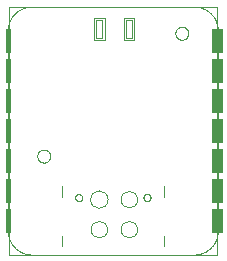
<source format=gbr>
G04 #@! TF.GenerationSoftware,KiCad,Pcbnew,(5.1.5-0)*
G04 #@! TF.CreationDate,2022-09-26T12:07:42-07:00*
G04 #@! TF.ProjectId,wvr_v.1.0,7776725f-762e-4312-9e30-2e6b69636164,rev?*
G04 #@! TF.SameCoordinates,Original*
G04 #@! TF.FileFunction,Other,Fab,Bot*
%FSLAX46Y46*%
G04 Gerber Fmt 4.6, Leading zero omitted, Abs format (unit mm)*
G04 Created by KiCad (PCBNEW (5.1.5-0)) date 2022-09-26 12:07:42*
%MOMM*%
%LPD*%
G04 APERTURE LIST*
%ADD10C,0.025400*%
G04 APERTURE END LIST*
D10*
X152117615Y-53616919D02*
X152117615Y-55612596D01*
X152122440Y-53616919D02*
X152122440Y-55612596D01*
X152122187Y-55612596D02*
X152122187Y-53616919D01*
X152121932Y-53616919D02*
X152121932Y-55612596D01*
X152121679Y-55612596D02*
X152121679Y-53616919D01*
X152113043Y-53616919D02*
X152113043Y-55612596D01*
X152120408Y-55612596D02*
X152120408Y-53616919D01*
X152112280Y-55612596D02*
X152112280Y-53616919D01*
X152121679Y-53616919D02*
X152121679Y-55612596D01*
X152119900Y-55612596D02*
X152119900Y-53616919D01*
X152121424Y-55612596D02*
X152121424Y-53616919D01*
X152117360Y-55612596D02*
X152117360Y-53616919D01*
X152121171Y-53616919D02*
X152121171Y-55612596D01*
X152119392Y-55612596D02*
X152119392Y-53616919D01*
X152118123Y-53616919D02*
X152118123Y-55612596D01*
X152116852Y-55612596D02*
X152116852Y-53616919D01*
X152116344Y-55612596D02*
X152116344Y-53616919D01*
X152115836Y-55612596D02*
X152115836Y-53616919D01*
X152114820Y-55612596D02*
X152114820Y-53616919D01*
X152112535Y-53616919D02*
X152112535Y-55612596D01*
X152113296Y-55612596D02*
X152113296Y-53616919D01*
X152111011Y-53616919D02*
X152111011Y-55612596D01*
X152117107Y-53616919D02*
X152117107Y-55612596D01*
X152115075Y-53616919D02*
X152115075Y-55612596D01*
X152114059Y-53616919D02*
X152114059Y-55612596D01*
X152120663Y-53616919D02*
X152120663Y-55612596D01*
X152115583Y-53616919D02*
X152115583Y-55612596D01*
X152115328Y-55612596D02*
X152115328Y-53616919D01*
X152120155Y-53616919D02*
X152120155Y-55612596D01*
X152119647Y-53616919D02*
X152119647Y-55612596D01*
X152119139Y-53616919D02*
X152119139Y-55612596D01*
X152111264Y-55612596D02*
X152111264Y-53616919D01*
X152118631Y-53616919D02*
X152118631Y-55612596D01*
X152113551Y-53616919D02*
X152113551Y-55612596D01*
X152118884Y-55612596D02*
X152118884Y-53616919D01*
X152110756Y-55612596D02*
X152110756Y-53616919D01*
X152116091Y-53616919D02*
X152116091Y-55612596D01*
X152113804Y-55612596D02*
X152113804Y-53616919D01*
X152112788Y-55612596D02*
X152112788Y-53616919D01*
X152112027Y-53616919D02*
X152112027Y-55612596D01*
X152111519Y-53616919D02*
X152111519Y-55612596D01*
X152123203Y-55612596D02*
X152123203Y-53616919D01*
X152120916Y-55612596D02*
X152120916Y-53616919D01*
X152122695Y-55612596D02*
X152122695Y-53616919D01*
X152111772Y-55612596D02*
X152111772Y-53616919D01*
X152114312Y-55612596D02*
X152114312Y-53616919D01*
X152114567Y-53616919D02*
X152114567Y-55612596D01*
X152122948Y-53616919D02*
X152122948Y-55612596D01*
X152118376Y-55612596D02*
X152118376Y-53616919D01*
X152117868Y-55612596D02*
X152117868Y-53616919D01*
X152116599Y-53616919D02*
X152116599Y-55612596D01*
X152101359Y-55612596D02*
X152101359Y-53616919D01*
X152096024Y-53616919D02*
X152096024Y-55612596D01*
X152105676Y-53616919D02*
X152105676Y-55612596D01*
X152104152Y-53616919D02*
X152104152Y-55612596D01*
X152099835Y-55612596D02*
X152099835Y-53616919D01*
X152103899Y-55612596D02*
X152103899Y-53616919D01*
X152099072Y-53616919D02*
X152099072Y-55612596D01*
X152102628Y-53616919D02*
X152102628Y-55612596D01*
X152095008Y-53616919D02*
X152095008Y-55612596D01*
X152099580Y-53616919D02*
X152099580Y-55612596D01*
X152105931Y-55612596D02*
X152105931Y-53616919D01*
X152105423Y-55612596D02*
X152105423Y-53616919D01*
X152104915Y-55612596D02*
X152104915Y-53616919D01*
X152102120Y-53616919D02*
X152102120Y-55612596D01*
X152099327Y-55612596D02*
X152099327Y-53616919D01*
X152097548Y-53616919D02*
X152097548Y-55612596D01*
X152097040Y-53616919D02*
X152097040Y-55612596D01*
X152095516Y-53616919D02*
X152095516Y-55612596D01*
X152103644Y-53616919D02*
X152103644Y-55612596D01*
X152101867Y-55612596D02*
X152101867Y-53616919D01*
X152098819Y-55612596D02*
X152098819Y-53616919D01*
X152095263Y-55612596D02*
X152095263Y-53616919D01*
X152100596Y-53616919D02*
X152100596Y-55612596D01*
X152109487Y-53616919D02*
X152109487Y-55612596D01*
X152105168Y-53616919D02*
X152105168Y-55612596D01*
X152101104Y-53616919D02*
X152101104Y-55612596D01*
X152097295Y-55612596D02*
X152097295Y-53616919D01*
X152104407Y-55612596D02*
X152104407Y-53616919D01*
X152109995Y-53616919D02*
X152109995Y-55612596D01*
X152097803Y-55612596D02*
X152097803Y-53616919D01*
X152110503Y-53616919D02*
X152110503Y-55612596D01*
X152110248Y-55612596D02*
X152110248Y-53616919D01*
X152100851Y-55612596D02*
X152100851Y-53616919D01*
X152104660Y-53616919D02*
X152104660Y-55612596D01*
X152109740Y-55612596D02*
X152109740Y-53616919D01*
X152103136Y-53616919D02*
X152103136Y-55612596D01*
X152095771Y-55612596D02*
X152095771Y-53616919D01*
X152098056Y-53616919D02*
X152098056Y-55612596D01*
X152108471Y-53616919D02*
X152108471Y-55612596D01*
X152096279Y-55612596D02*
X152096279Y-53616919D01*
X152100088Y-53616919D02*
X152100088Y-55612596D01*
X152098311Y-55612596D02*
X152098311Y-53616919D01*
X152109232Y-55612596D02*
X152109232Y-53616919D01*
X152108979Y-53616919D02*
X152108979Y-55612596D01*
X152108724Y-55612596D02*
X152108724Y-53616919D01*
X152103391Y-55612596D02*
X152103391Y-53616919D01*
X152108216Y-55612596D02*
X152108216Y-53616919D01*
X152101612Y-53616919D02*
X152101612Y-55612596D01*
X152102375Y-55612596D02*
X152102375Y-53616919D01*
X152098564Y-53616919D02*
X152098564Y-55612596D01*
X152107963Y-53616919D02*
X152107963Y-55612596D01*
X152107200Y-55612596D02*
X152107200Y-53616919D01*
X152096787Y-55612596D02*
X152096787Y-53616919D01*
X152107455Y-53616919D02*
X152107455Y-55612596D01*
X152096532Y-53616919D02*
X152096532Y-55612596D01*
X152094755Y-55612596D02*
X152094755Y-53616919D01*
X152107708Y-55612596D02*
X152107708Y-53616919D01*
X152106947Y-53616919D02*
X152106947Y-55612596D01*
X152106692Y-55612596D02*
X152106692Y-53616919D01*
X152100343Y-55612596D02*
X152100343Y-53616919D01*
X152106439Y-53616919D02*
X152106439Y-55612596D01*
X152106184Y-55612596D02*
X152106184Y-53616919D01*
X152105931Y-53616919D02*
X152105931Y-55612596D01*
X152102883Y-55612596D02*
X152102883Y-53616919D01*
X152079260Y-55612596D02*
X152079260Y-53616919D01*
X152080531Y-53616919D02*
X152080531Y-55612596D01*
X152087135Y-53616919D02*
X152087135Y-55612596D01*
X152084595Y-53616919D02*
X152084595Y-55612596D01*
X152080784Y-55612596D02*
X152080784Y-53616919D01*
X152089420Y-55612596D02*
X152089420Y-53616919D01*
X152091199Y-55612596D02*
X152091199Y-53616919D01*
X152090691Y-55612596D02*
X152090691Y-53616919D01*
X152079515Y-53616919D02*
X152079515Y-55612596D01*
X152094500Y-53616919D02*
X152094500Y-55612596D01*
X152094247Y-55612596D02*
X152094247Y-53616919D01*
X152093992Y-53616919D02*
X152093992Y-55612596D01*
X152093739Y-55612596D02*
X152093739Y-53616919D01*
X152093484Y-53616919D02*
X152093484Y-55612596D01*
X152093231Y-55612596D02*
X152093231Y-53616919D01*
X152092215Y-55612596D02*
X152092215Y-53616919D01*
X152086627Y-53616919D02*
X152086627Y-55612596D01*
X152082055Y-53616919D02*
X152082055Y-55612596D01*
X152083579Y-53616919D02*
X152083579Y-55612596D01*
X152078752Y-55612596D02*
X152078752Y-53616919D01*
X152085356Y-55612596D02*
X152085356Y-53616919D01*
X152081800Y-55612596D02*
X152081800Y-53616919D01*
X152086880Y-55612596D02*
X152086880Y-53616919D01*
X152092723Y-55612596D02*
X152092723Y-53616919D01*
X152092976Y-53616919D02*
X152092976Y-55612596D01*
X152092468Y-53616919D02*
X152092468Y-55612596D01*
X152086372Y-55612596D02*
X152086372Y-53616919D01*
X152079007Y-53616919D02*
X152079007Y-55612596D01*
X152091960Y-53616919D02*
X152091960Y-55612596D01*
X152082308Y-55612596D02*
X152082308Y-53616919D01*
X152089167Y-53616919D02*
X152089167Y-55612596D01*
X152091707Y-55612596D02*
X152091707Y-53616919D01*
X152091452Y-53616919D02*
X152091452Y-55612596D01*
X152083832Y-55612596D02*
X152083832Y-53616919D01*
X152090944Y-53616919D02*
X152090944Y-55612596D01*
X152089928Y-53616919D02*
X152089928Y-55612596D01*
X152087896Y-55612596D02*
X152087896Y-53616919D01*
X152085611Y-53616919D02*
X152085611Y-55612596D01*
X152087388Y-55612596D02*
X152087388Y-53616919D01*
X152085103Y-53616919D02*
X152085103Y-55612596D01*
X152086119Y-53616919D02*
X152086119Y-55612596D01*
X152080023Y-53616919D02*
X152080023Y-55612596D01*
X152082563Y-53616919D02*
X152082563Y-55612596D01*
X152081547Y-53616919D02*
X152081547Y-55612596D01*
X152080276Y-55612596D02*
X152080276Y-53616919D01*
X152081039Y-53616919D02*
X152081039Y-55612596D01*
X152083071Y-53616919D02*
X152083071Y-55612596D01*
X152084087Y-53616919D02*
X152084087Y-55612596D01*
X152084848Y-55612596D02*
X152084848Y-53616919D01*
X152081292Y-55612596D02*
X152081292Y-53616919D01*
X152088912Y-55612596D02*
X152088912Y-53616919D01*
X152090436Y-53616919D02*
X152090436Y-55612596D01*
X152090183Y-55612596D02*
X152090183Y-53616919D01*
X152089675Y-53616919D02*
X152089675Y-55612596D01*
X152082816Y-55612596D02*
X152082816Y-53616919D01*
X152088659Y-53616919D02*
X152088659Y-55612596D01*
X152085864Y-55612596D02*
X152085864Y-53616919D01*
X152088151Y-53616919D02*
X152088151Y-55612596D01*
X152079768Y-55612596D02*
X152079768Y-53616919D01*
X152087643Y-53616919D02*
X152087643Y-55612596D01*
X152083324Y-55612596D02*
X152083324Y-53616919D01*
X152089928Y-55612596D02*
X152089928Y-53616919D01*
X152088404Y-55612596D02*
X152088404Y-53616919D01*
X152084340Y-55612596D02*
X152084340Y-53616919D01*
X152070116Y-53616919D02*
X152070116Y-55612596D01*
X152069863Y-55612596D02*
X152069863Y-53616919D01*
X152073419Y-55612596D02*
X152073419Y-53616919D01*
X152071132Y-53616919D02*
X152071132Y-55612596D01*
X152068592Y-53616919D02*
X152068592Y-55612596D01*
X152067576Y-53616919D02*
X152067576Y-55612596D01*
X152067323Y-55612596D02*
X152067323Y-53616919D01*
X152067068Y-53616919D02*
X152067068Y-55612596D01*
X152065036Y-53616919D02*
X152065036Y-55612596D01*
X152063767Y-55612596D02*
X152063767Y-53616919D01*
X152062751Y-55612596D02*
X152062751Y-53616919D01*
X152073164Y-53616919D02*
X152073164Y-55612596D01*
X152063004Y-53616919D02*
X152063004Y-55612596D01*
X152078499Y-53616919D02*
X152078499Y-55612596D01*
X152071387Y-55612596D02*
X152071387Y-53616919D01*
X152068339Y-55612596D02*
X152068339Y-53616919D01*
X152068084Y-53616919D02*
X152068084Y-55612596D01*
X152069100Y-53616919D02*
X152069100Y-55612596D01*
X152078244Y-55612596D02*
X152078244Y-53616919D01*
X152077991Y-53616919D02*
X152077991Y-55612596D01*
X152077736Y-55612596D02*
X152077736Y-53616919D01*
X152068847Y-55612596D02*
X152068847Y-53616919D01*
X152077483Y-53616919D02*
X152077483Y-55612596D01*
X152074180Y-53616919D02*
X152074180Y-55612596D01*
X152063259Y-55612596D02*
X152063259Y-53616919D01*
X152075196Y-55612596D02*
X152075196Y-53616919D01*
X152065544Y-53616919D02*
X152065544Y-55612596D01*
X152070371Y-55612596D02*
X152070371Y-53616919D01*
X152077228Y-55612596D02*
X152077228Y-53616919D01*
X152075451Y-53616919D02*
X152075451Y-55612596D01*
X152063512Y-53616919D02*
X152063512Y-55612596D01*
X152076975Y-53616919D02*
X152076975Y-55612596D01*
X152065291Y-55612596D02*
X152065291Y-53616919D01*
X152076212Y-55612596D02*
X152076212Y-53616919D01*
X152075959Y-53616919D02*
X152075959Y-55612596D01*
X152073672Y-53616919D02*
X152073672Y-55612596D01*
X152064275Y-55612596D02*
X152064275Y-53616919D01*
X152064783Y-55612596D02*
X152064783Y-53616919D01*
X152074180Y-55612596D02*
X152074180Y-53616919D01*
X152074688Y-55612596D02*
X152074688Y-53616919D01*
X152074435Y-53616919D02*
X152074435Y-55612596D01*
X152069355Y-55612596D02*
X152069355Y-53616919D01*
X152064528Y-53616919D02*
X152064528Y-55612596D01*
X152066052Y-53616919D02*
X152066052Y-55612596D01*
X152069608Y-53616919D02*
X152069608Y-55612596D01*
X152072148Y-53616919D02*
X152072148Y-55612596D01*
X152073927Y-55612596D02*
X152073927Y-53616919D01*
X152072911Y-55612596D02*
X152072911Y-53616919D01*
X152066815Y-55612596D02*
X152066815Y-53616919D01*
X152065799Y-55612596D02*
X152065799Y-53616919D01*
X152066307Y-55612596D02*
X152066307Y-53616919D01*
X152071895Y-55612596D02*
X152071895Y-53616919D01*
X152076720Y-55612596D02*
X152076720Y-53616919D01*
X152076467Y-53616919D02*
X152076467Y-55612596D01*
X152075704Y-55612596D02*
X152075704Y-53616919D01*
X152066560Y-53616919D02*
X152066560Y-55612596D01*
X152071640Y-53616919D02*
X152071640Y-55612596D01*
X152064020Y-53616919D02*
X152064020Y-55612596D01*
X152072403Y-55612596D02*
X152072403Y-53616919D01*
X152070624Y-53616919D02*
X152070624Y-55612596D01*
X152067831Y-55612596D02*
X152067831Y-53616919D01*
X152074943Y-53616919D02*
X152074943Y-55612596D01*
X152070879Y-55612596D02*
X152070879Y-53616919D01*
X152072656Y-53616919D02*
X152072656Y-55612596D01*
X152051320Y-55612596D02*
X152051320Y-53616919D01*
X152050559Y-53616919D02*
X152050559Y-55612596D01*
X152058179Y-53616919D02*
X152058179Y-55612596D01*
X152062496Y-53616919D02*
X152062496Y-55612596D01*
X152060972Y-53616919D02*
X152060972Y-55612596D01*
X152060464Y-53616919D02*
X152060464Y-55612596D01*
X152058940Y-53616919D02*
X152058940Y-55612596D01*
X152056400Y-55612596D02*
X152056400Y-53616919D01*
X152056147Y-53616919D02*
X152056147Y-55612596D01*
X152048019Y-53616919D02*
X152048019Y-55612596D01*
X152054368Y-55612596D02*
X152054368Y-53616919D01*
X152048272Y-55612596D02*
X152048272Y-53616919D01*
X152050051Y-53616919D02*
X152050051Y-55612596D01*
X152058179Y-55612596D02*
X152058179Y-53616919D01*
X152047764Y-55612596D02*
X152047764Y-53616919D01*
X152056908Y-55612596D02*
X152056908Y-53616919D01*
X152047003Y-53616919D02*
X152047003Y-55612596D01*
X152047511Y-53616919D02*
X152047511Y-55612596D01*
X152062243Y-55612596D02*
X152062243Y-53616919D01*
X152049796Y-55612596D02*
X152049796Y-53616919D01*
X152048780Y-55612596D02*
X152048780Y-53616919D01*
X152061480Y-53616919D02*
X152061480Y-55612596D01*
X152061988Y-53616919D02*
X152061988Y-55612596D01*
X152058432Y-53616919D02*
X152058432Y-55612596D01*
X152057924Y-55612596D02*
X152057924Y-53616919D01*
X152057671Y-53616919D02*
X152057671Y-55612596D01*
X152047256Y-55612596D02*
X152047256Y-53616919D01*
X152057416Y-55612596D02*
X152057416Y-53616919D01*
X152053860Y-55612596D02*
X152053860Y-53616919D01*
X152052336Y-55612596D02*
X152052336Y-53616919D01*
X152055131Y-53616919D02*
X152055131Y-55612596D01*
X152053099Y-53616919D02*
X152053099Y-55612596D01*
X152061735Y-55612596D02*
X152061735Y-53616919D01*
X152061227Y-55612596D02*
X152061227Y-53616919D01*
X152059703Y-55612596D02*
X152059703Y-53616919D01*
X152053352Y-55612596D02*
X152053352Y-53616919D01*
X152058687Y-55612596D02*
X152058687Y-53616919D01*
X152054115Y-53616919D02*
X152054115Y-55612596D01*
X152060719Y-55612596D02*
X152060719Y-53616919D01*
X152060211Y-55612596D02*
X152060211Y-53616919D01*
X152059956Y-53616919D02*
X152059956Y-55612596D01*
X152056655Y-53616919D02*
X152056655Y-55612596D01*
X152059448Y-53616919D02*
X152059448Y-55612596D01*
X152054876Y-55612596D02*
X152054876Y-53616919D01*
X152052591Y-53616919D02*
X152052591Y-55612596D01*
X152048527Y-53616919D02*
X152048527Y-55612596D01*
X152052083Y-53616919D02*
X152052083Y-55612596D01*
X152059195Y-55612596D02*
X152059195Y-53616919D01*
X152057163Y-53616919D02*
X152057163Y-55612596D01*
X152055892Y-55612596D02*
X152055892Y-53616919D01*
X152052844Y-55612596D02*
X152052844Y-53616919D01*
X152055639Y-53616919D02*
X152055639Y-55612596D01*
X152055384Y-55612596D02*
X152055384Y-53616919D01*
X152049288Y-55612596D02*
X152049288Y-53616919D01*
X152049035Y-53616919D02*
X152049035Y-55612596D01*
X152054623Y-53616919D02*
X152054623Y-55612596D01*
X152053607Y-53616919D02*
X152053607Y-55612596D01*
X152051067Y-53616919D02*
X152051067Y-55612596D01*
X152050304Y-55612596D02*
X152050304Y-53616919D01*
X152049543Y-53616919D02*
X152049543Y-55612596D01*
X152050812Y-55612596D02*
X152050812Y-53616919D01*
X152051828Y-55612596D02*
X152051828Y-53616919D01*
X152046748Y-55612596D02*
X152046748Y-53616919D01*
X152051575Y-53616919D02*
X152051575Y-55612596D01*
X152045479Y-53616919D02*
X152045479Y-55612596D01*
X152045224Y-55612596D02*
X152045224Y-53616919D01*
X152036335Y-55612596D02*
X152036335Y-53616919D01*
X152033287Y-55612596D02*
X152033287Y-53616919D01*
X152032271Y-55612596D02*
X152032271Y-53616919D01*
X152040144Y-53616919D02*
X152040144Y-55612596D01*
X152034556Y-53616919D02*
X152034556Y-55612596D01*
X152033795Y-55612596D02*
X152033795Y-53616919D01*
X152044971Y-53616919D02*
X152044971Y-55612596D01*
X152044463Y-53616919D02*
X152044463Y-55612596D01*
X152044716Y-55612596D02*
X152044716Y-53616919D01*
X152044208Y-55612596D02*
X152044208Y-53616919D01*
X152043700Y-55612596D02*
X152043700Y-53616919D01*
X152043447Y-53616919D02*
X152043447Y-55612596D01*
X152038367Y-55612596D02*
X152038367Y-53616919D01*
X152031000Y-53616919D02*
X152031000Y-55612596D01*
X152043192Y-55612596D02*
X152043192Y-53616919D01*
X152042939Y-53616919D02*
X152042939Y-55612596D01*
X152039636Y-53616919D02*
X152039636Y-55612596D01*
X152039383Y-55612596D02*
X152039383Y-53616919D01*
X152037859Y-55612596D02*
X152037859Y-53616919D01*
X152031508Y-53616919D02*
X152031508Y-55612596D01*
X152032016Y-53616919D02*
X152032016Y-55612596D01*
X152042431Y-53616919D02*
X152042431Y-55612596D01*
X152041923Y-55612596D02*
X152041923Y-53616919D01*
X152035319Y-55612596D02*
X152035319Y-53616919D01*
X152042431Y-55612596D02*
X152042431Y-53616919D01*
X152039891Y-55612596D02*
X152039891Y-53616919D01*
X152037604Y-53616919D02*
X152037604Y-55612596D01*
X152040907Y-55612596D02*
X152040907Y-53616919D01*
X152039128Y-53616919D02*
X152039128Y-55612596D01*
X152034048Y-53616919D02*
X152034048Y-55612596D01*
X152038875Y-55612596D02*
X152038875Y-53616919D01*
X152037096Y-53616919D02*
X152037096Y-55612596D01*
X152038112Y-53616919D02*
X152038112Y-55612596D01*
X152034303Y-55612596D02*
X152034303Y-53616919D01*
X152037351Y-55612596D02*
X152037351Y-53616919D01*
X152033540Y-53616919D02*
X152033540Y-55612596D01*
X152038620Y-53616919D02*
X152038620Y-55612596D01*
X152036080Y-53616919D02*
X152036080Y-55612596D01*
X152033032Y-53616919D02*
X152033032Y-55612596D01*
X152035572Y-53616919D02*
X152035572Y-55612596D01*
X152034811Y-55612596D02*
X152034811Y-53616919D01*
X152031255Y-55612596D02*
X152031255Y-53616919D01*
X152032524Y-53616919D02*
X152032524Y-55612596D01*
X152030747Y-55612596D02*
X152030747Y-53616919D01*
X152042176Y-53616919D02*
X152042176Y-55612596D01*
X152035827Y-55612596D02*
X152035827Y-53616919D01*
X152032779Y-55612596D02*
X152032779Y-53616919D01*
X152040652Y-53616919D02*
X152040652Y-55612596D01*
X152041668Y-53616919D02*
X152041668Y-55612596D01*
X152046495Y-53616919D02*
X152046495Y-55612596D01*
X152046240Y-55612596D02*
X152046240Y-53616919D01*
X152045987Y-53616919D02*
X152045987Y-55612596D01*
X152043955Y-53616919D02*
X152043955Y-55612596D01*
X152041160Y-53616919D02*
X152041160Y-55612596D01*
X152036588Y-53616919D02*
X152036588Y-55612596D01*
X152045732Y-55612596D02*
X152045732Y-53616919D01*
X152041415Y-55612596D02*
X152041415Y-53616919D01*
X152031763Y-55612596D02*
X152031763Y-53616919D01*
X152040399Y-55612596D02*
X152040399Y-53616919D01*
X152035064Y-53616919D02*
X152035064Y-55612596D01*
X152036843Y-55612596D02*
X152036843Y-53616919D01*
X152042684Y-55612596D02*
X152042684Y-53616919D01*
X152029223Y-55612596D02*
X152029223Y-53616919D01*
X152028968Y-53616919D02*
X152028968Y-55612596D01*
X152028715Y-55612596D02*
X152028715Y-53616919D01*
X152025412Y-55612596D02*
X152025412Y-53616919D01*
X152027952Y-53616919D02*
X152027952Y-55612596D01*
X152026936Y-53616919D02*
X152026936Y-55612596D01*
X152026683Y-55612596D02*
X152026683Y-53616919D01*
X152024143Y-53616919D02*
X152024143Y-55612596D01*
X152026428Y-53616919D02*
X152026428Y-55612596D01*
X152026175Y-53616919D02*
X152026175Y-55612596D01*
X152021856Y-55612596D02*
X152021856Y-53616919D01*
X152020079Y-53616919D02*
X152020079Y-55612596D01*
X152017539Y-53616919D02*
X152017539Y-55612596D01*
X152025920Y-55612596D02*
X152025920Y-53616919D01*
X152024651Y-53616919D02*
X152024651Y-55612596D01*
X152019316Y-55612596D02*
X152019316Y-53616919D01*
X152022872Y-55612596D02*
X152022872Y-53616919D01*
X152014999Y-53616919D02*
X152014999Y-55612596D01*
X152025667Y-53616919D02*
X152025667Y-55612596D01*
X152024904Y-55612596D02*
X152024904Y-53616919D01*
X152016776Y-55612596D02*
X152016776Y-53616919D01*
X152014744Y-55612596D02*
X152014744Y-53616919D01*
X152024396Y-55612596D02*
X152024396Y-53616919D01*
X152023635Y-53616919D02*
X152023635Y-55612596D01*
X152023380Y-55612596D02*
X152023380Y-53616919D01*
X152023127Y-53616919D02*
X152023127Y-55612596D01*
X152022619Y-53616919D02*
X152022619Y-55612596D01*
X152021348Y-55612596D02*
X152021348Y-53616919D01*
X152019063Y-53616919D02*
X152019063Y-55612596D01*
X152015252Y-55612596D02*
X152015252Y-53616919D01*
X152019824Y-55612596D02*
X152019824Y-53616919D01*
X152020332Y-55612596D02*
X152020332Y-53616919D01*
X152016523Y-53616919D02*
X152016523Y-55612596D01*
X152018555Y-53616919D02*
X152018555Y-55612596D01*
X152017284Y-55612596D02*
X152017284Y-53616919D01*
X152015760Y-55612596D02*
X152015760Y-53616919D01*
X152018300Y-55612596D02*
X152018300Y-53616919D01*
X152017031Y-53616919D02*
X152017031Y-55612596D01*
X152016268Y-55612596D02*
X152016268Y-53616919D01*
X152028460Y-53616919D02*
X152028460Y-55612596D01*
X152027191Y-55612596D02*
X152027191Y-53616919D01*
X152020587Y-53616919D02*
X152020587Y-55612596D01*
X152025159Y-53616919D02*
X152025159Y-55612596D01*
X152016015Y-53616919D02*
X152016015Y-55612596D01*
X152020840Y-55612596D02*
X152020840Y-53616919D01*
X152021603Y-53616919D02*
X152021603Y-55612596D01*
X152018047Y-53616919D02*
X152018047Y-55612596D01*
X152022364Y-55612596D02*
X152022364Y-53616919D01*
X152027699Y-55612596D02*
X152027699Y-53616919D01*
X152019571Y-53616919D02*
X152019571Y-55612596D01*
X152028207Y-55612596D02*
X152028207Y-53616919D01*
X152026428Y-55612596D02*
X152026428Y-53616919D01*
X152021095Y-53616919D02*
X152021095Y-55612596D01*
X152018808Y-55612596D02*
X152018808Y-53616919D01*
X152027444Y-53616919D02*
X152027444Y-55612596D01*
X152017792Y-55612596D02*
X152017792Y-53616919D01*
X152023888Y-55612596D02*
X152023888Y-53616919D01*
X152022111Y-53616919D02*
X152022111Y-55612596D01*
X152029476Y-53616919D02*
X152029476Y-55612596D01*
X152015507Y-53616919D02*
X152015507Y-55612596D01*
X152030492Y-53616919D02*
X152030492Y-55612596D01*
X152030239Y-55612596D02*
X152030239Y-53616919D01*
X152029984Y-53616919D02*
X152029984Y-55612596D01*
X152029731Y-55612596D02*
X152029731Y-53616919D01*
X152005855Y-55612596D02*
X152005855Y-53616919D01*
X152005600Y-53616919D02*
X152005600Y-55612596D01*
X152013220Y-55612596D02*
X152013220Y-53616919D01*
X152010680Y-53616919D02*
X152010680Y-55612596D01*
X151998743Y-55612596D02*
X151998743Y-53616919D01*
X152012967Y-53616919D02*
X152012967Y-55612596D01*
X152012459Y-53616919D02*
X152012459Y-55612596D01*
X152012204Y-55612596D02*
X152012204Y-53616919D01*
X152009919Y-55612596D02*
X152009919Y-53616919D01*
X152008395Y-55612596D02*
X152008395Y-53616919D01*
X152001791Y-55612596D02*
X152001791Y-53616919D01*
X152009156Y-53616919D02*
X152009156Y-55612596D01*
X152006871Y-55612596D02*
X152006871Y-53616919D01*
X152002299Y-55612596D02*
X152002299Y-53616919D01*
X152001283Y-55612596D02*
X152001283Y-53616919D01*
X151999251Y-55612596D02*
X151999251Y-53616919D01*
X152004076Y-53616919D02*
X152004076Y-55612596D01*
X152011951Y-53616919D02*
X152011951Y-55612596D01*
X152005347Y-55612596D02*
X152005347Y-53616919D01*
X152009411Y-55612596D02*
X152009411Y-53616919D01*
X152002044Y-53616919D02*
X152002044Y-55612596D01*
X152008903Y-55612596D02*
X152008903Y-53616919D01*
X152007632Y-53616919D02*
X152007632Y-55612596D01*
X152007124Y-53616919D02*
X152007124Y-55612596D01*
X152004331Y-55612596D02*
X152004331Y-53616919D01*
X152006616Y-53616919D02*
X152006616Y-55612596D01*
X151999504Y-53616919D02*
X151999504Y-55612596D01*
X152003568Y-53616919D02*
X152003568Y-55612596D01*
X152003060Y-53616919D02*
X152003060Y-55612596D01*
X152001028Y-53616919D02*
X152001028Y-55612596D01*
X152005092Y-53616919D02*
X152005092Y-55612596D01*
X152003315Y-55612596D02*
X152003315Y-53616919D01*
X152004839Y-55612596D02*
X152004839Y-53616919D01*
X152000012Y-53616919D02*
X152000012Y-55612596D01*
X152002552Y-53616919D02*
X152002552Y-55612596D01*
X152000775Y-55612596D02*
X152000775Y-53616919D01*
X151998996Y-53616919D02*
X151998996Y-55612596D01*
X152004584Y-53616919D02*
X152004584Y-55612596D01*
X152003823Y-55612596D02*
X152003823Y-53616919D01*
X152014491Y-53616919D02*
X152014491Y-55612596D01*
X152013475Y-53616919D02*
X152013475Y-55612596D01*
X152010935Y-53616919D02*
X152010935Y-55612596D01*
X152011696Y-55612596D02*
X152011696Y-53616919D01*
X152011188Y-55612596D02*
X152011188Y-53616919D01*
X152008140Y-53616919D02*
X152008140Y-55612596D01*
X152001536Y-53616919D02*
X152001536Y-55612596D01*
X152000267Y-55612596D02*
X152000267Y-53616919D01*
X152007887Y-55612596D02*
X152007887Y-53616919D01*
X152009664Y-53616919D02*
X152009664Y-55612596D01*
X152014236Y-55612596D02*
X152014236Y-53616919D01*
X152010172Y-53616919D02*
X152010172Y-55612596D01*
X152013728Y-55612596D02*
X152013728Y-53616919D01*
X152006363Y-55612596D02*
X152006363Y-53616919D01*
X152010427Y-55612596D02*
X152010427Y-53616919D01*
X152008648Y-53616919D02*
X152008648Y-55612596D01*
X152007379Y-55612596D02*
X152007379Y-53616919D01*
X152012712Y-55612596D02*
X152012712Y-53616919D01*
X152002807Y-55612596D02*
X152002807Y-53616919D01*
X152010680Y-55612596D02*
X152010680Y-53616919D01*
X151999759Y-55612596D02*
X151999759Y-53616919D01*
X152013983Y-53616919D02*
X152013983Y-55612596D01*
X152011443Y-53616919D02*
X152011443Y-55612596D01*
X152006108Y-53616919D02*
X152006108Y-55612596D01*
X152000520Y-53616919D02*
X152000520Y-55612596D01*
X151989091Y-53616919D02*
X151989091Y-55612596D01*
X151988583Y-53616919D02*
X151988583Y-55612596D01*
X151984519Y-53616919D02*
X151984519Y-55612596D01*
X151983248Y-55612596D02*
X151983248Y-53616919D01*
X151986043Y-53616919D02*
X151986043Y-55612596D01*
X151985788Y-55612596D02*
X151985788Y-53616919D01*
X151982995Y-53616919D02*
X151982995Y-55612596D01*
X151989344Y-55612596D02*
X151989344Y-53616919D01*
X151994679Y-53616919D02*
X151994679Y-55612596D01*
X151985027Y-53616919D02*
X151985027Y-55612596D01*
X151991631Y-53616919D02*
X151991631Y-55612596D01*
X151984264Y-55612596D02*
X151984264Y-53616919D01*
X151985280Y-55612596D02*
X151985280Y-53616919D01*
X151993155Y-53616919D02*
X151993155Y-55612596D01*
X151992647Y-53616919D02*
X151992647Y-55612596D01*
X151984772Y-55612596D02*
X151984772Y-53616919D01*
X151991376Y-55612596D02*
X151991376Y-53616919D01*
X151998488Y-53616919D02*
X151998488Y-55612596D01*
X151997219Y-55612596D02*
X151997219Y-53616919D01*
X151991884Y-55612596D02*
X151991884Y-53616919D01*
X151989852Y-55612596D02*
X151989852Y-53616919D01*
X151987567Y-53616919D02*
X151987567Y-55612596D01*
X151986804Y-55612596D02*
X151986804Y-53616919D01*
X151998235Y-55612596D02*
X151998235Y-53616919D01*
X151997980Y-53616919D02*
X151997980Y-55612596D01*
X151996964Y-53616919D02*
X151996964Y-55612596D01*
X151993916Y-55612596D02*
X151993916Y-53616919D01*
X151992139Y-53616919D02*
X151992139Y-55612596D01*
X151996711Y-55612596D02*
X151996711Y-53616919D01*
X151996203Y-55612596D02*
X151996203Y-53616919D01*
X151994679Y-55612596D02*
X151994679Y-53616919D01*
X151990615Y-53616919D02*
X151990615Y-55612596D01*
X151987059Y-53616919D02*
X151987059Y-55612596D01*
X151983503Y-53616919D02*
X151983503Y-55612596D01*
X151997727Y-55612596D02*
X151997727Y-53616919D01*
X151996456Y-53616919D02*
X151996456Y-55612596D01*
X151995948Y-53616919D02*
X151995948Y-55612596D01*
X151990107Y-53616919D02*
X151990107Y-55612596D01*
X151984011Y-53616919D02*
X151984011Y-55612596D01*
X151989599Y-53616919D02*
X151989599Y-55612596D01*
X151994171Y-53616919D02*
X151994171Y-55612596D01*
X151991123Y-53616919D02*
X151991123Y-55612596D01*
X151993408Y-55612596D02*
X151993408Y-53616919D01*
X151982740Y-55612596D02*
X151982740Y-53616919D01*
X151987820Y-55612596D02*
X151987820Y-53616919D01*
X151986296Y-55612596D02*
X151986296Y-53616919D01*
X151987312Y-55612596D02*
X151987312Y-53616919D01*
X151983756Y-55612596D02*
X151983756Y-53616919D01*
X151990360Y-55612596D02*
X151990360Y-53616919D01*
X151988328Y-55612596D02*
X151988328Y-53616919D01*
X151988075Y-53616919D02*
X151988075Y-55612596D01*
X151985535Y-53616919D02*
X151985535Y-55612596D01*
X151988836Y-55612596D02*
X151988836Y-53616919D01*
X151997472Y-53616919D02*
X151997472Y-55612596D01*
X151995695Y-55612596D02*
X151995695Y-53616919D01*
X151995187Y-55612596D02*
X151995187Y-53616919D01*
X151994424Y-55612596D02*
X151994424Y-53616919D01*
X151993663Y-53616919D02*
X151993663Y-55612596D01*
X151992900Y-55612596D02*
X151992900Y-53616919D01*
X151986551Y-53616919D02*
X151986551Y-55612596D01*
X151995440Y-53616919D02*
X151995440Y-55612596D01*
X151994932Y-53616919D02*
X151994932Y-55612596D01*
X151992392Y-55612596D02*
X151992392Y-53616919D01*
X151990868Y-55612596D02*
X151990868Y-53616919D01*
X151973596Y-53616919D02*
X151973596Y-55612596D01*
X151973343Y-55612596D02*
X151973343Y-53616919D01*
X151970295Y-55612596D02*
X151970295Y-53616919D01*
X151973088Y-53616919D02*
X151973088Y-55612596D01*
X151971056Y-53616919D02*
X151971056Y-55612596D01*
X151980708Y-55612596D02*
X151980708Y-53616919D01*
X151979439Y-53616919D02*
X151979439Y-55612596D01*
X151979184Y-55612596D02*
X151979184Y-53616919D01*
X151977407Y-55612596D02*
X151977407Y-53616919D01*
X151970803Y-55612596D02*
X151970803Y-53616919D01*
X151978423Y-55612596D02*
X151978423Y-53616919D01*
X151976136Y-53616919D02*
X151976136Y-55612596D01*
X151971311Y-55612596D02*
X151971311Y-53616919D01*
X151975883Y-55612596D02*
X151975883Y-53616919D01*
X151972580Y-53616919D02*
X151972580Y-55612596D01*
X151970548Y-53616919D02*
X151970548Y-55612596D01*
X151967247Y-55612596D02*
X151967247Y-53616919D01*
X151969787Y-55612596D02*
X151969787Y-53616919D01*
X151979947Y-53616919D02*
X151979947Y-55612596D01*
X151975375Y-55612596D02*
X151975375Y-53616919D01*
X151972327Y-55612596D02*
X151972327Y-53616919D01*
X151970040Y-53616919D02*
X151970040Y-55612596D01*
X151981979Y-53616919D02*
X151981979Y-55612596D01*
X151981471Y-53616919D02*
X151981471Y-55612596D01*
X151968516Y-53616919D02*
X151968516Y-55612596D01*
X151975120Y-53616919D02*
X151975120Y-55612596D01*
X151971819Y-55612596D02*
X151971819Y-53616919D01*
X151968263Y-55612596D02*
X151968263Y-53616919D01*
X151980963Y-53616919D02*
X151980963Y-55612596D01*
X151978168Y-53616919D02*
X151978168Y-55612596D01*
X151976391Y-55612596D02*
X151976391Y-53616919D01*
X151978931Y-53616919D02*
X151978931Y-55612596D01*
X151974867Y-55612596D02*
X151974867Y-53616919D01*
X151976899Y-55612596D02*
X151976899Y-53616919D01*
X151981216Y-55612596D02*
X151981216Y-53616919D01*
X151980200Y-55612596D02*
X151980200Y-53616919D01*
X151972835Y-55612596D02*
X151972835Y-53616919D01*
X151975628Y-53616919D02*
X151975628Y-55612596D01*
X151979692Y-55612596D02*
X151979692Y-53616919D01*
X151978676Y-53616919D02*
X151978676Y-55612596D01*
X151977915Y-55612596D02*
X151977915Y-53616919D01*
X151977660Y-53616919D02*
X151977660Y-55612596D01*
X151969024Y-53616919D02*
X151969024Y-55612596D01*
X151974612Y-53616919D02*
X151974612Y-55612596D01*
X151976644Y-53616919D02*
X151976644Y-55612596D01*
X151974359Y-55612596D02*
X151974359Y-53616919D01*
X151967755Y-55612596D02*
X151967755Y-53616919D01*
X151972072Y-53616919D02*
X151972072Y-55612596D01*
X151971564Y-53616919D02*
X151971564Y-55612596D01*
X151968771Y-55612596D02*
X151968771Y-53616919D01*
X151966739Y-55612596D02*
X151966739Y-53616919D01*
X151969532Y-53616919D02*
X151969532Y-55612596D01*
X151981724Y-55612596D02*
X151981724Y-53616919D01*
X151980455Y-53616919D02*
X151980455Y-55612596D01*
X151978931Y-55612596D02*
X151978931Y-53616919D01*
X151977152Y-53616919D02*
X151977152Y-55612596D01*
X151973851Y-55612596D02*
X151973851Y-53616919D01*
X151969279Y-55612596D02*
X151969279Y-53616919D01*
X151968008Y-53616919D02*
X151968008Y-55612596D01*
X151982487Y-53616919D02*
X151982487Y-55612596D01*
X151966992Y-53616919D02*
X151966992Y-55612596D01*
X151967500Y-53616919D02*
X151967500Y-55612596D01*
X151982232Y-55612596D02*
X151982232Y-53616919D01*
X151974104Y-53616919D02*
X151974104Y-55612596D01*
X151958864Y-55612596D02*
X151958864Y-53616919D01*
X151961404Y-55612596D02*
X151961404Y-53616919D01*
X151961151Y-53616919D02*
X151961151Y-55612596D01*
X151951752Y-55612596D02*
X151951752Y-53616919D01*
X151952260Y-55612596D02*
X151952260Y-53616919D01*
X151954800Y-55612596D02*
X151954800Y-53616919D01*
X151963183Y-55612596D02*
X151963183Y-53616919D01*
X151957087Y-53616919D02*
X151957087Y-55612596D01*
X151965976Y-53616919D02*
X151965976Y-55612596D01*
X151960643Y-53616919D02*
X151960643Y-55612596D01*
X151953023Y-53616919D02*
X151953023Y-55612596D01*
X151962928Y-55612596D02*
X151962928Y-53616919D01*
X151954292Y-55612596D02*
X151954292Y-53616919D01*
X151960896Y-55612596D02*
X151960896Y-53616919D01*
X151959119Y-53616919D02*
X151959119Y-55612596D01*
X151960388Y-55612596D02*
X151960388Y-53616919D01*
X151959372Y-55612596D02*
X151959372Y-53616919D01*
X151964707Y-55612596D02*
X151964707Y-53616919D01*
X151955563Y-53616919D02*
X151955563Y-55612596D01*
X151965723Y-55612596D02*
X151965723Y-53616919D01*
X151959627Y-53616919D02*
X151959627Y-55612596D01*
X151962675Y-53616919D02*
X151962675Y-55612596D01*
X151953531Y-53616919D02*
X151953531Y-55612596D01*
X151965468Y-53616919D02*
X151965468Y-55612596D01*
X151964960Y-53616919D02*
X151964960Y-55612596D01*
X151963944Y-53616919D02*
X151963944Y-55612596D01*
X151955816Y-55612596D02*
X151955816Y-53616919D01*
X151961659Y-53616919D02*
X151961659Y-55612596D01*
X151952768Y-55612596D02*
X151952768Y-53616919D01*
X151957595Y-53616919D02*
X151957595Y-55612596D01*
X151958611Y-53616919D02*
X151958611Y-55612596D01*
X151957340Y-55612596D02*
X151957340Y-53616919D01*
X151964452Y-53616919D02*
X151964452Y-55612596D01*
X151961912Y-55612596D02*
X151961912Y-53616919D01*
X151959880Y-55612596D02*
X151959880Y-53616919D01*
X151955308Y-55612596D02*
X151955308Y-53616919D01*
X151953784Y-55612596D02*
X151953784Y-53616919D01*
X151953276Y-55612596D02*
X151953276Y-53616919D01*
X151958356Y-55612596D02*
X151958356Y-53616919D01*
X151964199Y-55612596D02*
X151964199Y-53616919D01*
X151963691Y-55612596D02*
X151963691Y-53616919D01*
X151958103Y-53616919D02*
X151958103Y-55612596D01*
X151962928Y-53616919D02*
X151962928Y-55612596D01*
X151962420Y-55612596D02*
X151962420Y-53616919D01*
X151963436Y-53616919D02*
X151963436Y-55612596D01*
X151952007Y-53616919D02*
X151952007Y-55612596D01*
X151962167Y-53616919D02*
X151962167Y-55612596D01*
X151951244Y-55612596D02*
X151951244Y-53616919D01*
X151960135Y-53616919D02*
X151960135Y-55612596D01*
X151956071Y-53616919D02*
X151956071Y-55612596D01*
X151957848Y-55612596D02*
X151957848Y-53616919D01*
X151954547Y-53616919D02*
X151954547Y-55612596D01*
X151956832Y-55612596D02*
X151956832Y-53616919D01*
X151956324Y-55612596D02*
X151956324Y-53616919D01*
X151952515Y-53616919D02*
X151952515Y-55612596D01*
X151951499Y-53616919D02*
X151951499Y-55612596D01*
X151950991Y-53616919D02*
X151950991Y-55612596D01*
X151950736Y-55612596D02*
X151950736Y-53616919D01*
X151956579Y-53616919D02*
X151956579Y-55612596D01*
X151955055Y-53616919D02*
X151955055Y-55612596D01*
X151954039Y-53616919D02*
X151954039Y-55612596D01*
X151966484Y-53616919D02*
X151966484Y-55612596D01*
X151966231Y-55612596D02*
X151966231Y-53616919D01*
X151965215Y-55612596D02*
X151965215Y-53616919D01*
X151946419Y-55612596D02*
X151946419Y-53616919D01*
X151935243Y-55612596D02*
X151935243Y-53616919D01*
X151938544Y-53616919D02*
X151938544Y-55612596D01*
X151937783Y-55612596D02*
X151937783Y-53616919D01*
X151935751Y-55612596D02*
X151935751Y-53616919D01*
X151943879Y-55612596D02*
X151943879Y-53616919D01*
X151941084Y-53616919D02*
X151941084Y-55612596D01*
X151942608Y-53616919D02*
X151942608Y-55612596D01*
X151940576Y-53616919D02*
X151940576Y-55612596D01*
X151936512Y-53616919D02*
X151936512Y-55612596D01*
X151939815Y-55612596D02*
X151939815Y-53616919D01*
X151939560Y-53616919D02*
X151939560Y-55612596D01*
X151944132Y-53616919D02*
X151944132Y-55612596D01*
X151943371Y-55612596D02*
X151943371Y-53616919D01*
X151948451Y-53616919D02*
X151948451Y-55612596D01*
X151947180Y-55612596D02*
X151947180Y-53616919D01*
X151940323Y-55612596D02*
X151940323Y-53616919D01*
X151946927Y-55612596D02*
X151946927Y-53616919D01*
X151944640Y-53616919D02*
X151944640Y-55612596D01*
X151943116Y-53616919D02*
X151943116Y-55612596D01*
X151940068Y-53616919D02*
X151940068Y-55612596D01*
X151945911Y-55612596D02*
X151945911Y-53616919D01*
X151950483Y-53616919D02*
X151950483Y-55612596D01*
X151946164Y-53616919D02*
X151946164Y-55612596D01*
X151942863Y-55612596D02*
X151942863Y-53616919D01*
X151936259Y-55612596D02*
X151936259Y-53616919D01*
X151938036Y-53616919D02*
X151938036Y-55612596D01*
X151940831Y-55612596D02*
X151940831Y-53616919D01*
X151949720Y-55612596D02*
X151949720Y-53616919D01*
X151942355Y-55612596D02*
X151942355Y-53616919D01*
X151939307Y-55612596D02*
X151939307Y-53616919D01*
X151950228Y-55612596D02*
X151950228Y-53616919D01*
X151949975Y-53616919D02*
X151949975Y-55612596D01*
X151937275Y-55612596D02*
X151937275Y-53616919D01*
X151934988Y-53616919D02*
X151934988Y-55612596D01*
X151949467Y-53616919D02*
X151949467Y-55612596D01*
X151949212Y-55612596D02*
X151949212Y-53616919D01*
X151948959Y-53616919D02*
X151948959Y-55612596D01*
X151939052Y-53616919D02*
X151939052Y-55612596D01*
X151948704Y-55612596D02*
X151948704Y-53616919D01*
X151947943Y-53616919D02*
X151947943Y-55612596D01*
X151937020Y-53616919D02*
X151937020Y-55612596D01*
X151947688Y-55612596D02*
X151947688Y-53616919D01*
X151941339Y-55612596D02*
X151941339Y-53616919D01*
X151943624Y-53616919D02*
X151943624Y-55612596D01*
X151936004Y-53616919D02*
X151936004Y-55612596D01*
X151945403Y-55612596D02*
X151945403Y-53616919D01*
X151938291Y-55612596D02*
X151938291Y-53616919D01*
X151947435Y-53616919D02*
X151947435Y-55612596D01*
X151945656Y-53616919D02*
X151945656Y-55612596D01*
X151942100Y-53616919D02*
X151942100Y-55612596D01*
X151941592Y-53616919D02*
X151941592Y-55612596D01*
X151937528Y-53616919D02*
X151937528Y-55612596D01*
X151944895Y-55612596D02*
X151944895Y-53616919D01*
X151944387Y-55612596D02*
X151944387Y-53616919D01*
X151938799Y-55612596D02*
X151938799Y-53616919D01*
X151936767Y-55612596D02*
X151936767Y-53616919D01*
X151935496Y-53616919D02*
X151935496Y-55612596D01*
X151934735Y-55612596D02*
X151934735Y-53616919D01*
X151941847Y-55612596D02*
X151941847Y-53616919D01*
X151948196Y-55612596D02*
X151948196Y-53616919D01*
X151947180Y-53616919D02*
X151947180Y-55612596D01*
X151946672Y-53616919D02*
X151946672Y-55612596D01*
X151945148Y-53616919D02*
X151945148Y-55612596D01*
X151931179Y-53616919D02*
X151931179Y-55612596D01*
X151930924Y-55612596D02*
X151930924Y-53616919D01*
X151929147Y-53616919D02*
X151929147Y-55612596D01*
X151925591Y-53616919D02*
X151925591Y-55612596D01*
X151927876Y-55612596D02*
X151927876Y-53616919D01*
X151923304Y-55612596D02*
X151923304Y-53616919D01*
X151924575Y-53616919D02*
X151924575Y-55612596D01*
X151923812Y-55612596D02*
X151923812Y-53616919D01*
X151923559Y-53616919D02*
X151923559Y-55612596D01*
X151927115Y-53616919D02*
X151927115Y-55612596D01*
X151922543Y-53616919D02*
X151922543Y-55612596D01*
X151925336Y-55612596D02*
X151925336Y-53616919D01*
X151922796Y-55612596D02*
X151922796Y-53616919D01*
X151933719Y-55612596D02*
X151933719Y-53616919D01*
X151933464Y-53616919D02*
X151933464Y-55612596D01*
X151933211Y-55612596D02*
X151933211Y-53616919D01*
X151926352Y-55612596D02*
X151926352Y-53616919D01*
X151925844Y-55612596D02*
X151925844Y-53616919D01*
X151931940Y-53616919D02*
X151931940Y-55612596D01*
X151931432Y-53616919D02*
X151931432Y-55612596D01*
X151926860Y-55612596D02*
X151926860Y-53616919D01*
X151922288Y-55612596D02*
X151922288Y-53616919D01*
X151931687Y-55612596D02*
X151931687Y-53616919D01*
X151929908Y-55612596D02*
X151929908Y-53616919D01*
X151930163Y-53616919D02*
X151930163Y-55612596D01*
X151930416Y-55612596D02*
X151930416Y-53616919D01*
X151932956Y-53616919D02*
X151932956Y-55612596D01*
X151932703Y-55612596D02*
X151932703Y-53616919D01*
X151932448Y-53616919D02*
X151932448Y-55612596D01*
X151932195Y-55612596D02*
X151932195Y-53616919D01*
X151931179Y-55612596D02*
X151931179Y-53616919D01*
X151930671Y-53616919D02*
X151930671Y-55612596D01*
X151928892Y-55612596D02*
X151928892Y-53616919D01*
X151923051Y-53616919D02*
X151923051Y-55612596D01*
X151928639Y-53616919D02*
X151928639Y-55612596D01*
X151928131Y-53616919D02*
X151928131Y-55612596D01*
X151928384Y-55612596D02*
X151928384Y-53616919D01*
X151926099Y-53616919D02*
X151926099Y-55612596D01*
X151925083Y-53616919D02*
X151925083Y-55612596D01*
X151924067Y-53616919D02*
X151924067Y-55612596D01*
X151927368Y-55612596D02*
X151927368Y-53616919D01*
X151929655Y-53616919D02*
X151929655Y-55612596D01*
X151927623Y-53616919D02*
X151927623Y-55612596D01*
X151924828Y-55612596D02*
X151924828Y-53616919D01*
X151926607Y-53616919D02*
X151926607Y-55612596D01*
X151922035Y-53616919D02*
X151922035Y-55612596D01*
X151934480Y-53616919D02*
X151934480Y-55612596D01*
X151929400Y-55612596D02*
X151929400Y-53616919D01*
X151934227Y-55612596D02*
X151934227Y-53616919D01*
X151924320Y-55612596D02*
X151924320Y-53616919D01*
X151933972Y-53616919D02*
X151933972Y-55612596D01*
X151920256Y-55612596D02*
X151920256Y-53616919D01*
X151908319Y-55612596D02*
X151908319Y-53616919D01*
X151919240Y-55612596D02*
X151919240Y-53616919D01*
X151918987Y-53616919D02*
X151918987Y-55612596D01*
X151916447Y-53616919D02*
X151916447Y-55612596D01*
X151917716Y-55612596D02*
X151917716Y-53616919D01*
X151915431Y-55612596D02*
X151915431Y-53616919D01*
X151916700Y-55612596D02*
X151916700Y-53616919D01*
X151915431Y-53616919D02*
X151915431Y-55612596D01*
X151911875Y-55612596D02*
X151911875Y-53616919D01*
X151910859Y-55612596D02*
X151910859Y-53616919D01*
X151915176Y-53616919D02*
X151915176Y-55612596D01*
X151907811Y-55612596D02*
X151907811Y-53616919D01*
X151916192Y-55612596D02*
X151916192Y-53616919D01*
X151921019Y-53616919D02*
X151921019Y-55612596D01*
X151920764Y-55612596D02*
X151920764Y-53616919D01*
X151914923Y-55612596D02*
X151914923Y-53616919D01*
X151906540Y-53616919D02*
X151906540Y-55612596D01*
X151920511Y-53616919D02*
X151920511Y-55612596D01*
X151913652Y-53616919D02*
X151913652Y-55612596D01*
X151913399Y-55612596D02*
X151913399Y-53616919D01*
X151912891Y-55612596D02*
X151912891Y-53616919D01*
X151912383Y-55612596D02*
X151912383Y-53616919D01*
X151920003Y-53616919D02*
X151920003Y-55612596D01*
X151914668Y-53616919D02*
X151914668Y-55612596D01*
X151910096Y-53616919D02*
X151910096Y-55612596D01*
X151910351Y-55612596D02*
X151910351Y-53616919D01*
X151909588Y-53616919D02*
X151909588Y-55612596D01*
X151919748Y-55612596D02*
X151919748Y-53616919D01*
X151918479Y-53616919D02*
X151918479Y-55612596D01*
X151910604Y-53616919D02*
X151910604Y-55612596D01*
X151919495Y-53616919D02*
X151919495Y-55612596D01*
X151918732Y-55612596D02*
X151918732Y-53616919D01*
X151914415Y-55612596D02*
X151914415Y-53616919D01*
X151909080Y-53616919D02*
X151909080Y-55612596D01*
X151907303Y-55612596D02*
X151907303Y-53616919D01*
X151918224Y-55612596D02*
X151918224Y-53616919D01*
X151906287Y-55612596D02*
X151906287Y-53616919D01*
X151917463Y-53616919D02*
X151917463Y-55612596D01*
X151916955Y-53616919D02*
X151916955Y-55612596D01*
X151914160Y-53616919D02*
X151914160Y-55612596D01*
X151912128Y-53616919D02*
X151912128Y-55612596D01*
X151906795Y-55612596D02*
X151906795Y-53616919D01*
X151913144Y-53616919D02*
X151913144Y-55612596D01*
X151912636Y-53616919D02*
X151912636Y-55612596D01*
X151906032Y-53616919D02*
X151906032Y-55612596D01*
X151911367Y-55612596D02*
X151911367Y-53616919D01*
X151915939Y-53616919D02*
X151915939Y-55612596D01*
X151908827Y-55612596D02*
X151908827Y-53616919D01*
X151909335Y-55612596D02*
X151909335Y-53616919D01*
X151908064Y-53616919D02*
X151908064Y-55612596D01*
X151907556Y-53616919D02*
X151907556Y-55612596D01*
X151913907Y-55612596D02*
X151913907Y-53616919D01*
X151917208Y-55612596D02*
X151917208Y-53616919D01*
X151915684Y-55612596D02*
X151915684Y-53616919D01*
X151908572Y-53616919D02*
X151908572Y-55612596D01*
X151917971Y-53616919D02*
X151917971Y-55612596D01*
X151911112Y-53616919D02*
X151911112Y-55612596D01*
X151909843Y-55612596D02*
X151909843Y-53616919D01*
X151921780Y-55612596D02*
X151921780Y-53616919D01*
X151911620Y-53616919D02*
X151911620Y-55612596D01*
X151907048Y-53616919D02*
X151907048Y-55612596D01*
X151921527Y-53616919D02*
X151921527Y-55612596D01*
X151921272Y-55612596D02*
X151921272Y-53616919D01*
X151897396Y-55612596D02*
X151897396Y-53616919D01*
X151900191Y-55612596D02*
X151900191Y-53616919D01*
X151899683Y-55612596D02*
X151899683Y-53616919D01*
X151897904Y-55612596D02*
X151897904Y-53616919D01*
X151892063Y-53616919D02*
X151892063Y-55612596D01*
X151902984Y-53616919D02*
X151902984Y-55612596D01*
X151900952Y-53616919D02*
X151900952Y-55612596D01*
X151890284Y-55612596D02*
X151890284Y-53616919D01*
X151896635Y-53616919D02*
X151896635Y-55612596D01*
X151905779Y-55612596D02*
X151905779Y-53616919D01*
X151905271Y-55612596D02*
X151905271Y-53616919D01*
X151904508Y-53616919D02*
X151904508Y-55612596D01*
X151905016Y-53616919D02*
X151905016Y-55612596D01*
X151904763Y-55612596D02*
X151904763Y-53616919D01*
X151890539Y-53616919D02*
X151890539Y-55612596D01*
X151904000Y-53616919D02*
X151904000Y-55612596D01*
X151892824Y-55612596D02*
X151892824Y-53616919D01*
X151903747Y-55612596D02*
X151903747Y-53616919D01*
X151903492Y-53616919D02*
X151903492Y-55612596D01*
X151901968Y-53616919D02*
X151901968Y-55612596D01*
X151898920Y-55612596D02*
X151898920Y-53616919D01*
X151895619Y-53616919D02*
X151895619Y-55612596D01*
X151891808Y-55612596D02*
X151891808Y-53616919D01*
X151901460Y-53616919D02*
X151901460Y-55612596D01*
X151896888Y-55612596D02*
X151896888Y-53616919D01*
X151890031Y-53616919D02*
X151890031Y-55612596D01*
X151897143Y-53616919D02*
X151897143Y-55612596D01*
X151891300Y-55612596D02*
X151891300Y-53616919D01*
X151902476Y-53616919D02*
X151902476Y-55612596D01*
X151897651Y-53616919D02*
X151897651Y-55612596D01*
X151902731Y-55612596D02*
X151902731Y-53616919D01*
X151898412Y-55612596D02*
X151898412Y-53616919D01*
X151895872Y-55612596D02*
X151895872Y-53616919D01*
X151894603Y-53616919D02*
X151894603Y-55612596D01*
X151901715Y-55612596D02*
X151901715Y-53616919D01*
X151899428Y-55612596D02*
X151899428Y-53616919D01*
X151898159Y-53616919D02*
X151898159Y-55612596D01*
X151900444Y-53616919D02*
X151900444Y-55612596D01*
X151899936Y-53616919D02*
X151899936Y-55612596D01*
X151899428Y-53616919D02*
X151899428Y-55612596D01*
X151899175Y-53616919D02*
X151899175Y-55612596D01*
X151896380Y-55612596D02*
X151896380Y-53616919D01*
X151896127Y-53616919D02*
X151896127Y-55612596D01*
X151893587Y-53616919D02*
X151893587Y-55612596D01*
X151895364Y-55612596D02*
X151895364Y-53616919D01*
X151892316Y-55612596D02*
X151892316Y-53616919D01*
X151893332Y-55612596D02*
X151893332Y-53616919D01*
X151894856Y-55612596D02*
X151894856Y-53616919D01*
X151898667Y-53616919D02*
X151898667Y-55612596D01*
X151893840Y-55612596D02*
X151893840Y-53616919D01*
X151895111Y-53616919D02*
X151895111Y-55612596D01*
X151890792Y-55612596D02*
X151890792Y-53616919D01*
X151891047Y-53616919D02*
X151891047Y-55612596D01*
X151900699Y-55612596D02*
X151900699Y-53616919D01*
X151893079Y-53616919D02*
X151893079Y-55612596D01*
X151894095Y-53616919D02*
X151894095Y-55612596D01*
X151894348Y-55612596D02*
X151894348Y-53616919D01*
X151891555Y-53616919D02*
X151891555Y-55612596D01*
X151892571Y-53616919D02*
X151892571Y-55612596D01*
X151902223Y-55612596D02*
X151902223Y-53616919D01*
X151905524Y-53616919D02*
X151905524Y-55612596D01*
X151904255Y-55612596D02*
X151904255Y-53616919D01*
X151903239Y-55612596D02*
X151903239Y-53616919D01*
X151901207Y-55612596D02*
X151901207Y-53616919D01*
X151884951Y-53616919D02*
X151884951Y-55612596D01*
X151888507Y-53616919D02*
X151888507Y-55612596D01*
X151881648Y-53616919D02*
X151881648Y-55612596D01*
X151881395Y-55612596D02*
X151881395Y-53616919D01*
X151888252Y-55612596D02*
X151888252Y-53616919D01*
X151886728Y-55612596D02*
X151886728Y-53616919D01*
X151880632Y-53616919D02*
X151880632Y-55612596D01*
X151879363Y-55612596D02*
X151879363Y-53616919D01*
X151878092Y-53616919D02*
X151878092Y-55612596D01*
X151877584Y-53616919D02*
X151877584Y-55612596D01*
X151883935Y-53616919D02*
X151883935Y-55612596D01*
X151882664Y-53616919D02*
X151882664Y-55612596D01*
X151880379Y-55612596D02*
X151880379Y-53616919D01*
X151884188Y-55612596D02*
X151884188Y-53616919D01*
X151887744Y-55612596D02*
X151887744Y-53616919D01*
X151887236Y-55612596D02*
X151887236Y-53616919D01*
X151886983Y-53616919D02*
X151886983Y-55612596D01*
X151875552Y-53616919D02*
X151875552Y-55612596D01*
X151886475Y-53616919D02*
X151886475Y-55612596D01*
X151886220Y-55612596D02*
X151886220Y-53616919D01*
X151876823Y-55612596D02*
X151876823Y-53616919D01*
X151877331Y-55612596D02*
X151877331Y-53616919D01*
X151875044Y-53616919D02*
X151875044Y-55612596D01*
X151885967Y-53616919D02*
X151885967Y-55612596D01*
X151879871Y-55612596D02*
X151879871Y-53616919D01*
X151883172Y-53616919D02*
X151883172Y-55612596D01*
X151874536Y-53616919D02*
X151874536Y-55612596D01*
X151885204Y-55612596D02*
X151885204Y-53616919D01*
X151878347Y-55612596D02*
X151878347Y-53616919D01*
X151884696Y-55612596D02*
X151884696Y-53616919D01*
X151878600Y-53616919D02*
X151878600Y-55612596D01*
X151881140Y-53616919D02*
X151881140Y-55612596D01*
X151874283Y-55612596D02*
X151874283Y-53616919D01*
X151883680Y-53616919D02*
X151883680Y-55612596D01*
X151875299Y-55612596D02*
X151875299Y-53616919D01*
X151874028Y-53616919D02*
X151874028Y-55612596D01*
X151879616Y-53616919D02*
X151879616Y-55612596D01*
X151877076Y-53616919D02*
X151877076Y-55612596D01*
X151885712Y-55612596D02*
X151885712Y-53616919D01*
X151876568Y-53616919D02*
X151876568Y-55612596D01*
X151885459Y-53616919D02*
X151885459Y-55612596D01*
X151882411Y-55612596D02*
X151882411Y-53616919D01*
X151875807Y-55612596D02*
X151875807Y-53616919D01*
X151881903Y-55612596D02*
X151881903Y-53616919D01*
X151874791Y-55612596D02*
X151874791Y-53616919D01*
X151887999Y-53616919D02*
X151887999Y-55612596D01*
X151884443Y-53616919D02*
X151884443Y-55612596D01*
X151883680Y-55612596D02*
X151883680Y-53616919D01*
X151883427Y-55612596D02*
X151883427Y-53616919D01*
X151882156Y-53616919D02*
X151882156Y-55612596D01*
X151876315Y-55612596D02*
X151876315Y-53616919D01*
X151882919Y-55612596D02*
X151882919Y-53616919D01*
X151880124Y-53616919D02*
X151880124Y-55612596D01*
X151889776Y-55612596D02*
X151889776Y-53616919D01*
X151879108Y-53616919D02*
X151879108Y-55612596D01*
X151877839Y-55612596D02*
X151877839Y-53616919D01*
X151889268Y-55612596D02*
X151889268Y-53616919D01*
X151887491Y-53616919D02*
X151887491Y-55612596D01*
X151878855Y-55612596D02*
X151878855Y-53616919D01*
X151880887Y-55612596D02*
X151880887Y-53616919D01*
X151889523Y-53616919D02*
X151889523Y-55612596D01*
X151876060Y-53616919D02*
X151876060Y-55612596D01*
X151889015Y-53616919D02*
X151889015Y-55612596D01*
X151888760Y-55612596D02*
X151888760Y-53616919D01*
X151870727Y-55612596D02*
X151870727Y-53616919D01*
X151864123Y-53616919D02*
X151864123Y-55612596D01*
X151872504Y-53616919D02*
X151872504Y-55612596D01*
X151870980Y-53616919D02*
X151870980Y-55612596D01*
X151859551Y-53616919D02*
X151859551Y-55612596D01*
X151870472Y-53616919D02*
X151870472Y-55612596D01*
X151869964Y-53616919D02*
X151869964Y-55612596D01*
X151868695Y-55612596D02*
X151868695Y-53616919D01*
X151863615Y-53616919D02*
X151863615Y-55612596D01*
X151859296Y-55612596D02*
X151859296Y-53616919D01*
X151858535Y-53616919D02*
X151858535Y-55612596D01*
X151867679Y-53616919D02*
X151867679Y-55612596D01*
X151864631Y-53616919D02*
X151864631Y-55612596D01*
X151863107Y-53616919D02*
X151863107Y-55612596D01*
X151861328Y-55612596D02*
X151861328Y-53616919D01*
X151868187Y-55612596D02*
X151868187Y-53616919D01*
X151867679Y-55612596D02*
X151867679Y-53616919D01*
X151862344Y-55612596D02*
X151862344Y-53616919D01*
X151865900Y-55612596D02*
X151865900Y-53616919D01*
X151862852Y-55612596D02*
X151862852Y-53616919D01*
X151865392Y-55612596D02*
X151865392Y-53616919D01*
X151861075Y-53616919D02*
X151861075Y-55612596D01*
X151859804Y-55612596D02*
X151859804Y-53616919D01*
X151862091Y-53616919D02*
X151862091Y-55612596D01*
X151869203Y-55612596D02*
X151869203Y-53616919D01*
X151858027Y-53616919D02*
X151858027Y-55612596D01*
X151860312Y-55612596D02*
X151860312Y-53616919D01*
X151872251Y-55612596D02*
X151872251Y-53616919D01*
X151871996Y-53616919D02*
X151871996Y-55612596D01*
X151871743Y-55612596D02*
X151871743Y-53616919D01*
X151869456Y-53616919D02*
X151869456Y-55612596D01*
X151868948Y-53616919D02*
X151868948Y-55612596D01*
X151860059Y-53616919D02*
X151860059Y-55612596D01*
X151871488Y-53616919D02*
X151871488Y-55612596D01*
X151871235Y-55612596D02*
X151871235Y-53616919D01*
X151868440Y-53616919D02*
X151868440Y-55612596D01*
X151864884Y-55612596D02*
X151864884Y-53616919D01*
X151866916Y-55612596D02*
X151866916Y-53616919D01*
X151867932Y-53616919D02*
X151867932Y-55612596D01*
X151867424Y-55612596D02*
X151867424Y-53616919D01*
X151866408Y-55612596D02*
X151866408Y-53616919D01*
X151866155Y-53616919D02*
X151866155Y-55612596D01*
X151862599Y-53616919D02*
X151862599Y-55612596D01*
X151863360Y-55612596D02*
X151863360Y-53616919D01*
X151860567Y-53616919D02*
X151860567Y-55612596D01*
X151858280Y-55612596D02*
X151858280Y-53616919D01*
X151865647Y-53616919D02*
X151865647Y-55612596D01*
X151865139Y-53616919D02*
X151865139Y-55612596D01*
X151864376Y-55612596D02*
X151864376Y-53616919D01*
X151863868Y-55612596D02*
X151863868Y-53616919D01*
X151861583Y-53616919D02*
X151861583Y-55612596D01*
X151858788Y-55612596D02*
X151858788Y-53616919D01*
X151860820Y-55612596D02*
X151860820Y-53616919D01*
X151869711Y-55612596D02*
X151869711Y-53616919D01*
X151866663Y-53616919D02*
X151866663Y-55612596D01*
X151859043Y-53616919D02*
X151859043Y-55612596D01*
X151873775Y-55612596D02*
X151873775Y-53616919D01*
X151861836Y-55612596D02*
X151861836Y-53616919D01*
X151873520Y-53616919D02*
X151873520Y-55612596D01*
X151870219Y-55612596D02*
X151870219Y-53616919D01*
X151873267Y-55612596D02*
X151873267Y-53616919D01*
X151873012Y-53616919D02*
X151873012Y-55612596D01*
X151872759Y-55612596D02*
X151872759Y-53616919D01*
X151867171Y-53616919D02*
X151867171Y-55612596D01*
X151856248Y-55612596D02*
X151856248Y-53616919D01*
X151851931Y-55612596D02*
X151851931Y-53616919D01*
X151849899Y-58152596D02*
X151849899Y-56156919D01*
X151855740Y-58152596D02*
X151855740Y-56156919D01*
X151849391Y-55612596D02*
X151849391Y-53616919D01*
X151855995Y-53616919D02*
X151855995Y-55612596D01*
X151850152Y-53616919D02*
X151850152Y-55612596D01*
X151853708Y-55612596D02*
X151853708Y-53616919D01*
X151854979Y-53616919D02*
X151854979Y-55612596D01*
X151854724Y-55612596D02*
X151854724Y-53616919D01*
X151850660Y-56156919D02*
X151850660Y-58152596D01*
X151852439Y-53616919D02*
X151852439Y-55612596D01*
X151852184Y-55612596D02*
X151852184Y-53616919D01*
X151851423Y-58152596D02*
X151851423Y-56156919D01*
X151851676Y-53616919D02*
X151851676Y-55612596D01*
X151850915Y-55612596D02*
X151850915Y-53616919D01*
X151849391Y-58152596D02*
X151849391Y-56156919D01*
X151854979Y-56156919D02*
X151854979Y-58152596D01*
X151852692Y-55612596D02*
X151852692Y-53616919D01*
X151851423Y-55612596D02*
X151851423Y-53616919D01*
X151849136Y-53616919D02*
X151849136Y-55612596D01*
X151849136Y-56156919D02*
X151849136Y-58152596D01*
X151851931Y-58152596D02*
X151851931Y-56156919D01*
X151854216Y-58152596D02*
X151854216Y-56156919D01*
X151851931Y-56156919D02*
X151851931Y-58152596D01*
X151853708Y-58152596D02*
X151853708Y-56156919D01*
X151855232Y-58152596D02*
X151855232Y-56156919D01*
X151849899Y-55612596D02*
X151849899Y-53616919D01*
X151854471Y-53616919D02*
X151854471Y-55612596D01*
X151853455Y-53616919D02*
X151853455Y-55612596D01*
X151852947Y-53616919D02*
X151852947Y-55612596D01*
X151853963Y-56156919D02*
X151853963Y-58152596D01*
X151850152Y-56156919D02*
X151850152Y-58152596D01*
X151852947Y-56156919D02*
X151852947Y-58152596D01*
X151850915Y-58152596D02*
X151850915Y-56156919D01*
X151852184Y-58152596D02*
X151852184Y-56156919D01*
X151850407Y-58152596D02*
X151850407Y-56156919D01*
X151857011Y-53616919D02*
X151857011Y-55612596D01*
X151853200Y-55612596D02*
X151853200Y-53616919D01*
X151855740Y-55612596D02*
X151855740Y-53616919D01*
X151855232Y-55612596D02*
X151855232Y-53616919D01*
X151851168Y-56156919D02*
X151851168Y-58152596D01*
X151854724Y-58152596D02*
X151854724Y-56156919D01*
X151850407Y-55612596D02*
X151850407Y-53616919D01*
X151854216Y-55612596D02*
X151854216Y-53616919D01*
X151853200Y-58152596D02*
X151853200Y-56156919D01*
X151851676Y-56156919D02*
X151851676Y-58152596D01*
X151851931Y-53616919D02*
X151851931Y-55612596D01*
X151852439Y-56156919D02*
X151852439Y-58152596D01*
X151852692Y-58152596D02*
X151852692Y-56156919D01*
X151850660Y-53616919D02*
X151850660Y-55612596D01*
X151849644Y-53616919D02*
X151849644Y-55612596D01*
X151849644Y-56156919D02*
X151849644Y-58152596D01*
X151855487Y-56156919D02*
X151855487Y-58152596D01*
X151851168Y-53616919D02*
X151851168Y-55612596D01*
X151853455Y-56156919D02*
X151853455Y-58152596D01*
X151857772Y-55612596D02*
X151857772Y-53616919D01*
X151854471Y-56156919D02*
X151854471Y-58152596D01*
X151855487Y-53616919D02*
X151855487Y-55612596D01*
X151857519Y-53616919D02*
X151857519Y-55612596D01*
X151856503Y-53616919D02*
X151856503Y-55612596D01*
X151857264Y-55612596D02*
X151857264Y-53616919D01*
X151856756Y-55612596D02*
X151856756Y-53616919D01*
X151853963Y-53616919D02*
X151853963Y-55612596D01*
X151866663Y-56156919D02*
X151866663Y-58152596D01*
X151870472Y-56156919D02*
X151870472Y-58152596D01*
X151864884Y-58152596D02*
X151864884Y-56156919D01*
X151870980Y-56156919D02*
X151870980Y-58152596D01*
X151866155Y-56156919D02*
X151866155Y-58152596D01*
X151856756Y-58152596D02*
X151856756Y-56156919D01*
X151863615Y-56156919D02*
X151863615Y-58152596D01*
X151857011Y-56156919D02*
X151857011Y-58152596D01*
X151857264Y-58152596D02*
X151857264Y-56156919D01*
X151859296Y-58152596D02*
X151859296Y-56156919D01*
X151857519Y-56156919D02*
X151857519Y-58152596D01*
X151857772Y-58152596D02*
X151857772Y-56156919D01*
X151858280Y-58152596D02*
X151858280Y-56156919D01*
X151865392Y-58152596D02*
X151865392Y-56156919D01*
X151860312Y-58152596D02*
X151860312Y-56156919D01*
X151862599Y-56156919D02*
X151862599Y-58152596D01*
X151869456Y-56156919D02*
X151869456Y-58152596D01*
X151858535Y-56156919D02*
X151858535Y-58152596D01*
X151871743Y-58152596D02*
X151871743Y-56156919D01*
X151858788Y-58152596D02*
X151858788Y-56156919D01*
X151859043Y-56156919D02*
X151859043Y-58152596D01*
X151859551Y-56156919D02*
X151859551Y-58152596D01*
X151864631Y-56156919D02*
X151864631Y-58152596D01*
X151860820Y-58152596D02*
X151860820Y-56156919D01*
X151859804Y-58152596D02*
X151859804Y-56156919D01*
X151860059Y-56156919D02*
X151860059Y-58152596D01*
X151863360Y-58152596D02*
X151863360Y-56156919D01*
X151867171Y-56156919D02*
X151867171Y-58152596D01*
X151868695Y-58152596D02*
X151868695Y-56156919D01*
X151869711Y-58152596D02*
X151869711Y-56156919D01*
X151868440Y-56156919D02*
X151868440Y-58152596D01*
X151861075Y-56156919D02*
X151861075Y-58152596D01*
X151861328Y-58152596D02*
X151861328Y-56156919D01*
X151861583Y-56156919D02*
X151861583Y-58152596D01*
X151871235Y-58152596D02*
X151871235Y-56156919D01*
X151867679Y-58152596D02*
X151867679Y-56156919D01*
X151861836Y-58152596D02*
X151861836Y-56156919D01*
X151862091Y-56156919D02*
X151862091Y-58152596D01*
X151868948Y-56156919D02*
X151868948Y-58152596D01*
X151863107Y-56156919D02*
X151863107Y-58152596D01*
X151863868Y-58152596D02*
X151863868Y-56156919D01*
X151865139Y-56156919D02*
X151865139Y-58152596D01*
X151868187Y-58152596D02*
X151868187Y-56156919D01*
X151869203Y-58152596D02*
X151869203Y-56156919D01*
X151864123Y-56156919D02*
X151864123Y-58152596D01*
X151870219Y-58152596D02*
X151870219Y-56156919D01*
X151867424Y-58152596D02*
X151867424Y-56156919D01*
X151865647Y-56156919D02*
X151865647Y-58152596D01*
X151866408Y-58152596D02*
X151866408Y-56156919D01*
X151867679Y-56156919D02*
X151867679Y-58152596D01*
X151870727Y-58152596D02*
X151870727Y-56156919D01*
X151866916Y-58152596D02*
X151866916Y-56156919D01*
X151867932Y-56156919D02*
X151867932Y-58152596D01*
X151871488Y-56156919D02*
X151871488Y-58152596D01*
X151865900Y-58152596D02*
X151865900Y-56156919D01*
X151855995Y-56156919D02*
X151855995Y-58152596D01*
X151860567Y-56156919D02*
X151860567Y-58152596D01*
X151869964Y-56156919D02*
X151869964Y-58152596D01*
X151862852Y-58152596D02*
X151862852Y-56156919D01*
X151858027Y-56156919D02*
X151858027Y-58152596D01*
X151856248Y-58152596D02*
X151856248Y-56156919D01*
X151862344Y-58152596D02*
X151862344Y-56156919D01*
X151864376Y-58152596D02*
X151864376Y-56156919D01*
X151856503Y-56156919D02*
X151856503Y-58152596D01*
X151883935Y-56156919D02*
X151883935Y-58152596D01*
X151875044Y-56156919D02*
X151875044Y-58152596D01*
X151873012Y-56156919D02*
X151873012Y-58152596D01*
X151874536Y-56156919D02*
X151874536Y-58152596D01*
X151883680Y-58152596D02*
X151883680Y-56156919D01*
X151873267Y-58152596D02*
X151873267Y-56156919D01*
X151873520Y-56156919D02*
X151873520Y-58152596D01*
X151880124Y-56156919D02*
X151880124Y-58152596D01*
X151880379Y-58152596D02*
X151880379Y-56156919D01*
X151884951Y-56156919D02*
X151884951Y-58152596D01*
X151873775Y-58152596D02*
X151873775Y-56156919D01*
X151883427Y-58152596D02*
X151883427Y-56156919D01*
X151887236Y-58152596D02*
X151887236Y-56156919D01*
X151874791Y-58152596D02*
X151874791Y-56156919D01*
X151875807Y-58152596D02*
X151875807Y-56156919D01*
X151882664Y-56156919D02*
X151882664Y-58152596D01*
X151887491Y-56156919D02*
X151887491Y-58152596D01*
X151884188Y-58152596D02*
X151884188Y-56156919D01*
X151876060Y-56156919D02*
X151876060Y-58152596D01*
X151877839Y-58152596D02*
X151877839Y-56156919D01*
X151886220Y-58152596D02*
X151886220Y-56156919D01*
X151882919Y-58152596D02*
X151882919Y-56156919D01*
X151876823Y-58152596D02*
X151876823Y-56156919D01*
X151878092Y-56156919D02*
X151878092Y-58152596D01*
X151884443Y-56156919D02*
X151884443Y-58152596D01*
X151879363Y-58152596D02*
X151879363Y-56156919D01*
X151881395Y-58152596D02*
X151881395Y-56156919D01*
X151885204Y-58152596D02*
X151885204Y-56156919D01*
X151881648Y-56156919D02*
X151881648Y-58152596D01*
X151876568Y-56156919D02*
X151876568Y-58152596D01*
X151878855Y-58152596D02*
X151878855Y-56156919D01*
X151881140Y-56156919D02*
X151881140Y-58152596D01*
X151879616Y-56156919D02*
X151879616Y-58152596D01*
X151878347Y-58152596D02*
X151878347Y-56156919D01*
X151877584Y-56156919D02*
X151877584Y-58152596D01*
X151882156Y-56156919D02*
X151882156Y-58152596D01*
X151885967Y-56156919D02*
X151885967Y-58152596D01*
X151880632Y-56156919D02*
X151880632Y-58152596D01*
X151877076Y-56156919D02*
X151877076Y-58152596D01*
X151886475Y-56156919D02*
X151886475Y-58152596D01*
X151871996Y-56156919D02*
X151871996Y-58152596D01*
X151872251Y-58152596D02*
X151872251Y-56156919D01*
X151877331Y-58152596D02*
X151877331Y-56156919D01*
X151879108Y-56156919D02*
X151879108Y-58152596D01*
X151881903Y-58152596D02*
X151881903Y-56156919D01*
X151887744Y-58152596D02*
X151887744Y-56156919D01*
X151875552Y-56156919D02*
X151875552Y-58152596D01*
X151884696Y-58152596D02*
X151884696Y-56156919D01*
X151875299Y-58152596D02*
X151875299Y-56156919D01*
X151885712Y-58152596D02*
X151885712Y-56156919D01*
X151886728Y-58152596D02*
X151886728Y-56156919D01*
X151874028Y-56156919D02*
X151874028Y-58152596D01*
X151886983Y-56156919D02*
X151886983Y-58152596D01*
X151883680Y-56156919D02*
X151883680Y-58152596D01*
X151880887Y-58152596D02*
X151880887Y-56156919D01*
X151883172Y-56156919D02*
X151883172Y-58152596D01*
X151879871Y-58152596D02*
X151879871Y-56156919D01*
X151882411Y-58152596D02*
X151882411Y-56156919D01*
X151885459Y-56156919D02*
X151885459Y-58152596D01*
X151872504Y-56156919D02*
X151872504Y-58152596D01*
X151876315Y-58152596D02*
X151876315Y-56156919D01*
X151872759Y-58152596D02*
X151872759Y-56156919D01*
X151878600Y-56156919D02*
X151878600Y-58152596D01*
X151874283Y-58152596D02*
X151874283Y-56156919D01*
X151888507Y-56156919D02*
X151888507Y-58152596D01*
X151888760Y-58152596D02*
X151888760Y-56156919D01*
X151896635Y-56156919D02*
X151896635Y-58152596D01*
X151889015Y-56156919D02*
X151889015Y-58152596D01*
X151889268Y-58152596D02*
X151889268Y-56156919D01*
X151889776Y-58152596D02*
X151889776Y-56156919D01*
X151899428Y-58152596D02*
X151899428Y-56156919D01*
X151890031Y-56156919D02*
X151890031Y-58152596D01*
X151890284Y-58152596D02*
X151890284Y-56156919D01*
X151901715Y-58152596D02*
X151901715Y-56156919D01*
X151894348Y-58152596D02*
X151894348Y-56156919D01*
X151891300Y-58152596D02*
X151891300Y-56156919D01*
X151897143Y-56156919D02*
X151897143Y-58152596D01*
X151897904Y-58152596D02*
X151897904Y-56156919D01*
X151902223Y-58152596D02*
X151902223Y-56156919D01*
X151893332Y-58152596D02*
X151893332Y-56156919D01*
X151893840Y-58152596D02*
X151893840Y-56156919D01*
X151891808Y-58152596D02*
X151891808Y-56156919D01*
X151899936Y-56156919D02*
X151899936Y-58152596D01*
X151892063Y-56156919D02*
X151892063Y-58152596D01*
X151892824Y-58152596D02*
X151892824Y-56156919D01*
X151894856Y-58152596D02*
X151894856Y-56156919D01*
X151895111Y-56156919D02*
X151895111Y-58152596D01*
X151893587Y-56156919D02*
X151893587Y-58152596D01*
X151898159Y-56156919D02*
X151898159Y-58152596D01*
X151898412Y-58152596D02*
X151898412Y-56156919D01*
X151898667Y-56156919D02*
X151898667Y-58152596D01*
X151902476Y-56156919D02*
X151902476Y-58152596D01*
X151902984Y-56156919D02*
X151902984Y-58152596D01*
X151899175Y-56156919D02*
X151899175Y-58152596D01*
X151903747Y-58152596D02*
X151903747Y-56156919D01*
X151903492Y-56156919D02*
X151903492Y-58152596D01*
X151895872Y-58152596D02*
X151895872Y-56156919D01*
X151890792Y-58152596D02*
X151890792Y-56156919D01*
X151894095Y-56156919D02*
X151894095Y-58152596D01*
X151901968Y-56156919D02*
X151901968Y-58152596D01*
X151894603Y-56156919D02*
X151894603Y-58152596D01*
X151901207Y-58152596D02*
X151901207Y-56156919D01*
X151903239Y-58152596D02*
X151903239Y-56156919D01*
X151892316Y-58152596D02*
X151892316Y-56156919D01*
X151892571Y-56156919D02*
X151892571Y-58152596D01*
X151895364Y-58152596D02*
X151895364Y-56156919D01*
X151895619Y-56156919D02*
X151895619Y-58152596D01*
X151896380Y-58152596D02*
X151896380Y-56156919D01*
X151897651Y-56156919D02*
X151897651Y-58152596D01*
X151899428Y-56156919D02*
X151899428Y-58152596D01*
X151900444Y-56156919D02*
X151900444Y-58152596D01*
X151896127Y-56156919D02*
X151896127Y-58152596D01*
X151889523Y-56156919D02*
X151889523Y-58152596D01*
X151891047Y-56156919D02*
X151891047Y-58152596D01*
X151897396Y-58152596D02*
X151897396Y-56156919D01*
X151890539Y-56156919D02*
X151890539Y-58152596D01*
X151893079Y-56156919D02*
X151893079Y-58152596D01*
X151896888Y-58152596D02*
X151896888Y-56156919D01*
X151902731Y-58152596D02*
X151902731Y-56156919D01*
X151898920Y-58152596D02*
X151898920Y-56156919D01*
X151891555Y-56156919D02*
X151891555Y-58152596D01*
X151899683Y-58152596D02*
X151899683Y-56156919D01*
X151900191Y-58152596D02*
X151900191Y-56156919D01*
X151900699Y-58152596D02*
X151900699Y-56156919D01*
X151901460Y-56156919D02*
X151901460Y-58152596D01*
X151900952Y-56156919D02*
X151900952Y-58152596D01*
X151887999Y-56156919D02*
X151887999Y-58152596D01*
X151888252Y-58152596D02*
X151888252Y-56156919D01*
X151915939Y-56156919D02*
X151915939Y-58152596D01*
X151919748Y-58152596D02*
X151919748Y-56156919D01*
X151908572Y-56156919D02*
X151908572Y-58152596D01*
X151909335Y-58152596D02*
X151909335Y-56156919D01*
X151911112Y-56156919D02*
X151911112Y-58152596D01*
X151917971Y-56156919D02*
X151917971Y-58152596D01*
X151918224Y-58152596D02*
X151918224Y-56156919D01*
X151916447Y-56156919D02*
X151916447Y-58152596D01*
X151912891Y-58152596D02*
X151912891Y-56156919D01*
X151913144Y-56156919D02*
X151913144Y-58152596D01*
X151916192Y-58152596D02*
X151916192Y-56156919D01*
X151909080Y-56156919D02*
X151909080Y-58152596D01*
X151909588Y-56156919D02*
X151909588Y-58152596D01*
X151909843Y-58152596D02*
X151909843Y-56156919D01*
X151910859Y-58152596D02*
X151910859Y-56156919D01*
X151910096Y-56156919D02*
X151910096Y-58152596D01*
X151910604Y-56156919D02*
X151910604Y-58152596D01*
X151911367Y-58152596D02*
X151911367Y-56156919D01*
X151915431Y-58152596D02*
X151915431Y-56156919D01*
X151914668Y-56156919D02*
X151914668Y-58152596D01*
X151915431Y-56156919D02*
X151915431Y-58152596D01*
X151912383Y-58152596D02*
X151912383Y-56156919D01*
X151913399Y-58152596D02*
X151913399Y-56156919D01*
X151914923Y-58152596D02*
X151914923Y-56156919D01*
X151916700Y-58152596D02*
X151916700Y-56156919D01*
X151916955Y-56156919D02*
X151916955Y-58152596D01*
X151917716Y-58152596D02*
X151917716Y-56156919D01*
X151918479Y-56156919D02*
X151918479Y-58152596D01*
X151907811Y-58152596D02*
X151907811Y-56156919D01*
X151919240Y-58152596D02*
X151919240Y-56156919D01*
X151917208Y-58152596D02*
X151917208Y-56156919D01*
X151904000Y-56156919D02*
X151904000Y-58152596D01*
X151904255Y-58152596D02*
X151904255Y-56156919D01*
X151904508Y-56156919D02*
X151904508Y-58152596D01*
X151904763Y-58152596D02*
X151904763Y-56156919D01*
X151905271Y-58152596D02*
X151905271Y-56156919D01*
X151906287Y-58152596D02*
X151906287Y-56156919D01*
X151914415Y-58152596D02*
X151914415Y-56156919D01*
X151905016Y-56156919D02*
X151905016Y-58152596D01*
X151905524Y-56156919D02*
X151905524Y-58152596D01*
X151906540Y-56156919D02*
X151906540Y-58152596D01*
X151911875Y-58152596D02*
X151911875Y-56156919D01*
X151912636Y-56156919D02*
X151912636Y-58152596D01*
X151918987Y-56156919D02*
X151918987Y-58152596D01*
X151917463Y-56156919D02*
X151917463Y-58152596D01*
X151914160Y-56156919D02*
X151914160Y-58152596D01*
X151905779Y-58152596D02*
X151905779Y-56156919D01*
X151906032Y-56156919D02*
X151906032Y-58152596D01*
X151906795Y-58152596D02*
X151906795Y-56156919D01*
X151913907Y-58152596D02*
X151913907Y-56156919D01*
X151915684Y-58152596D02*
X151915684Y-56156919D01*
X151919495Y-56156919D02*
X151919495Y-58152596D01*
X151918732Y-58152596D02*
X151918732Y-56156919D01*
X151907048Y-56156919D02*
X151907048Y-58152596D01*
X151907303Y-58152596D02*
X151907303Y-56156919D01*
X151907556Y-56156919D02*
X151907556Y-58152596D01*
X151908319Y-58152596D02*
X151908319Y-56156919D01*
X151911620Y-56156919D02*
X151911620Y-58152596D01*
X151913652Y-56156919D02*
X151913652Y-58152596D01*
X151910351Y-58152596D02*
X151910351Y-56156919D01*
X151912128Y-56156919D02*
X151912128Y-58152596D01*
X151915176Y-56156919D02*
X151915176Y-58152596D01*
X151908064Y-56156919D02*
X151908064Y-58152596D01*
X151908827Y-58152596D02*
X151908827Y-56156919D01*
X151928639Y-56156919D02*
X151928639Y-58152596D01*
X151926352Y-58152596D02*
X151926352Y-56156919D01*
X151934735Y-58152596D02*
X151934735Y-56156919D01*
X151926860Y-58152596D02*
X151926860Y-56156919D01*
X151932703Y-58152596D02*
X151932703Y-56156919D01*
X151922796Y-58152596D02*
X151922796Y-56156919D01*
X151925083Y-56156919D02*
X151925083Y-58152596D01*
X151928892Y-58152596D02*
X151928892Y-56156919D01*
X151929400Y-58152596D02*
X151929400Y-56156919D01*
X151930163Y-56156919D02*
X151930163Y-58152596D01*
X151933972Y-56156919D02*
X151933972Y-58152596D01*
X151927623Y-56156919D02*
X151927623Y-58152596D01*
X151928384Y-58152596D02*
X151928384Y-56156919D01*
X151926099Y-56156919D02*
X151926099Y-58152596D01*
X151927876Y-58152596D02*
X151927876Y-56156919D01*
X151929655Y-56156919D02*
X151929655Y-58152596D01*
X151935751Y-58152596D02*
X151935751Y-56156919D01*
X151924828Y-58152596D02*
X151924828Y-56156919D01*
X151925844Y-58152596D02*
X151925844Y-56156919D01*
X151931687Y-58152596D02*
X151931687Y-56156919D01*
X151931179Y-56156919D02*
X151931179Y-58152596D01*
X151931179Y-58152596D02*
X151931179Y-56156919D01*
X151933464Y-56156919D02*
X151933464Y-58152596D01*
X151920003Y-56156919D02*
X151920003Y-58152596D01*
X151920511Y-56156919D02*
X151920511Y-58152596D01*
X151935243Y-58152596D02*
X151935243Y-56156919D01*
X151934480Y-56156919D02*
X151934480Y-58152596D01*
X151924320Y-58152596D02*
X151924320Y-56156919D01*
X151921019Y-56156919D02*
X151921019Y-58152596D01*
X151932956Y-56156919D02*
X151932956Y-58152596D01*
X151923559Y-56156919D02*
X151923559Y-58152596D01*
X151932195Y-58152596D02*
X151932195Y-56156919D01*
X151920256Y-58152596D02*
X151920256Y-56156919D01*
X151924067Y-56156919D02*
X151924067Y-58152596D01*
X151920764Y-58152596D02*
X151920764Y-56156919D01*
X151930671Y-56156919D02*
X151930671Y-58152596D01*
X151921272Y-58152596D02*
X151921272Y-56156919D01*
X151925591Y-56156919D02*
X151925591Y-58152596D01*
X151921527Y-56156919D02*
X151921527Y-58152596D01*
X151921780Y-58152596D02*
X151921780Y-56156919D01*
X151922035Y-56156919D02*
X151922035Y-58152596D01*
X151922288Y-58152596D02*
X151922288Y-56156919D01*
X151933719Y-58152596D02*
X151933719Y-56156919D01*
X151922543Y-56156919D02*
X151922543Y-58152596D01*
X151928131Y-56156919D02*
X151928131Y-58152596D01*
X151931432Y-56156919D02*
X151931432Y-58152596D01*
X151923812Y-58152596D02*
X151923812Y-56156919D01*
X151934227Y-58152596D02*
X151934227Y-56156919D01*
X151925336Y-58152596D02*
X151925336Y-56156919D01*
X151926607Y-56156919D02*
X151926607Y-58152596D01*
X151927115Y-56156919D02*
X151927115Y-58152596D01*
X151935496Y-56156919D02*
X151935496Y-58152596D01*
X151927368Y-58152596D02*
X151927368Y-56156919D01*
X151930924Y-58152596D02*
X151930924Y-56156919D01*
X151923051Y-56156919D02*
X151923051Y-58152596D01*
X151930416Y-58152596D02*
X151930416Y-56156919D01*
X151924575Y-56156919D02*
X151924575Y-58152596D01*
X151929147Y-56156919D02*
X151929147Y-58152596D01*
X151929908Y-58152596D02*
X151929908Y-56156919D01*
X151932448Y-56156919D02*
X151932448Y-58152596D01*
X151931940Y-56156919D02*
X151931940Y-58152596D01*
X151933211Y-58152596D02*
X151933211Y-56156919D01*
X151934988Y-56156919D02*
X151934988Y-58152596D01*
X151923304Y-58152596D02*
X151923304Y-56156919D01*
X151949467Y-56156919D02*
X151949467Y-58152596D01*
X151950228Y-58152596D02*
X151950228Y-56156919D01*
X151939307Y-58152596D02*
X151939307Y-56156919D01*
X151939560Y-56156919D02*
X151939560Y-58152596D01*
X151940576Y-56156919D02*
X151940576Y-58152596D01*
X151948451Y-56156919D02*
X151948451Y-58152596D01*
X151941084Y-56156919D02*
X151941084Y-58152596D01*
X151941339Y-58152596D02*
X151941339Y-56156919D01*
X151941592Y-56156919D02*
X151941592Y-58152596D01*
X151948196Y-58152596D02*
X151948196Y-56156919D01*
X151943371Y-58152596D02*
X151943371Y-56156919D01*
X151951752Y-58152596D02*
X151951752Y-56156919D01*
X151941847Y-58152596D02*
X151941847Y-56156919D01*
X151951244Y-58152596D02*
X151951244Y-56156919D01*
X151950736Y-58152596D02*
X151950736Y-56156919D01*
X151942863Y-58152596D02*
X151942863Y-56156919D01*
X151947180Y-58152596D02*
X151947180Y-56156919D01*
X151948704Y-58152596D02*
X151948704Y-56156919D01*
X151950483Y-56156919D02*
X151950483Y-58152596D01*
X151947943Y-56156919D02*
X151947943Y-58152596D01*
X151942355Y-58152596D02*
X151942355Y-56156919D01*
X151943624Y-56156919D02*
X151943624Y-58152596D01*
X151946164Y-56156919D02*
X151946164Y-58152596D01*
X151944387Y-58152596D02*
X151944387Y-56156919D01*
X151945403Y-58152596D02*
X151945403Y-56156919D01*
X151951499Y-56156919D02*
X151951499Y-58152596D01*
X151946419Y-58152596D02*
X151946419Y-56156919D01*
X151936004Y-56156919D02*
X151936004Y-58152596D01*
X151936259Y-58152596D02*
X151936259Y-56156919D01*
X151943116Y-56156919D02*
X151943116Y-58152596D01*
X151938291Y-58152596D02*
X151938291Y-56156919D01*
X151945656Y-56156919D02*
X151945656Y-58152596D01*
X151946672Y-56156919D02*
X151946672Y-58152596D01*
X151949720Y-58152596D02*
X151949720Y-56156919D01*
X151949975Y-56156919D02*
X151949975Y-58152596D01*
X151944895Y-58152596D02*
X151944895Y-56156919D01*
X151946927Y-58152596D02*
X151946927Y-56156919D01*
X151947435Y-56156919D02*
X151947435Y-58152596D01*
X151950991Y-56156919D02*
X151950991Y-58152596D01*
X151936512Y-56156919D02*
X151936512Y-58152596D01*
X151936767Y-58152596D02*
X151936767Y-56156919D01*
X151937020Y-56156919D02*
X151937020Y-58152596D01*
X151937275Y-58152596D02*
X151937275Y-56156919D01*
X151945148Y-56156919D02*
X151945148Y-58152596D01*
X151937528Y-56156919D02*
X151937528Y-58152596D01*
X151940068Y-56156919D02*
X151940068Y-58152596D01*
X151938544Y-56156919D02*
X151938544Y-58152596D01*
X151944640Y-56156919D02*
X151944640Y-58152596D01*
X151943879Y-58152596D02*
X151943879Y-56156919D01*
X151942608Y-56156919D02*
X151942608Y-58152596D01*
X151939815Y-58152596D02*
X151939815Y-56156919D01*
X151942100Y-56156919D02*
X151942100Y-58152596D01*
X151940323Y-58152596D02*
X151940323Y-56156919D01*
X151940831Y-58152596D02*
X151940831Y-56156919D01*
X151944132Y-56156919D02*
X151944132Y-58152596D01*
X151948959Y-56156919D02*
X151948959Y-58152596D01*
X151947180Y-56156919D02*
X151947180Y-58152596D01*
X151949212Y-58152596D02*
X151949212Y-56156919D01*
X151937783Y-58152596D02*
X151937783Y-56156919D01*
X151938036Y-56156919D02*
X151938036Y-58152596D01*
X151947688Y-58152596D02*
X151947688Y-56156919D01*
X151938799Y-58152596D02*
X151938799Y-56156919D01*
X151945911Y-58152596D02*
X151945911Y-56156919D01*
X151939052Y-56156919D02*
X151939052Y-58152596D01*
X134681531Y-58159455D02*
X134681531Y-56163776D01*
X134676704Y-56163776D02*
X134676704Y-58159455D01*
X134677212Y-56163776D02*
X134677212Y-58159455D01*
X134678228Y-56163776D02*
X134678228Y-58159455D01*
X134679752Y-56163776D02*
X134679752Y-58159455D01*
X134675180Y-58159455D02*
X134675180Y-56163776D01*
X134675435Y-58159455D02*
X134675435Y-56163776D01*
X134681276Y-56163776D02*
X134681276Y-58159455D01*
X134675180Y-56163776D02*
X134675180Y-58159455D01*
X134676451Y-58159455D02*
X134676451Y-56163776D01*
X134677975Y-58159455D02*
X134677975Y-56163776D01*
X134678991Y-58159455D02*
X134678991Y-56163776D01*
X134678483Y-58159455D02*
X134678483Y-56163776D01*
X134679244Y-56163776D02*
X134679244Y-58159455D01*
X134680007Y-58159455D02*
X134680007Y-56163776D01*
X134683816Y-56163776D02*
X134683816Y-58159455D01*
X134672132Y-58159455D02*
X134672132Y-56163776D01*
X134680768Y-56163776D02*
X134680768Y-58159455D01*
X134678736Y-56163776D02*
X134678736Y-58159455D01*
X134673403Y-56163776D02*
X134673403Y-58159455D01*
X134672640Y-58159455D02*
X134672640Y-56163776D01*
X134673656Y-58159455D02*
X134673656Y-56163776D01*
X134673911Y-56163776D02*
X134673911Y-58159455D01*
X134684071Y-58159455D02*
X134684071Y-56163776D01*
X134674164Y-58159455D02*
X134674164Y-56163776D01*
X134682292Y-56163776D02*
X134682292Y-58159455D01*
X134674672Y-58159455D02*
X134674672Y-56163776D01*
X134675688Y-56163776D02*
X134675688Y-58159455D01*
X134683563Y-58159455D02*
X134683563Y-56163776D01*
X134676196Y-56163776D02*
X134676196Y-58159455D01*
X134676959Y-58159455D02*
X134676959Y-56163776D01*
X134683055Y-58159455D02*
X134683055Y-56163776D01*
X134677720Y-56163776D02*
X134677720Y-58159455D01*
X134682800Y-56163776D02*
X134682800Y-58159455D01*
X134679499Y-58159455D02*
X134679499Y-56163776D01*
X134680515Y-58159455D02*
X134680515Y-56163776D01*
X134683308Y-56163776D02*
X134683308Y-58159455D01*
X134682039Y-58159455D02*
X134682039Y-56163776D01*
X134674927Y-56163776D02*
X134674927Y-58159455D01*
X134681023Y-58159455D02*
X134681023Y-56163776D01*
X134677467Y-58159455D02*
X134677467Y-56163776D01*
X134680260Y-56163776D02*
X134680260Y-58159455D01*
X134671879Y-56163776D02*
X134671879Y-58159455D01*
X134671624Y-58159455D02*
X134671624Y-56163776D01*
X134672387Y-56163776D02*
X134672387Y-58159455D01*
X134672895Y-56163776D02*
X134672895Y-58159455D01*
X134673148Y-58159455D02*
X134673148Y-56163776D01*
X134674419Y-56163776D02*
X134674419Y-58159455D01*
X134681784Y-56163776D02*
X134681784Y-58159455D01*
X134682547Y-58159455D02*
X134682547Y-56163776D01*
X134675943Y-58159455D02*
X134675943Y-56163776D01*
X134699311Y-56163776D02*
X134699311Y-58159455D01*
X134694484Y-58159455D02*
X134694484Y-56163776D01*
X134692199Y-56163776D02*
X134692199Y-58159455D01*
X134692707Y-56163776D02*
X134692707Y-58159455D01*
X134696516Y-58159455D02*
X134696516Y-56163776D01*
X134685595Y-58159455D02*
X134685595Y-56163776D01*
X134697279Y-56163776D02*
X134697279Y-58159455D01*
X134684324Y-56163776D02*
X134684324Y-58159455D01*
X134688135Y-58159455D02*
X134688135Y-56163776D01*
X134689912Y-56163776D02*
X134689912Y-58159455D01*
X134700072Y-58159455D02*
X134700072Y-56163776D01*
X134684579Y-58159455D02*
X134684579Y-56163776D01*
X134684832Y-56163776D02*
X134684832Y-58159455D01*
X134685087Y-58159455D02*
X134685087Y-56163776D01*
X134688388Y-56163776D02*
X134688388Y-58159455D01*
X134685340Y-56163776D02*
X134685340Y-58159455D01*
X134687372Y-56163776D02*
X134687372Y-58159455D01*
X134693976Y-58159455D02*
X134693976Y-56163776D01*
X134686103Y-58159455D02*
X134686103Y-56163776D01*
X134686356Y-56163776D02*
X134686356Y-58159455D01*
X134687880Y-56163776D02*
X134687880Y-58159455D01*
X134689404Y-56163776D02*
X134689404Y-58159455D01*
X134690928Y-58159455D02*
X134690928Y-56163776D01*
X134699819Y-56163776D02*
X134699819Y-58159455D01*
X134691691Y-56163776D02*
X134691691Y-58159455D01*
X134696771Y-56163776D02*
X134696771Y-58159455D01*
X134697024Y-58159455D02*
X134697024Y-56163776D01*
X134689151Y-58159455D02*
X134689151Y-56163776D01*
X134690928Y-56163776D02*
X134690928Y-58159455D01*
X134698548Y-58159455D02*
X134698548Y-56163776D01*
X134693723Y-56163776D02*
X134693723Y-58159455D01*
X134698803Y-56163776D02*
X134698803Y-58159455D01*
X134694739Y-56163776D02*
X134694739Y-58159455D01*
X134686864Y-56163776D02*
X134686864Y-58159455D01*
X134687119Y-58159455D02*
X134687119Y-56163776D01*
X134698040Y-58159455D02*
X134698040Y-56163776D01*
X134694231Y-56163776D02*
X134694231Y-58159455D01*
X134691436Y-58159455D02*
X134691436Y-56163776D01*
X134692452Y-58159455D02*
X134692452Y-56163776D01*
X134689659Y-58159455D02*
X134689659Y-56163776D01*
X134690420Y-56163776D02*
X134690420Y-58159455D01*
X134693215Y-56163776D02*
X134693215Y-58159455D01*
X134695755Y-56163776D02*
X134695755Y-58159455D01*
X134693468Y-58159455D02*
X134693468Y-56163776D01*
X134695247Y-56163776D02*
X134695247Y-58159455D01*
X134695500Y-58159455D02*
X134695500Y-56163776D01*
X134694992Y-58159455D02*
X134694992Y-56163776D01*
X134696008Y-58159455D02*
X134696008Y-56163776D01*
X134699056Y-58159455D02*
X134699056Y-56163776D01*
X134699564Y-58159455D02*
X134699564Y-56163776D01*
X134685848Y-56163776D02*
X134685848Y-58159455D01*
X134697532Y-58159455D02*
X134697532Y-56163776D01*
X134688643Y-58159455D02*
X134688643Y-56163776D01*
X134690675Y-58159455D02*
X134690675Y-56163776D01*
X134691944Y-58159455D02*
X134691944Y-56163776D01*
X134692960Y-58159455D02*
X134692960Y-56163776D01*
X134698295Y-56163776D02*
X134698295Y-58159455D01*
X134687627Y-58159455D02*
X134687627Y-56163776D01*
X134696263Y-56163776D02*
X134696263Y-58159455D01*
X134686611Y-58159455D02*
X134686611Y-56163776D01*
X134697787Y-56163776D02*
X134697787Y-58159455D01*
X134688896Y-56163776D02*
X134688896Y-58159455D01*
X134690167Y-58159455D02*
X134690167Y-56163776D01*
X134691183Y-56163776D02*
X134691183Y-58159455D01*
X134712772Y-56163776D02*
X134712772Y-58159455D01*
X134713788Y-56163776D02*
X134713788Y-58159455D01*
X134704644Y-58159455D02*
X134704644Y-56163776D01*
X134711248Y-56163776D02*
X134711248Y-58159455D01*
X134710232Y-56163776D02*
X134710232Y-58159455D01*
X134700327Y-56163776D02*
X134700327Y-58159455D01*
X134700580Y-58159455D02*
X134700580Y-56163776D01*
X134702612Y-58159455D02*
X134702612Y-56163776D01*
X134701343Y-56163776D02*
X134701343Y-58159455D01*
X134702104Y-58159455D02*
X134702104Y-56163776D01*
X134712011Y-58159455D02*
X134712011Y-56163776D01*
X134709216Y-56163776D02*
X134709216Y-58159455D01*
X134707439Y-58159455D02*
X134707439Y-56163776D01*
X134703375Y-56163776D02*
X134703375Y-58159455D01*
X134712264Y-56163776D02*
X134712264Y-58159455D01*
X134700835Y-56163776D02*
X134700835Y-58159455D01*
X134706931Y-56163776D02*
X134706931Y-58159455D01*
X134714804Y-56163776D02*
X134714804Y-58159455D01*
X134707947Y-58159455D02*
X134707947Y-56163776D01*
X134715059Y-58159455D02*
X134715059Y-56163776D01*
X134704136Y-58159455D02*
X134704136Y-56163776D01*
X134708708Y-56163776D02*
X134708708Y-58159455D01*
X134710740Y-56163776D02*
X134710740Y-58159455D01*
X134710995Y-58159455D02*
X134710995Y-56163776D01*
X134715567Y-58159455D02*
X134715567Y-56163776D01*
X134710487Y-58159455D02*
X134710487Y-56163776D01*
X134705915Y-56163776D02*
X134705915Y-58159455D01*
X134707184Y-56163776D02*
X134707184Y-58159455D01*
X134708200Y-56163776D02*
X134708200Y-58159455D01*
X134713027Y-58159455D02*
X134713027Y-56163776D01*
X134701088Y-58159455D02*
X134701088Y-56163776D01*
X134707692Y-56163776D02*
X134707692Y-58159455D01*
X134709471Y-58159455D02*
X134709471Y-56163776D01*
X134716075Y-58159455D02*
X134716075Y-56163776D01*
X134708963Y-58159455D02*
X134708963Y-56163776D01*
X134701596Y-58159455D02*
X134701596Y-56163776D01*
X134702359Y-56163776D02*
X134702359Y-58159455D01*
X134705660Y-58159455D02*
X134705660Y-56163776D01*
X134706931Y-58159455D02*
X134706931Y-56163776D01*
X134713535Y-58159455D02*
X134713535Y-56163776D01*
X134715820Y-56163776D02*
X134715820Y-58159455D01*
X134711503Y-58159455D02*
X134711503Y-56163776D01*
X134714043Y-58159455D02*
X134714043Y-56163776D01*
X134709724Y-56163776D02*
X134709724Y-58159455D01*
X134706168Y-58159455D02*
X134706168Y-56163776D01*
X134701851Y-56163776D02*
X134701851Y-58159455D01*
X134703628Y-58159455D02*
X134703628Y-56163776D01*
X134702867Y-56163776D02*
X134702867Y-58159455D01*
X134704899Y-56163776D02*
X134704899Y-58159455D01*
X134705407Y-56163776D02*
X134705407Y-58159455D01*
X134703120Y-58159455D02*
X134703120Y-56163776D01*
X134711756Y-56163776D02*
X134711756Y-58159455D01*
X134706676Y-58159455D02*
X134706676Y-56163776D01*
X134712519Y-58159455D02*
X134712519Y-56163776D01*
X134704391Y-56163776D02*
X134704391Y-58159455D01*
X134708455Y-58159455D02*
X134708455Y-56163776D01*
X134714296Y-56163776D02*
X134714296Y-58159455D01*
X134709979Y-58159455D02*
X134709979Y-56163776D01*
X134714551Y-58159455D02*
X134714551Y-56163776D01*
X134706423Y-56163776D02*
X134706423Y-58159455D01*
X134713280Y-56163776D02*
X134713280Y-58159455D01*
X134703883Y-56163776D02*
X134703883Y-58159455D01*
X134715312Y-56163776D02*
X134715312Y-58159455D01*
X134705152Y-58159455D02*
X134705152Y-56163776D01*
X134729028Y-58159455D02*
X134729028Y-56163776D01*
X134716328Y-56163776D02*
X134716328Y-58159455D01*
X134717091Y-58159455D02*
X134717091Y-56163776D01*
X134717852Y-56163776D02*
X134717852Y-58159455D01*
X134722424Y-56163776D02*
X134722424Y-58159455D01*
X134725472Y-58159455D02*
X134725472Y-56163776D01*
X134725219Y-56163776D02*
X134725219Y-58159455D01*
X134724203Y-56163776D02*
X134724203Y-58159455D01*
X134718868Y-56163776D02*
X134718868Y-58159455D01*
X134719884Y-56163776D02*
X134719884Y-58159455D01*
X134723948Y-58159455D02*
X134723948Y-56163776D01*
X134728520Y-58159455D02*
X134728520Y-56163776D01*
X134732076Y-58159455D02*
X134732076Y-56163776D01*
X134731568Y-58159455D02*
X134731568Y-56163776D01*
X134721916Y-56163776D02*
X134721916Y-58159455D01*
X134724964Y-58159455D02*
X134724964Y-56163776D01*
X134730552Y-58159455D02*
X134730552Y-56163776D01*
X134729536Y-58159455D02*
X134729536Y-56163776D01*
X134717344Y-56163776D02*
X134717344Y-58159455D01*
X134717599Y-58159455D02*
X134717599Y-56163776D01*
X134720139Y-58159455D02*
X134720139Y-56163776D01*
X134725727Y-56163776D02*
X134725727Y-58159455D01*
X134720392Y-56163776D02*
X134720392Y-58159455D01*
X134727759Y-56163776D02*
X134727759Y-58159455D01*
X134721155Y-58159455D02*
X134721155Y-56163776D01*
X134722171Y-58159455D02*
X134722171Y-56163776D01*
X134723440Y-58159455D02*
X134723440Y-56163776D01*
X134730044Y-58159455D02*
X134730044Y-56163776D01*
X134730299Y-56163776D02*
X134730299Y-58159455D01*
X134729791Y-56163776D02*
X134729791Y-58159455D01*
X134724711Y-56163776D02*
X134724711Y-58159455D01*
X134726488Y-58159455D02*
X134726488Y-56163776D01*
X134727251Y-56163776D02*
X134727251Y-58159455D01*
X134718107Y-58159455D02*
X134718107Y-56163776D01*
X134719123Y-58159455D02*
X134719123Y-56163776D01*
X134722932Y-58159455D02*
X134722932Y-56163776D01*
X134731823Y-56163776D02*
X134731823Y-58159455D01*
X134720647Y-58159455D02*
X134720647Y-56163776D01*
X134728775Y-56163776D02*
X134728775Y-58159455D01*
X134720900Y-56163776D02*
X134720900Y-58159455D01*
X134723187Y-56163776D02*
X134723187Y-58159455D01*
X134724456Y-58159455D02*
X134724456Y-56163776D01*
X134731060Y-58159455D02*
X134731060Y-56163776D01*
X134728012Y-58159455D02*
X134728012Y-56163776D01*
X134729283Y-56163776D02*
X134729283Y-58159455D01*
X134726235Y-56163776D02*
X134726235Y-58159455D01*
X134728267Y-56163776D02*
X134728267Y-58159455D01*
X134726743Y-56163776D02*
X134726743Y-58159455D01*
X134727504Y-58159455D02*
X134727504Y-56163776D01*
X134726996Y-58159455D02*
X134726996Y-56163776D01*
X134716583Y-58159455D02*
X134716583Y-56163776D01*
X134718615Y-58159455D02*
X134718615Y-56163776D01*
X134716836Y-56163776D02*
X134716836Y-58159455D01*
X134718360Y-56163776D02*
X134718360Y-58159455D01*
X134721408Y-56163776D02*
X134721408Y-58159455D01*
X134725980Y-58159455D02*
X134725980Y-56163776D01*
X134731315Y-56163776D02*
X134731315Y-58159455D01*
X134719376Y-56163776D02*
X134719376Y-58159455D01*
X134730807Y-56163776D02*
X134730807Y-58159455D01*
X134719631Y-58159455D02*
X134719631Y-56163776D01*
X134721663Y-58159455D02*
X134721663Y-56163776D01*
X134723695Y-56163776D02*
X134723695Y-58159455D01*
X134722679Y-58159455D02*
X134722679Y-56163776D01*
X134722679Y-56163776D02*
X134722679Y-58159455D01*
X134742999Y-58159455D02*
X134742999Y-56163776D01*
X134735632Y-58159455D02*
X134735632Y-56163776D01*
X134735124Y-58159455D02*
X134735124Y-56163776D01*
X134735887Y-56163776D02*
X134735887Y-58159455D01*
X134739443Y-58159455D02*
X134739443Y-56163776D01*
X134742744Y-55619455D02*
X134742744Y-53623776D01*
X134737156Y-58159455D02*
X134737156Y-56163776D01*
X134743760Y-55619455D02*
X134743760Y-53623776D01*
X134736648Y-58159455D02*
X134736648Y-56163776D01*
X134736903Y-56163776D02*
X134736903Y-58159455D01*
X134737411Y-56163776D02*
X134737411Y-58159455D01*
X134742491Y-58159455D02*
X134742491Y-56163776D01*
X134744015Y-58159455D02*
X134744015Y-56163776D01*
X134739188Y-56163776D02*
X134739188Y-58159455D01*
X134744776Y-55619455D02*
X134744776Y-53623776D01*
X134741728Y-55619455D02*
X134741728Y-53623776D01*
X134741475Y-58159455D02*
X134741475Y-56163776D01*
X134744523Y-58159455D02*
X134744523Y-56163776D01*
X134737919Y-56163776D02*
X134737919Y-58159455D01*
X134740459Y-58159455D02*
X134740459Y-56163776D01*
X134740712Y-56163776D02*
X134740712Y-58159455D01*
X134740967Y-58159455D02*
X134740967Y-56163776D01*
X134744776Y-56163776D02*
X134744776Y-58159455D01*
X134743252Y-55619455D02*
X134743252Y-53623776D01*
X134741983Y-53623776D02*
X134741983Y-55619455D01*
X134741220Y-56163776D02*
X134741220Y-58159455D01*
X134743507Y-58159455D02*
X134743507Y-56163776D01*
X134741728Y-56163776D02*
X134741728Y-58159455D01*
X134735379Y-56163776D02*
X134735379Y-58159455D01*
X134744268Y-55619455D02*
X134744268Y-53623776D01*
X134744015Y-53623776D02*
X134744015Y-55619455D01*
X134738935Y-58159455D02*
X134738935Y-56163776D01*
X134739696Y-56163776D02*
X134739696Y-58159455D01*
X134739951Y-58159455D02*
X134739951Y-56163776D01*
X134743760Y-56163776D02*
X134743760Y-58159455D01*
X134740204Y-56163776D02*
X134740204Y-58159455D01*
X134742236Y-55619455D02*
X134742236Y-53623776D01*
X134743507Y-53623776D02*
X134743507Y-55619455D01*
X134742491Y-53623776D02*
X134742491Y-55619455D01*
X134736395Y-56163776D02*
X134736395Y-58159455D01*
X134742236Y-56163776D02*
X134742236Y-58159455D01*
X134744268Y-56163776D02*
X134744268Y-58159455D01*
X134738680Y-58159455D02*
X134738680Y-56163776D01*
X134738172Y-58159455D02*
X134738172Y-56163776D01*
X134738680Y-56163776D02*
X134738680Y-58159455D01*
X134737664Y-58159455D02*
X134737664Y-56163776D01*
X134732331Y-56163776D02*
X134732331Y-58159455D01*
X134743252Y-56163776D02*
X134743252Y-58159455D01*
X134734616Y-58159455D02*
X134734616Y-56163776D01*
X134732584Y-58159455D02*
X134732584Y-56163776D01*
X134736140Y-58159455D02*
X134736140Y-56163776D01*
X134742999Y-53623776D02*
X134742999Y-55619455D01*
X134732839Y-56163776D02*
X134732839Y-58159455D01*
X134733092Y-58159455D02*
X134733092Y-56163776D01*
X134733347Y-56163776D02*
X134733347Y-58159455D01*
X134741983Y-58159455D02*
X134741983Y-56163776D01*
X134742744Y-56163776D02*
X134742744Y-58159455D01*
X134733600Y-58159455D02*
X134733600Y-56163776D01*
X134738427Y-56163776D02*
X134738427Y-58159455D01*
X134744523Y-53623776D02*
X134744523Y-55619455D01*
X134733855Y-56163776D02*
X134733855Y-58159455D01*
X134734108Y-58159455D02*
X134734108Y-56163776D01*
X134734363Y-56163776D02*
X134734363Y-58159455D01*
X134734871Y-56163776D02*
X134734871Y-58159455D01*
X134727251Y-55619455D02*
X134727251Y-53623776D01*
X134739443Y-53623776D02*
X134739443Y-55619455D01*
X134739696Y-55619455D02*
X134739696Y-53623776D01*
X134733347Y-55619455D02*
X134733347Y-53623776D01*
X134737156Y-53623776D02*
X134737156Y-55619455D01*
X134726996Y-53623776D02*
X134726996Y-55619455D01*
X134739188Y-55619455D02*
X134739188Y-53623776D01*
X134737411Y-55619455D02*
X134737411Y-53623776D01*
X134736903Y-55619455D02*
X134736903Y-53623776D01*
X134730299Y-55619455D02*
X134730299Y-53623776D01*
X134735379Y-55619455D02*
X134735379Y-53623776D01*
X134735632Y-53623776D02*
X134735632Y-55619455D01*
X134727759Y-55619455D02*
X134727759Y-53623776D01*
X134738680Y-55619455D02*
X134738680Y-53623776D01*
X134731823Y-55619455D02*
X134731823Y-53623776D01*
X134733600Y-53623776D02*
X134733600Y-55619455D01*
X134729028Y-53623776D02*
X134729028Y-55619455D01*
X134726488Y-53623776D02*
X134726488Y-55619455D01*
X134735124Y-53623776D02*
X134735124Y-55619455D01*
X134732584Y-53623776D02*
X134732584Y-55619455D01*
X134730807Y-55619455D02*
X134730807Y-53623776D01*
X134725727Y-55619455D02*
X134725727Y-53623776D01*
X134731315Y-55619455D02*
X134731315Y-53623776D01*
X134729283Y-55619455D02*
X134729283Y-53623776D01*
X134733855Y-55619455D02*
X134733855Y-53623776D01*
X134738680Y-53623776D02*
X134738680Y-55619455D01*
X134736395Y-55619455D02*
X134736395Y-53623776D01*
X134737919Y-55619455D02*
X134737919Y-53623776D01*
X134728012Y-53623776D02*
X134728012Y-55619455D01*
X134732839Y-55619455D02*
X134732839Y-53623776D01*
X134738172Y-53623776D02*
X134738172Y-55619455D01*
X134728267Y-55619455D02*
X134728267Y-53623776D01*
X134732331Y-55619455D02*
X134732331Y-53623776D01*
X134731568Y-53623776D02*
X134731568Y-55619455D01*
X134736648Y-53623776D02*
X134736648Y-55619455D01*
X134726743Y-55619455D02*
X134726743Y-53623776D01*
X134734108Y-53623776D02*
X134734108Y-55619455D01*
X134734363Y-55619455D02*
X134734363Y-53623776D01*
X134727504Y-53623776D02*
X134727504Y-55619455D01*
X134735887Y-55619455D02*
X134735887Y-53623776D01*
X134734616Y-53623776D02*
X134734616Y-55619455D01*
X134726235Y-55619455D02*
X134726235Y-53623776D01*
X134738935Y-53623776D02*
X134738935Y-55619455D01*
X134738427Y-55619455D02*
X134738427Y-53623776D01*
X134734871Y-55619455D02*
X134734871Y-53623776D01*
X134728520Y-53623776D02*
X134728520Y-55619455D01*
X134730552Y-53623776D02*
X134730552Y-55619455D01*
X134731060Y-53623776D02*
X134731060Y-55619455D01*
X134730044Y-53623776D02*
X134730044Y-55619455D01*
X134729536Y-53623776D02*
X134729536Y-55619455D01*
X134725980Y-53623776D02*
X134725980Y-55619455D01*
X134728775Y-55619455D02*
X134728775Y-53623776D01*
X134741475Y-53623776D02*
X134741475Y-55619455D01*
X134741220Y-55619455D02*
X134741220Y-53623776D01*
X134740967Y-53623776D02*
X134740967Y-55619455D01*
X134736140Y-53623776D02*
X134736140Y-55619455D01*
X134732076Y-53623776D02*
X134732076Y-55619455D01*
X134740712Y-55619455D02*
X134740712Y-53623776D01*
X134740459Y-53623776D02*
X134740459Y-55619455D01*
X134740204Y-55619455D02*
X134740204Y-53623776D01*
X134739951Y-53623776D02*
X134739951Y-55619455D01*
X134737664Y-53623776D02*
X134737664Y-55619455D01*
X134733092Y-53623776D02*
X134733092Y-55619455D01*
X134729791Y-55619455D02*
X134729791Y-53623776D01*
X134716836Y-55619455D02*
X134716836Y-53623776D01*
X134716583Y-53623776D02*
X134716583Y-55619455D01*
X134714296Y-55619455D02*
X134714296Y-53623776D01*
X134711756Y-55619455D02*
X134711756Y-53623776D01*
X134712011Y-53623776D02*
X134712011Y-55619455D01*
X134712264Y-55619455D02*
X134712264Y-53623776D01*
X134717344Y-55619455D02*
X134717344Y-53623776D01*
X134719631Y-53623776D02*
X134719631Y-55619455D01*
X134714043Y-53623776D02*
X134714043Y-55619455D01*
X134722171Y-53623776D02*
X134722171Y-55619455D01*
X134720139Y-53623776D02*
X134720139Y-55619455D01*
X134714551Y-53623776D02*
X134714551Y-55619455D01*
X134724203Y-55619455D02*
X134724203Y-53623776D01*
X134714804Y-55619455D02*
X134714804Y-53623776D01*
X134723440Y-53623776D02*
X134723440Y-55619455D01*
X134719123Y-53623776D02*
X134719123Y-55619455D01*
X134718360Y-55619455D02*
X134718360Y-53623776D01*
X134715567Y-53623776D02*
X134715567Y-55619455D01*
X134715059Y-53623776D02*
X134715059Y-55619455D01*
X134713027Y-53623776D02*
X134713027Y-55619455D01*
X134712519Y-53623776D02*
X134712519Y-55619455D01*
X134710487Y-53623776D02*
X134710487Y-55619455D01*
X134709724Y-55619455D02*
X134709724Y-53623776D01*
X134717599Y-53623776D02*
X134717599Y-55619455D01*
X134722424Y-55619455D02*
X134722424Y-53623776D01*
X134716328Y-55619455D02*
X134716328Y-53623776D01*
X134716075Y-53623776D02*
X134716075Y-55619455D01*
X134715312Y-55619455D02*
X134715312Y-53623776D01*
X134712772Y-55619455D02*
X134712772Y-53623776D01*
X134710995Y-53623776D02*
X134710995Y-55619455D01*
X134717852Y-55619455D02*
X134717852Y-53623776D01*
X134713280Y-55619455D02*
X134713280Y-53623776D01*
X134710740Y-55619455D02*
X134710740Y-53623776D01*
X134721663Y-53623776D02*
X134721663Y-55619455D01*
X134720392Y-55619455D02*
X134720392Y-53623776D01*
X134723948Y-53623776D02*
X134723948Y-55619455D01*
X134723187Y-55619455D02*
X134723187Y-53623776D01*
X134721408Y-55619455D02*
X134721408Y-53623776D01*
X134711503Y-53623776D02*
X134711503Y-55619455D01*
X134722932Y-53623776D02*
X134722932Y-55619455D01*
X134713788Y-55619455D02*
X134713788Y-53623776D01*
X134710232Y-55619455D02*
X134710232Y-53623776D01*
X134721916Y-55619455D02*
X134721916Y-53623776D01*
X134721155Y-53623776D02*
X134721155Y-55619455D01*
X134718107Y-53623776D02*
X134718107Y-55619455D01*
X134718868Y-55619455D02*
X134718868Y-53623776D01*
X134718615Y-53623776D02*
X134718615Y-55619455D01*
X134713535Y-53623776D02*
X134713535Y-55619455D01*
X134709979Y-53623776D02*
X134709979Y-55619455D01*
X134719884Y-55619455D02*
X134719884Y-53623776D01*
X134719376Y-55619455D02*
X134719376Y-53623776D01*
X134717091Y-53623776D02*
X134717091Y-55619455D01*
X134725472Y-53623776D02*
X134725472Y-55619455D01*
X134725219Y-55619455D02*
X134725219Y-53623776D01*
X134722679Y-55619455D02*
X134722679Y-53623776D01*
X134715820Y-55619455D02*
X134715820Y-53623776D01*
X134722679Y-53623776D02*
X134722679Y-55619455D01*
X134723695Y-55619455D02*
X134723695Y-53623776D01*
X134720900Y-55619455D02*
X134720900Y-53623776D01*
X134724964Y-53623776D02*
X134724964Y-55619455D01*
X134724711Y-55619455D02*
X134724711Y-53623776D01*
X134711248Y-55619455D02*
X134711248Y-53623776D01*
X134724456Y-53623776D02*
X134724456Y-55619455D01*
X134720647Y-53623776D02*
X134720647Y-55619455D01*
X134695500Y-53623776D02*
X134695500Y-55619455D01*
X134708963Y-53623776D02*
X134708963Y-55619455D01*
X134708708Y-55619455D02*
X134708708Y-53623776D01*
X134706168Y-53623776D02*
X134706168Y-55619455D01*
X134708455Y-53623776D02*
X134708455Y-55619455D01*
X134708200Y-55619455D02*
X134708200Y-53623776D01*
X134704391Y-55619455D02*
X134704391Y-53623776D01*
X134700580Y-53623776D02*
X134700580Y-55619455D01*
X134703375Y-55619455D02*
X134703375Y-53623776D01*
X134695755Y-55619455D02*
X134695755Y-53623776D01*
X134707692Y-55619455D02*
X134707692Y-53623776D01*
X134704136Y-53623776D02*
X134704136Y-55619455D01*
X134702867Y-55619455D02*
X134702867Y-53623776D01*
X134699311Y-55619455D02*
X134699311Y-53623776D01*
X134698548Y-53623776D02*
X134698548Y-55619455D01*
X134706931Y-53623776D02*
X134706931Y-55619455D01*
X134702104Y-53623776D02*
X134702104Y-55619455D01*
X134704644Y-53623776D02*
X134704644Y-55619455D01*
X134707947Y-53623776D02*
X134707947Y-55619455D01*
X134707439Y-53623776D02*
X134707439Y-55619455D01*
X134701343Y-55619455D02*
X134701343Y-53623776D01*
X134707184Y-55619455D02*
X134707184Y-53623776D01*
X134706676Y-53623776D02*
X134706676Y-55619455D01*
X134698040Y-53623776D02*
X134698040Y-55619455D01*
X134697787Y-55619455D02*
X134697787Y-53623776D01*
X134706423Y-55619455D02*
X134706423Y-53623776D01*
X134694992Y-53623776D02*
X134694992Y-55619455D01*
X134705915Y-55619455D02*
X134705915Y-53623776D01*
X134704899Y-55619455D02*
X134704899Y-53623776D01*
X134701596Y-53623776D02*
X134701596Y-55619455D01*
X134700835Y-55619455D02*
X134700835Y-53623776D01*
X134701088Y-53623776D02*
X134701088Y-55619455D01*
X134698295Y-55619455D02*
X134698295Y-53623776D01*
X134694231Y-55619455D02*
X134694231Y-53623776D01*
X134696771Y-55619455D02*
X134696771Y-53623776D01*
X134703120Y-53623776D02*
X134703120Y-55619455D01*
X134694739Y-55619455D02*
X134694739Y-53623776D01*
X134696516Y-53623776D02*
X134696516Y-55619455D01*
X134693976Y-53623776D02*
X134693976Y-55619455D01*
X134703883Y-55619455D02*
X134703883Y-53623776D01*
X134697279Y-55619455D02*
X134697279Y-53623776D01*
X134693723Y-55619455D02*
X134693723Y-53623776D01*
X134694484Y-53623776D02*
X134694484Y-55619455D01*
X134695247Y-55619455D02*
X134695247Y-53623776D01*
X134705407Y-55619455D02*
X134705407Y-53623776D01*
X134697532Y-53623776D02*
X134697532Y-55619455D01*
X134705152Y-53623776D02*
X134705152Y-55619455D01*
X134700072Y-53623776D02*
X134700072Y-55619455D01*
X134697024Y-53623776D02*
X134697024Y-55619455D01*
X134700327Y-55619455D02*
X134700327Y-53623776D01*
X134696263Y-55619455D02*
X134696263Y-53623776D01*
X134699819Y-55619455D02*
X134699819Y-53623776D01*
X134702612Y-53623776D02*
X134702612Y-55619455D01*
X134699056Y-53623776D02*
X134699056Y-55619455D01*
X134706931Y-55619455D02*
X134706931Y-53623776D01*
X134703628Y-53623776D02*
X134703628Y-55619455D01*
X134698803Y-55619455D02*
X134698803Y-53623776D01*
X134699564Y-53623776D02*
X134699564Y-55619455D01*
X134696008Y-53623776D02*
X134696008Y-55619455D01*
X134709471Y-53623776D02*
X134709471Y-55619455D01*
X134709216Y-55619455D02*
X134709216Y-53623776D01*
X134705660Y-53623776D02*
X134705660Y-55619455D01*
X134702359Y-55619455D02*
X134702359Y-53623776D01*
X134701851Y-55619455D02*
X134701851Y-53623776D01*
X134683816Y-55619455D02*
X134683816Y-53623776D01*
X134692452Y-53623776D02*
X134692452Y-55619455D01*
X134692199Y-55619455D02*
X134692199Y-53623776D01*
X134691944Y-53623776D02*
X134691944Y-55619455D01*
X134687119Y-53623776D02*
X134687119Y-55619455D01*
X134691691Y-55619455D02*
X134691691Y-53623776D01*
X134691436Y-53623776D02*
X134691436Y-55619455D01*
X134691183Y-55619455D02*
X134691183Y-53623776D01*
X134686864Y-55619455D02*
X134686864Y-53623776D01*
X134690928Y-53623776D02*
X134690928Y-55619455D01*
X134689912Y-55619455D02*
X134689912Y-53623776D01*
X134687372Y-55619455D02*
X134687372Y-53623776D01*
X134684324Y-55619455D02*
X134684324Y-53623776D01*
X134690928Y-55619455D02*
X134690928Y-53623776D01*
X134678736Y-55619455D02*
X134678736Y-53623776D01*
X134685595Y-53623776D02*
X134685595Y-55619455D01*
X134684579Y-53623776D02*
X134684579Y-55619455D01*
X134681784Y-55619455D02*
X134681784Y-53623776D01*
X134690675Y-53623776D02*
X134690675Y-55619455D01*
X134677720Y-55619455D02*
X134677720Y-53623776D01*
X134690167Y-53623776D02*
X134690167Y-55619455D01*
X134689659Y-53623776D02*
X134689659Y-55619455D01*
X134681023Y-53623776D02*
X134681023Y-55619455D01*
X134678228Y-55619455D02*
X134678228Y-53623776D01*
X134688896Y-55619455D02*
X134688896Y-53623776D01*
X134689404Y-55619455D02*
X134689404Y-53623776D01*
X134689151Y-53623776D02*
X134689151Y-55619455D01*
X134688643Y-53623776D02*
X134688643Y-55619455D01*
X134688135Y-53623776D02*
X134688135Y-55619455D01*
X134681531Y-53623776D02*
X134681531Y-55619455D01*
X134687880Y-55619455D02*
X134687880Y-53623776D01*
X134677975Y-53623776D02*
X134677975Y-55619455D01*
X134680515Y-53623776D02*
X134680515Y-55619455D01*
X134678483Y-53623776D02*
X134678483Y-55619455D01*
X134684071Y-53623776D02*
X134684071Y-55619455D01*
X134682800Y-55619455D02*
X134682800Y-53623776D01*
X134682547Y-53623776D02*
X134682547Y-55619455D01*
X134680007Y-53623776D02*
X134680007Y-55619455D01*
X134679244Y-55619455D02*
X134679244Y-53623776D01*
X134687627Y-53623776D02*
X134687627Y-55619455D01*
X134686611Y-53623776D02*
X134686611Y-55619455D01*
X134686356Y-55619455D02*
X134686356Y-53623776D01*
X134685848Y-55619455D02*
X134685848Y-53623776D01*
X134683563Y-53623776D02*
X134683563Y-55619455D01*
X134680768Y-55619455D02*
X134680768Y-53623776D01*
X134685340Y-55619455D02*
X134685340Y-53623776D01*
X134693468Y-53623776D02*
X134693468Y-55619455D01*
X134692960Y-53623776D02*
X134692960Y-55619455D01*
X134681276Y-55619455D02*
X134681276Y-53623776D01*
X134683308Y-55619455D02*
X134683308Y-53623776D01*
X134679752Y-55619455D02*
X134679752Y-53623776D01*
X134693215Y-55619455D02*
X134693215Y-53623776D01*
X134688388Y-55619455D02*
X134688388Y-53623776D01*
X134686103Y-53623776D02*
X134686103Y-55619455D01*
X134685087Y-53623776D02*
X134685087Y-55619455D01*
X134682292Y-55619455D02*
X134682292Y-53623776D01*
X134678991Y-53623776D02*
X134678991Y-55619455D01*
X134683055Y-53623776D02*
X134683055Y-55619455D01*
X134679499Y-53623776D02*
X134679499Y-55619455D01*
X134684832Y-55619455D02*
X134684832Y-53623776D01*
X134682039Y-53623776D02*
X134682039Y-55619455D01*
X134690420Y-55619455D02*
X134690420Y-53623776D01*
X134692707Y-55619455D02*
X134692707Y-53623776D01*
X134680260Y-55619455D02*
X134680260Y-53623776D01*
X134670100Y-53623776D02*
X134670100Y-55619455D01*
X134661719Y-55619455D02*
X134661719Y-53623776D01*
X134670608Y-53623776D02*
X134670608Y-55619455D01*
X134666799Y-55619455D02*
X134666799Y-53623776D01*
X134662227Y-55619455D02*
X134662227Y-53623776D01*
X134669592Y-53623776D02*
X134669592Y-55619455D01*
X134667052Y-53623776D02*
X134667052Y-55619455D01*
X134661972Y-53623776D02*
X134661972Y-55619455D01*
X134666036Y-53623776D02*
X134666036Y-55619455D01*
X134665020Y-53623776D02*
X134665020Y-55619455D01*
X134663751Y-55619455D02*
X134663751Y-53623776D01*
X134662735Y-55619455D02*
X134662735Y-53623776D01*
X134664259Y-55619455D02*
X134664259Y-53623776D01*
X134663243Y-55619455D02*
X134663243Y-53623776D01*
X134671879Y-55619455D02*
X134671879Y-53623776D01*
X134666544Y-53623776D02*
X134666544Y-55619455D01*
X134673911Y-55619455D02*
X134673911Y-53623776D01*
X134673148Y-53623776D02*
X134673148Y-55619455D01*
X134672895Y-55619455D02*
X134672895Y-53623776D01*
X134672132Y-53623776D02*
X134672132Y-55619455D01*
X134671116Y-53623776D02*
X134671116Y-55619455D01*
X134667560Y-53623776D02*
X134667560Y-55619455D01*
X134665275Y-55619455D02*
X134665275Y-53623776D01*
X134664767Y-55619455D02*
X134664767Y-53623776D01*
X134664004Y-53623776D02*
X134664004Y-55619455D01*
X134662988Y-53623776D02*
X134662988Y-55619455D01*
X134670863Y-55619455D02*
X134670863Y-53623776D01*
X134669084Y-53623776D02*
X134669084Y-55619455D01*
X134666291Y-55619455D02*
X134666291Y-53623776D01*
X134670355Y-55619455D02*
X134670355Y-53623776D01*
X134668831Y-55619455D02*
X134668831Y-53623776D01*
X134668576Y-53623776D02*
X134668576Y-55619455D01*
X134668068Y-53623776D02*
X134668068Y-55619455D01*
X134667815Y-55619455D02*
X134667815Y-53623776D01*
X134667307Y-55619455D02*
X134667307Y-53623776D01*
X134665783Y-55619455D02*
X134665783Y-53623776D01*
X134664512Y-53623776D02*
X134664512Y-55619455D01*
X134663496Y-53623776D02*
X134663496Y-55619455D01*
X134662480Y-53623776D02*
X134662480Y-55619455D01*
X134677467Y-53623776D02*
X134677467Y-55619455D01*
X134676196Y-55619455D02*
X134676196Y-53623776D01*
X134674927Y-55619455D02*
X134674927Y-53623776D01*
X134668323Y-55619455D02*
X134668323Y-53623776D01*
X134669339Y-55619455D02*
X134669339Y-53623776D01*
X134672387Y-55619455D02*
X134672387Y-53623776D01*
X134677212Y-55619455D02*
X134677212Y-53623776D01*
X134676959Y-53623776D02*
X134676959Y-55619455D01*
X134676704Y-55619455D02*
X134676704Y-53623776D01*
X134676451Y-53623776D02*
X134676451Y-55619455D01*
X134665528Y-53623776D02*
X134665528Y-55619455D01*
X134675943Y-53623776D02*
X134675943Y-55619455D01*
X134675688Y-55619455D02*
X134675688Y-53623776D01*
X134673403Y-55619455D02*
X134673403Y-53623776D01*
X134671624Y-53623776D02*
X134671624Y-55619455D01*
X134675435Y-53623776D02*
X134675435Y-55619455D01*
X134675180Y-55619455D02*
X134675180Y-53623776D01*
X134675180Y-53623776D02*
X134675180Y-55619455D01*
X134669847Y-55619455D02*
X134669847Y-53623776D01*
X134674419Y-55619455D02*
X134674419Y-53623776D01*
X134674672Y-53623776D02*
X134674672Y-55619455D01*
X134674164Y-53623776D02*
X134674164Y-55619455D01*
X134673656Y-53623776D02*
X134673656Y-55619455D01*
X134672640Y-53623776D02*
X134672640Y-55619455D01*
X134671371Y-55619455D02*
X134671371Y-53623776D01*
X134648256Y-55619455D02*
X134648256Y-53623776D01*
X134652320Y-55619455D02*
X134652320Y-53623776D01*
X134660956Y-53623776D02*
X134660956Y-55619455D01*
X134653336Y-55619455D02*
X134653336Y-53623776D01*
X134650288Y-55619455D02*
X134650288Y-53623776D01*
X134647495Y-53623776D02*
X134647495Y-55619455D01*
X134655115Y-53623776D02*
X134655115Y-55619455D01*
X134647748Y-55619455D02*
X134647748Y-53623776D01*
X134659179Y-53623776D02*
X134659179Y-55619455D01*
X134653844Y-55619455D02*
X134653844Y-53623776D01*
X134649780Y-55619455D02*
X134649780Y-53623776D01*
X134657908Y-55619455D02*
X134657908Y-53623776D01*
X134646479Y-53623776D02*
X134646479Y-55619455D01*
X134648764Y-55619455D02*
X134648764Y-53623776D01*
X134659687Y-55619455D02*
X134659687Y-53623776D01*
X134658416Y-55619455D02*
X134658416Y-53623776D01*
X134660448Y-53623776D02*
X134660448Y-55619455D01*
X134653591Y-53623776D02*
X134653591Y-55619455D01*
X134659432Y-53623776D02*
X134659432Y-55619455D01*
X134656639Y-53623776D02*
X134656639Y-55619455D01*
X134654607Y-53623776D02*
X134654607Y-55619455D01*
X134647240Y-55619455D02*
X134647240Y-53623776D01*
X134645716Y-55619455D02*
X134645716Y-53623776D01*
X134648003Y-53623776D02*
X134648003Y-55619455D01*
X134651559Y-53623776D02*
X134651559Y-55619455D01*
X134660703Y-55619455D02*
X134660703Y-53623776D01*
X134658163Y-53623776D02*
X134658163Y-55619455D01*
X134650543Y-53623776D02*
X134650543Y-55619455D01*
X134651051Y-53623776D02*
X134651051Y-55619455D01*
X134658924Y-55619455D02*
X134658924Y-53623776D01*
X134649272Y-55619455D02*
X134649272Y-53623776D01*
X134657655Y-53623776D02*
X134657655Y-55619455D01*
X134655623Y-53623776D02*
X134655623Y-55619455D01*
X134653083Y-53623776D02*
X134653083Y-55619455D01*
X134650796Y-55619455D02*
X134650796Y-53623776D01*
X134656892Y-55619455D02*
X134656892Y-53623776D01*
X134649527Y-53623776D02*
X134649527Y-55619455D01*
X134651812Y-55619455D02*
X134651812Y-53623776D01*
X134649019Y-53623776D02*
X134649019Y-55619455D01*
X134652575Y-53623776D02*
X134652575Y-55619455D01*
X134660195Y-55619455D02*
X134660195Y-53623776D01*
X134646732Y-55619455D02*
X134646732Y-53623776D01*
X134659940Y-53623776D02*
X134659940Y-55619455D01*
X134658671Y-53623776D02*
X134658671Y-55619455D01*
X134655876Y-55619455D02*
X134655876Y-53623776D01*
X134657400Y-55619455D02*
X134657400Y-53623776D01*
X134654352Y-55619455D02*
X134654352Y-53623776D01*
X134657147Y-53623776D02*
X134657147Y-55619455D01*
X134652067Y-53623776D02*
X134652067Y-55619455D01*
X134645971Y-53623776D02*
X134645971Y-55619455D01*
X134654860Y-55619455D02*
X134654860Y-53623776D01*
X134650035Y-53623776D02*
X134650035Y-55619455D01*
X134648511Y-53623776D02*
X134648511Y-55619455D01*
X134656384Y-55619455D02*
X134656384Y-53623776D01*
X134651304Y-55619455D02*
X134651304Y-53623776D01*
X134646987Y-53623776D02*
X134646987Y-55619455D01*
X134646224Y-55619455D02*
X134646224Y-53623776D01*
X134661464Y-53623776D02*
X134661464Y-55619455D01*
X134661211Y-55619455D02*
X134661211Y-53623776D01*
X134655368Y-55619455D02*
X134655368Y-53623776D01*
X134652828Y-55619455D02*
X134652828Y-53623776D01*
X134659179Y-55619455D02*
X134659179Y-53623776D01*
X134656131Y-53623776D02*
X134656131Y-55619455D01*
X134654099Y-53623776D02*
X134654099Y-55619455D01*
X134633524Y-53623776D02*
X134633524Y-55619455D01*
X134637335Y-55619455D02*
X134637335Y-53623776D01*
X134645208Y-55619455D02*
X134645208Y-53623776D01*
X134634032Y-53623776D02*
X134634032Y-55619455D01*
X134643431Y-53623776D02*
X134643431Y-55619455D01*
X134632763Y-55619455D02*
X134632763Y-53623776D01*
X134644955Y-53623776D02*
X134644955Y-55619455D01*
X134637588Y-53623776D02*
X134637588Y-55619455D01*
X134644700Y-55619455D02*
X134644700Y-53623776D01*
X134633016Y-53623776D02*
X134633016Y-55619455D01*
X134641907Y-55619455D02*
X134641907Y-53623776D01*
X134640891Y-55619455D02*
X134640891Y-53623776D01*
X134640383Y-55619455D02*
X134640383Y-53623776D01*
X134636827Y-55619455D02*
X134636827Y-53623776D01*
X134636319Y-55619455D02*
X134636319Y-53623776D01*
X134636064Y-53623776D02*
X134636064Y-55619455D01*
X134631239Y-55619455D02*
X134631239Y-53623776D01*
X134639367Y-55619455D02*
X134639367Y-53623776D01*
X134644447Y-53623776D02*
X134644447Y-55619455D01*
X134638859Y-55619455D02*
X134638859Y-53623776D01*
X134636572Y-53623776D02*
X134636572Y-55619455D01*
X134635303Y-55619455D02*
X134635303Y-53623776D01*
X134630223Y-55619455D02*
X134630223Y-53623776D01*
X134632000Y-53623776D02*
X134632000Y-55619455D01*
X134637843Y-55619455D02*
X134637843Y-53623776D01*
X134635556Y-53623776D02*
X134635556Y-55619455D01*
X134643431Y-55619455D02*
X134643431Y-53623776D01*
X134642923Y-55619455D02*
X134642923Y-53623776D01*
X134635048Y-53623776D02*
X134635048Y-55619455D01*
X134629968Y-53623776D02*
X134629968Y-55619455D01*
X134643939Y-53623776D02*
X134643939Y-55619455D01*
X134642415Y-55619455D02*
X134642415Y-53623776D01*
X134635811Y-55619455D02*
X134635811Y-53623776D01*
X134632255Y-55619455D02*
X134632255Y-53623776D01*
X134642160Y-53623776D02*
X134642160Y-55619455D01*
X134639620Y-53623776D02*
X134639620Y-55619455D01*
X134634540Y-53623776D02*
X134634540Y-55619455D01*
X134642668Y-53623776D02*
X134642668Y-55619455D01*
X134638096Y-53623776D02*
X134638096Y-55619455D01*
X134639112Y-53623776D02*
X134639112Y-55619455D01*
X134634795Y-55619455D02*
X134634795Y-53623776D01*
X134629715Y-55619455D02*
X134629715Y-53623776D01*
X134641144Y-53623776D02*
X134641144Y-55619455D01*
X134641652Y-53623776D02*
X134641652Y-55619455D01*
X134640128Y-53623776D02*
X134640128Y-55619455D01*
X134630984Y-53623776D02*
X134630984Y-55619455D01*
X134645463Y-53623776D02*
X134645463Y-55619455D01*
X134644192Y-55619455D02*
X134644192Y-53623776D01*
X134633779Y-55619455D02*
X134633779Y-53623776D01*
X134638351Y-55619455D02*
X134638351Y-53623776D01*
X134643684Y-55619455D02*
X134643684Y-53623776D01*
X134643176Y-53623776D02*
X134643176Y-55619455D01*
X134641399Y-55619455D02*
X134641399Y-53623776D01*
X134638604Y-53623776D02*
X134638604Y-55619455D01*
X134637080Y-53623776D02*
X134637080Y-55619455D01*
X134634287Y-55619455D02*
X134634287Y-53623776D01*
X134630731Y-55619455D02*
X134630731Y-53623776D01*
X134639875Y-55619455D02*
X134639875Y-53623776D01*
X134631747Y-55619455D02*
X134631747Y-53623776D01*
X134632508Y-53623776D02*
X134632508Y-55619455D01*
X134630476Y-53623776D02*
X134630476Y-55619455D01*
X134631492Y-53623776D02*
X134631492Y-55619455D01*
X134633271Y-55619455D02*
X134633271Y-53623776D01*
X134640636Y-53623776D02*
X134640636Y-55619455D01*
X134444548Y-47999455D02*
X134444548Y-46003776D01*
X134445056Y-47999455D02*
X134445056Y-46003776D01*
X134441500Y-47999455D02*
X134441500Y-46003776D01*
X134445564Y-47999455D02*
X134445564Y-46003776D01*
X134439215Y-46003776D02*
X134439215Y-47999455D01*
X134441755Y-46003776D02*
X134441755Y-47999455D01*
X134437944Y-47999455D02*
X134437944Y-46003776D01*
X134440231Y-46003776D02*
X134440231Y-47999455D01*
X134438707Y-46003776D02*
X134438707Y-47999455D01*
X134440739Y-46003776D02*
X134440739Y-47999455D01*
X134443787Y-46003776D02*
X134443787Y-47999455D01*
X134445819Y-46003776D02*
X134445819Y-47999455D01*
X134442771Y-46003776D02*
X134442771Y-47999455D01*
X134436167Y-47999455D02*
X134436167Y-46003776D01*
X134437183Y-46003776D02*
X134437183Y-47999455D01*
X134443279Y-46003776D02*
X134443279Y-47999455D01*
X134445311Y-46003776D02*
X134445311Y-47999455D01*
X134436928Y-46003776D02*
X134436928Y-47999455D01*
X134438199Y-46003776D02*
X134438199Y-47999455D01*
X134441247Y-46003776D02*
X134441247Y-47999455D01*
X134438452Y-47999455D02*
X134438452Y-46003776D01*
X134439723Y-46003776D02*
X134439723Y-47999455D01*
X134442516Y-47999455D02*
X134442516Y-46003776D01*
X134436928Y-47999455D02*
X134436928Y-46003776D01*
X134443532Y-47999455D02*
X134443532Y-46003776D01*
X134440484Y-47999455D02*
X134440484Y-46003776D01*
X134437691Y-46003776D02*
X134437691Y-47999455D01*
X134437436Y-47999455D02*
X134437436Y-46003776D01*
X134446835Y-46003776D02*
X134446835Y-47999455D01*
X134439976Y-47999455D02*
X134439976Y-46003776D01*
X134434388Y-46003776D02*
X134434388Y-47999455D01*
X134439468Y-47999455D02*
X134439468Y-46003776D01*
X134438960Y-47999455D02*
X134438960Y-46003776D01*
X134434643Y-47999455D02*
X134434643Y-46003776D01*
X134436675Y-47999455D02*
X134436675Y-46003776D01*
X134446580Y-47999455D02*
X134446580Y-46003776D01*
X134434896Y-46003776D02*
X134434896Y-47999455D01*
X134435912Y-46003776D02*
X134435912Y-47999455D01*
X134440992Y-47999455D02*
X134440992Y-46003776D01*
X134442008Y-47999455D02*
X134442008Y-46003776D01*
X134444295Y-46003776D02*
X134444295Y-47999455D01*
X134444803Y-46003776D02*
X134444803Y-47999455D01*
X134446072Y-47999455D02*
X134446072Y-46003776D01*
X134443024Y-47999455D02*
X134443024Y-46003776D01*
X134442263Y-46003776D02*
X134442263Y-47999455D01*
X134435151Y-47999455D02*
X134435151Y-46003776D01*
X134435404Y-46003776D02*
X134435404Y-47999455D01*
X134435659Y-47999455D02*
X134435659Y-46003776D01*
X134444040Y-47999455D02*
X134444040Y-46003776D01*
X134447088Y-47999455D02*
X134447088Y-46003776D01*
X134436420Y-46003776D02*
X134436420Y-47999455D01*
X134446327Y-46003776D02*
X134446327Y-47999455D01*
X134455724Y-46003776D02*
X134455724Y-47999455D01*
X134459280Y-46003776D02*
X134459280Y-47999455D01*
X134459788Y-46003776D02*
X134459788Y-47999455D01*
X134447343Y-46003776D02*
X134447343Y-47999455D01*
X134447596Y-47999455D02*
X134447596Y-46003776D01*
X134460043Y-47999455D02*
X134460043Y-46003776D01*
X134455471Y-47999455D02*
X134455471Y-46003776D01*
X134448104Y-47999455D02*
X134448104Y-46003776D01*
X134449120Y-47999455D02*
X134449120Y-46003776D01*
X134453692Y-46003776D02*
X134453692Y-47999455D01*
X134455216Y-46003776D02*
X134455216Y-47999455D01*
X134449883Y-46003776D02*
X134449883Y-47999455D01*
X134455979Y-47999455D02*
X134455979Y-46003776D01*
X134452168Y-47999455D02*
X134452168Y-46003776D01*
X134462583Y-47999455D02*
X134462583Y-46003776D01*
X134461820Y-46003776D02*
X134461820Y-47999455D01*
X134460296Y-46003776D02*
X134460296Y-47999455D01*
X134448867Y-46003776D02*
X134448867Y-47999455D01*
X134449628Y-47999455D02*
X134449628Y-46003776D01*
X134454708Y-46003776D02*
X134454708Y-47999455D01*
X134450644Y-47999455D02*
X134450644Y-46003776D01*
X134453947Y-47999455D02*
X134453947Y-46003776D01*
X134456232Y-46003776D02*
X134456232Y-47999455D01*
X134452676Y-47999455D02*
X134452676Y-46003776D01*
X134452931Y-47999455D02*
X134452931Y-46003776D01*
X134462836Y-46003776D02*
X134462836Y-47999455D01*
X134457248Y-46003776D02*
X134457248Y-47999455D01*
X134461567Y-47999455D02*
X134461567Y-46003776D01*
X134461312Y-46003776D02*
X134461312Y-47999455D01*
X134461059Y-47999455D02*
X134461059Y-46003776D01*
X134451660Y-47999455D02*
X134451660Y-46003776D01*
X134456995Y-47999455D02*
X134456995Y-46003776D01*
X134447851Y-46003776D02*
X134447851Y-47999455D01*
X134453439Y-47999455D02*
X134453439Y-46003776D01*
X134448359Y-46003776D02*
X134448359Y-47999455D01*
X134448612Y-47999455D02*
X134448612Y-46003776D01*
X134449375Y-46003776D02*
X134449375Y-47999455D01*
X134453184Y-46003776D02*
X134453184Y-47999455D01*
X134450899Y-46003776D02*
X134450899Y-47999455D01*
X134451407Y-46003776D02*
X134451407Y-47999455D01*
X134457503Y-47999455D02*
X134457503Y-46003776D01*
X134462075Y-47999455D02*
X134462075Y-46003776D01*
X134463091Y-47999455D02*
X134463091Y-46003776D01*
X134454200Y-46003776D02*
X134454200Y-47999455D01*
X134451152Y-47999455D02*
X134451152Y-46003776D01*
X134458264Y-46003776D02*
X134458264Y-47999455D01*
X134454455Y-47999455D02*
X134454455Y-46003776D01*
X134456487Y-47999455D02*
X134456487Y-46003776D01*
X134458772Y-46003776D02*
X134458772Y-47999455D01*
X134457756Y-46003776D02*
X134457756Y-47999455D01*
X134452931Y-46003776D02*
X134452931Y-47999455D01*
X134456740Y-46003776D02*
X134456740Y-47999455D01*
X134459535Y-47999455D02*
X134459535Y-46003776D01*
X134462328Y-46003776D02*
X134462328Y-47999455D01*
X134460551Y-47999455D02*
X134460551Y-46003776D01*
X134460804Y-46003776D02*
X134460804Y-47999455D01*
X134450136Y-47999455D02*
X134450136Y-46003776D01*
X134451915Y-46003776D02*
X134451915Y-47999455D01*
X134450391Y-46003776D02*
X134450391Y-47999455D01*
X134452423Y-46003776D02*
X134452423Y-47999455D01*
X134454963Y-47999455D02*
X134454963Y-46003776D01*
X134458011Y-47999455D02*
X134458011Y-46003776D01*
X134458519Y-47999455D02*
X134458519Y-46003776D01*
X134459027Y-47999455D02*
X134459027Y-46003776D01*
X134464360Y-46003776D02*
X134464360Y-47999455D01*
X134464615Y-47999455D02*
X134464615Y-46003776D01*
X134478331Y-46003776D02*
X134478331Y-47999455D01*
X134469440Y-47999455D02*
X134469440Y-46003776D01*
X134477823Y-46003776D02*
X134477823Y-47999455D01*
X134478076Y-47999455D02*
X134478076Y-46003776D01*
X134465884Y-46003776D02*
X134465884Y-47999455D01*
X134469695Y-46003776D02*
X134469695Y-47999455D01*
X134474267Y-46003776D02*
X134474267Y-47999455D01*
X134467916Y-46003776D02*
X134467916Y-47999455D01*
X134478584Y-47999455D02*
X134478584Y-46003776D01*
X134465376Y-46003776D02*
X134465376Y-47999455D01*
X134470203Y-46003776D02*
X134470203Y-47999455D01*
X134479092Y-47999455D02*
X134479092Y-46003776D01*
X134470964Y-47999455D02*
X134470964Y-46003776D01*
X134471727Y-46003776D02*
X134471727Y-47999455D01*
X134465631Y-47999455D02*
X134465631Y-46003776D01*
X134474012Y-47999455D02*
X134474012Y-46003776D01*
X134472488Y-47999455D02*
X134472488Y-46003776D01*
X134472996Y-47999455D02*
X134472996Y-46003776D01*
X134468171Y-47999455D02*
X134468171Y-46003776D01*
X134477568Y-47999455D02*
X134477568Y-46003776D01*
X134468424Y-46003776D02*
X134468424Y-47999455D01*
X134466647Y-47999455D02*
X134466647Y-46003776D01*
X134469948Y-47999455D02*
X134469948Y-46003776D01*
X134471219Y-46003776D02*
X134471219Y-47999455D01*
X134476552Y-47999455D02*
X134476552Y-46003776D01*
X134472235Y-46003776D02*
X134472235Y-47999455D01*
X134466139Y-47999455D02*
X134466139Y-46003776D01*
X134475791Y-46003776D02*
X134475791Y-47999455D01*
X134468679Y-46003776D02*
X134468679Y-47999455D01*
X134469187Y-46003776D02*
X134469187Y-47999455D01*
X134478839Y-46003776D02*
X134478839Y-47999455D01*
X134467663Y-47999455D02*
X134467663Y-46003776D01*
X134466392Y-46003776D02*
X134466392Y-47999455D01*
X134476299Y-46003776D02*
X134476299Y-47999455D01*
X134467408Y-46003776D02*
X134467408Y-47999455D01*
X134475536Y-47999455D02*
X134475536Y-46003776D01*
X134471980Y-47999455D02*
X134471980Y-46003776D01*
X134473504Y-47999455D02*
X134473504Y-46003776D01*
X134476044Y-47999455D02*
X134476044Y-46003776D01*
X134473759Y-46003776D02*
X134473759Y-47999455D01*
X134470456Y-47999455D02*
X134470456Y-46003776D01*
X134474520Y-47999455D02*
X134474520Y-46003776D01*
X134475028Y-47999455D02*
X134475028Y-46003776D01*
X134477315Y-46003776D02*
X134477315Y-47999455D01*
X134464868Y-46003776D02*
X134464868Y-47999455D01*
X134465123Y-47999455D02*
X134465123Y-46003776D01*
X134468932Y-47999455D02*
X134468932Y-46003776D01*
X134467155Y-47999455D02*
X134467155Y-46003776D01*
X134468679Y-47999455D02*
X134468679Y-46003776D01*
X134470711Y-46003776D02*
X134470711Y-47999455D01*
X134477060Y-47999455D02*
X134477060Y-46003776D01*
X134471472Y-47999455D02*
X134471472Y-46003776D01*
X134474775Y-46003776D02*
X134474775Y-47999455D01*
X134463344Y-46003776D02*
X134463344Y-47999455D01*
X134466900Y-46003776D02*
X134466900Y-47999455D01*
X134472743Y-46003776D02*
X134472743Y-47999455D01*
X134476807Y-46003776D02*
X134476807Y-47999455D01*
X134473251Y-46003776D02*
X134473251Y-47999455D01*
X134463599Y-47999455D02*
X134463599Y-46003776D01*
X134463852Y-46003776D02*
X134463852Y-47999455D01*
X134464107Y-47999455D02*
X134464107Y-46003776D01*
X134475283Y-46003776D02*
X134475283Y-47999455D01*
X134493571Y-47999455D02*
X134493571Y-46003776D01*
X134484427Y-46003776D02*
X134484427Y-47999455D01*
X134487983Y-47999455D02*
X134487983Y-46003776D01*
X134493063Y-47999455D02*
X134493063Y-46003776D01*
X134488236Y-46003776D02*
X134488236Y-47999455D01*
X134494587Y-47999455D02*
X134494587Y-46003776D01*
X134490523Y-47999455D02*
X134490523Y-46003776D01*
X134485696Y-46003776D02*
X134485696Y-47999455D01*
X134479347Y-46003776D02*
X134479347Y-47999455D01*
X134479600Y-47999455D02*
X134479600Y-46003776D01*
X134479855Y-46003776D02*
X134479855Y-47999455D01*
X134480108Y-47999455D02*
X134480108Y-46003776D01*
X134486712Y-46003776D02*
X134486712Y-47999455D01*
X134493824Y-46003776D02*
X134493824Y-47999455D01*
X134482903Y-46003776D02*
X134482903Y-47999455D01*
X134490015Y-47999455D02*
X134490015Y-46003776D01*
X134482140Y-47999455D02*
X134482140Y-46003776D01*
X134480871Y-46003776D02*
X134480871Y-47999455D01*
X134481379Y-46003776D02*
X134481379Y-47999455D01*
X134481887Y-46003776D02*
X134481887Y-47999455D01*
X134484680Y-46003776D02*
X134484680Y-47999455D01*
X134487728Y-46003776D02*
X134487728Y-47999455D01*
X134494079Y-47999455D02*
X134494079Y-46003776D01*
X134491284Y-46003776D02*
X134491284Y-47999455D01*
X134495095Y-47999455D02*
X134495095Y-46003776D01*
X134483664Y-47999455D02*
X134483664Y-46003776D01*
X134492047Y-47999455D02*
X134492047Y-46003776D01*
X134489507Y-47999455D02*
X134489507Y-46003776D01*
X134484935Y-47999455D02*
X134484935Y-46003776D01*
X134485443Y-47999455D02*
X134485443Y-46003776D01*
X134487220Y-46003776D02*
X134487220Y-47999455D01*
X134492808Y-46003776D02*
X134492808Y-47999455D01*
X134488491Y-47999455D02*
X134488491Y-46003776D01*
X134480363Y-46003776D02*
X134480363Y-47999455D01*
X134493316Y-46003776D02*
X134493316Y-47999455D01*
X134480616Y-47999455D02*
X134480616Y-46003776D01*
X134481124Y-47999455D02*
X134481124Y-46003776D01*
X134481632Y-47999455D02*
X134481632Y-46003776D01*
X134482395Y-46003776D02*
X134482395Y-47999455D01*
X134494332Y-46003776D02*
X134494332Y-47999455D01*
X134490268Y-46003776D02*
X134490268Y-47999455D01*
X134483919Y-46003776D02*
X134483919Y-47999455D01*
X134492555Y-47999455D02*
X134492555Y-46003776D01*
X134486967Y-47999455D02*
X134486967Y-46003776D01*
X134483411Y-46003776D02*
X134483411Y-47999455D01*
X134491792Y-46003776D02*
X134491792Y-47999455D01*
X134490776Y-46003776D02*
X134490776Y-47999455D01*
X134488744Y-46003776D02*
X134488744Y-47999455D01*
X134489252Y-46003776D02*
X134489252Y-47999455D01*
X134485951Y-47999455D02*
X134485951Y-46003776D01*
X134484680Y-47999455D02*
X134484680Y-46003776D01*
X134487475Y-47999455D02*
X134487475Y-46003776D01*
X134491539Y-47999455D02*
X134491539Y-46003776D01*
X134489760Y-46003776D02*
X134489760Y-47999455D01*
X134488999Y-47999455D02*
X134488999Y-46003776D01*
X134482648Y-47999455D02*
X134482648Y-46003776D01*
X134494840Y-46003776D02*
X134494840Y-47999455D01*
X134486459Y-47999455D02*
X134486459Y-46003776D01*
X134492300Y-46003776D02*
X134492300Y-47999455D01*
X134484172Y-47999455D02*
X134484172Y-46003776D01*
X134485188Y-46003776D02*
X134485188Y-47999455D01*
X134486204Y-46003776D02*
X134486204Y-47999455D01*
X134483156Y-47999455D02*
X134483156Y-46003776D01*
X134491031Y-47999455D02*
X134491031Y-46003776D01*
X134499159Y-47999455D02*
X134499159Y-46003776D01*
X134500175Y-47999455D02*
X134500175Y-46003776D01*
X134501699Y-46003776D02*
X134501699Y-47999455D01*
X134510080Y-47999455D02*
X134510080Y-46003776D01*
X134503223Y-46003776D02*
X134503223Y-47999455D01*
X134510843Y-46003776D02*
X134510843Y-47999455D01*
X134504747Y-46003776D02*
X134504747Y-47999455D01*
X134508048Y-47999455D02*
X134508048Y-46003776D01*
X134507795Y-46003776D02*
X134507795Y-47999455D01*
X134506271Y-46003776D02*
X134506271Y-47999455D01*
X134504492Y-47999455D02*
X134504492Y-46003776D01*
X134505508Y-47999455D02*
X134505508Y-46003776D01*
X134507540Y-47999455D02*
X134507540Y-46003776D01*
X134510335Y-46003776D02*
X134510335Y-47999455D01*
X134506016Y-47999455D02*
X134506016Y-46003776D01*
X134508556Y-47999455D02*
X134508556Y-46003776D01*
X134501952Y-47999455D02*
X134501952Y-46003776D01*
X134503984Y-47999455D02*
X134503984Y-46003776D01*
X134509064Y-47999455D02*
X134509064Y-46003776D01*
X134505255Y-46003776D02*
X134505255Y-47999455D01*
X134506524Y-47999455D02*
X134506524Y-46003776D01*
X134509572Y-47999455D02*
X134509572Y-46003776D01*
X134500428Y-46003776D02*
X134500428Y-47999455D01*
X134500428Y-47999455D02*
X134500428Y-46003776D01*
X134506779Y-46003776D02*
X134506779Y-47999455D01*
X134501191Y-46003776D02*
X134501191Y-47999455D01*
X134508303Y-46003776D02*
X134508303Y-47999455D01*
X134502715Y-46003776D02*
X134502715Y-47999455D01*
X134503731Y-46003776D02*
X134503731Y-47999455D01*
X134509827Y-46003776D02*
X134509827Y-47999455D01*
X134504239Y-46003776D02*
X134504239Y-47999455D01*
X134509319Y-46003776D02*
X134509319Y-47999455D01*
X134505000Y-47999455D02*
X134505000Y-46003776D01*
X134507287Y-46003776D02*
X134507287Y-47999455D01*
X134500683Y-46003776D02*
X134500683Y-47999455D01*
X134496364Y-46003776D02*
X134496364Y-47999455D01*
X134499412Y-46003776D02*
X134499412Y-47999455D01*
X134499920Y-46003776D02*
X134499920Y-47999455D01*
X134501444Y-47999455D02*
X134501444Y-46003776D01*
X134503476Y-47999455D02*
X134503476Y-46003776D01*
X134508811Y-46003776D02*
X134508811Y-47999455D01*
X134495348Y-46003776D02*
X134495348Y-47999455D01*
X134507032Y-47999455D02*
X134507032Y-46003776D01*
X134495603Y-47999455D02*
X134495603Y-46003776D01*
X134497888Y-46003776D02*
X134497888Y-47999455D01*
X134499667Y-47999455D02*
X134499667Y-46003776D01*
X134497127Y-47999455D02*
X134497127Y-46003776D01*
X134495856Y-46003776D02*
X134495856Y-47999455D01*
X134498396Y-46003776D02*
X134498396Y-47999455D01*
X134510588Y-47999455D02*
X134510588Y-46003776D01*
X134496111Y-47999455D02*
X134496111Y-46003776D01*
X134502207Y-46003776D02*
X134502207Y-47999455D01*
X134496872Y-46003776D02*
X134496872Y-47999455D01*
X134502968Y-47999455D02*
X134502968Y-46003776D01*
X134496619Y-47999455D02*
X134496619Y-46003776D01*
X134497380Y-46003776D02*
X134497380Y-47999455D01*
X134498904Y-46003776D02*
X134498904Y-47999455D01*
X134502460Y-47999455D02*
X134502460Y-46003776D01*
X134497635Y-47999455D02*
X134497635Y-46003776D01*
X134505763Y-46003776D02*
X134505763Y-47999455D01*
X134498143Y-47999455D02*
X134498143Y-46003776D01*
X134498651Y-47999455D02*
X134498651Y-46003776D01*
X134511096Y-47999455D02*
X134511096Y-46003776D01*
X134500936Y-47999455D02*
X134500936Y-46003776D01*
X134524304Y-46003776D02*
X134524304Y-47999455D01*
X134517700Y-46003776D02*
X134517700Y-47999455D01*
X134522527Y-47999455D02*
X134522527Y-46003776D01*
X134522780Y-46003776D02*
X134522780Y-47999455D01*
X134522019Y-47999455D02*
X134522019Y-46003776D01*
X134513383Y-46003776D02*
X134513383Y-47999455D01*
X134513891Y-46003776D02*
X134513891Y-47999455D01*
X134514399Y-46003776D02*
X134514399Y-47999455D01*
X134515415Y-46003776D02*
X134515415Y-47999455D01*
X134524812Y-46003776D02*
X134524812Y-47999455D01*
X134516176Y-47999455D02*
X134516176Y-46003776D01*
X134517447Y-47999455D02*
X134517447Y-46003776D01*
X134519987Y-47999455D02*
X134519987Y-46003776D01*
X134522272Y-46003776D02*
X134522272Y-47999455D01*
X134525575Y-47999455D02*
X134525575Y-46003776D01*
X134525067Y-47999455D02*
X134525067Y-46003776D01*
X134518463Y-47999455D02*
X134518463Y-46003776D01*
X134523543Y-47999455D02*
X134523543Y-46003776D01*
X134525828Y-46003776D02*
X134525828Y-47999455D01*
X134526844Y-46003776D02*
X134526844Y-47999455D01*
X134516684Y-46003776D02*
X134516684Y-47999455D01*
X134526083Y-47999455D02*
X134526083Y-46003776D01*
X134514907Y-46003776D02*
X134514907Y-47999455D01*
X134526591Y-47999455D02*
X134526591Y-46003776D01*
X134513636Y-47999455D02*
X134513636Y-46003776D01*
X134520240Y-46003776D02*
X134520240Y-47999455D01*
X134521511Y-47999455D02*
X134521511Y-46003776D01*
X134523796Y-46003776D02*
X134523796Y-47999455D01*
X134516939Y-47999455D02*
X134516939Y-46003776D01*
X134518208Y-46003776D02*
X134518208Y-47999455D01*
X134523288Y-46003776D02*
X134523288Y-47999455D01*
X134524559Y-47999455D02*
X134524559Y-46003776D01*
X134521003Y-47999455D02*
X134521003Y-46003776D01*
X134511351Y-46003776D02*
X134511351Y-47999455D01*
X134511604Y-47999455D02*
X134511604Y-46003776D01*
X134520495Y-47999455D02*
X134520495Y-46003776D01*
X134511859Y-46003776D02*
X134511859Y-47999455D01*
X134512112Y-47999455D02*
X134512112Y-46003776D01*
X134512620Y-47999455D02*
X134512620Y-46003776D01*
X134514144Y-47999455D02*
X134514144Y-46003776D01*
X134516431Y-46003776D02*
X134516431Y-47999455D01*
X134521256Y-46003776D02*
X134521256Y-47999455D01*
X134524051Y-47999455D02*
X134524051Y-46003776D01*
X134516431Y-47999455D02*
X134516431Y-46003776D01*
X134512367Y-46003776D02*
X134512367Y-47999455D01*
X134519224Y-46003776D02*
X134519224Y-47999455D01*
X134519479Y-47999455D02*
X134519479Y-46003776D01*
X134512875Y-46003776D02*
X134512875Y-47999455D01*
X134513128Y-47999455D02*
X134513128Y-46003776D01*
X134515160Y-47999455D02*
X134515160Y-46003776D01*
X134527099Y-47999455D02*
X134527099Y-46003776D01*
X134517955Y-47999455D02*
X134517955Y-46003776D01*
X134519732Y-46003776D02*
X134519732Y-47999455D01*
X134523035Y-47999455D02*
X134523035Y-46003776D01*
X134521764Y-46003776D02*
X134521764Y-47999455D01*
X134514652Y-47999455D02*
X134514652Y-46003776D01*
X134515668Y-47999455D02*
X134515668Y-46003776D01*
X134515923Y-46003776D02*
X134515923Y-47999455D01*
X134520748Y-46003776D02*
X134520748Y-47999455D01*
X134525320Y-46003776D02*
X134525320Y-47999455D01*
X134526336Y-46003776D02*
X134526336Y-47999455D01*
X134517192Y-46003776D02*
X134517192Y-47999455D01*
X134518971Y-47999455D02*
X134518971Y-46003776D01*
X134518716Y-46003776D02*
X134518716Y-47999455D01*
X134478076Y-58703776D02*
X134478076Y-60699455D01*
X134469948Y-58703776D02*
X134469948Y-60699455D01*
X134470203Y-60699455D02*
X134470203Y-58703776D01*
X134470456Y-58703776D02*
X134470456Y-60699455D01*
X134478584Y-58703776D02*
X134478584Y-60699455D01*
X134480108Y-58703776D02*
X134480108Y-60699455D01*
X134470711Y-60699455D02*
X134470711Y-58703776D01*
X134473504Y-58703776D02*
X134473504Y-60699455D01*
X134473251Y-60699455D02*
X134473251Y-58703776D01*
X134477823Y-60699455D02*
X134477823Y-58703776D01*
X134472743Y-60699455D02*
X134472743Y-58703776D01*
X134478839Y-60699455D02*
X134478839Y-58703776D01*
X134480363Y-60699455D02*
X134480363Y-58703776D01*
X134470964Y-58703776D02*
X134470964Y-60699455D01*
X134471219Y-60699455D02*
X134471219Y-58703776D01*
X134476552Y-58703776D02*
X134476552Y-60699455D01*
X134474267Y-60699455D02*
X134474267Y-58703776D01*
X134472235Y-60699455D02*
X134472235Y-58703776D01*
X134476299Y-60699455D02*
X134476299Y-58703776D01*
X134472488Y-58703776D02*
X134472488Y-60699455D01*
X134474775Y-60699455D02*
X134474775Y-58703776D01*
X134475536Y-58703776D02*
X134475536Y-60699455D01*
X134476044Y-58703776D02*
X134476044Y-60699455D01*
X134479092Y-58703776D02*
X134479092Y-60699455D01*
X134481124Y-58703776D02*
X134481124Y-60699455D01*
X134473759Y-60699455D02*
X134473759Y-58703776D01*
X134475283Y-60699455D02*
X134475283Y-58703776D01*
X134477568Y-58703776D02*
X134477568Y-60699455D01*
X134471472Y-58703776D02*
X134471472Y-60699455D01*
X134471980Y-58703776D02*
X134471980Y-60699455D01*
X134475791Y-60699455D02*
X134475791Y-58703776D01*
X134482395Y-60699455D02*
X134482395Y-58703776D01*
X134479600Y-58703776D02*
X134479600Y-60699455D01*
X134475028Y-58703776D02*
X134475028Y-60699455D01*
X134477315Y-60699455D02*
X134477315Y-58703776D01*
X134481887Y-60699455D02*
X134481887Y-58703776D01*
X134480871Y-60699455D02*
X134480871Y-58703776D01*
X134471727Y-60699455D02*
X134471727Y-58703776D01*
X134474520Y-58703776D02*
X134474520Y-60699455D01*
X134478331Y-60699455D02*
X134478331Y-58703776D01*
X134476807Y-60699455D02*
X134476807Y-58703776D01*
X134472996Y-58703776D02*
X134472996Y-60699455D01*
X134474012Y-58703776D02*
X134474012Y-60699455D01*
X134481379Y-60699455D02*
X134481379Y-58703776D01*
X134477060Y-58703776D02*
X134477060Y-60699455D01*
X134479855Y-60699455D02*
X134479855Y-58703776D01*
X134480616Y-58703776D02*
X134480616Y-60699455D01*
X134481632Y-58703776D02*
X134481632Y-60699455D01*
X134479347Y-60699455D02*
X134479347Y-58703776D01*
X134482140Y-58703776D02*
X134482140Y-60699455D01*
X134469695Y-60699455D02*
X134469695Y-58703776D01*
X134483919Y-60699455D02*
X134483919Y-58703776D01*
X134490523Y-58703776D02*
X134490523Y-60699455D01*
X134484172Y-58703776D02*
X134484172Y-60699455D01*
X134484427Y-60699455D02*
X134484427Y-58703776D01*
X134484680Y-58703776D02*
X134484680Y-60699455D01*
X134484680Y-60699455D02*
X134484680Y-58703776D01*
X134488236Y-60699455D02*
X134488236Y-58703776D01*
X134496111Y-58703776D02*
X134496111Y-60699455D01*
X134484935Y-58703776D02*
X134484935Y-60699455D01*
X134494332Y-60699455D02*
X134494332Y-58703776D01*
X134496619Y-58703776D02*
X134496619Y-60699455D01*
X134497635Y-58703776D02*
X134497635Y-60699455D01*
X134498143Y-58703776D02*
X134498143Y-60699455D01*
X134485951Y-58703776D02*
X134485951Y-60699455D01*
X134486459Y-58703776D02*
X134486459Y-60699455D01*
X134491031Y-58703776D02*
X134491031Y-60699455D01*
X134487983Y-58703776D02*
X134487983Y-60699455D01*
X134487220Y-60699455D02*
X134487220Y-58703776D01*
X134487475Y-58703776D02*
X134487475Y-60699455D01*
X134497380Y-60699455D02*
X134497380Y-58703776D01*
X134488491Y-58703776D02*
X134488491Y-60699455D01*
X134489252Y-60699455D02*
X134489252Y-58703776D01*
X134489760Y-60699455D02*
X134489760Y-58703776D01*
X134495095Y-58703776D02*
X134495095Y-60699455D01*
X134491792Y-60699455D02*
X134491792Y-58703776D01*
X134490015Y-58703776D02*
X134490015Y-60699455D01*
X134491539Y-58703776D02*
X134491539Y-60699455D01*
X134496872Y-60699455D02*
X134496872Y-58703776D01*
X134492808Y-60699455D02*
X134492808Y-58703776D01*
X134490268Y-60699455D02*
X134490268Y-58703776D01*
X134492047Y-58703776D02*
X134492047Y-60699455D01*
X134495348Y-60699455D02*
X134495348Y-58703776D01*
X134493063Y-58703776D02*
X134493063Y-60699455D01*
X134493824Y-60699455D02*
X134493824Y-58703776D01*
X134490776Y-60699455D02*
X134490776Y-58703776D01*
X134485443Y-58703776D02*
X134485443Y-60699455D01*
X134485696Y-60699455D02*
X134485696Y-58703776D01*
X134486204Y-60699455D02*
X134486204Y-58703776D01*
X134496364Y-60699455D02*
X134496364Y-58703776D01*
X134497888Y-60699455D02*
X134497888Y-58703776D01*
X134489507Y-58703776D02*
X134489507Y-60699455D01*
X134494079Y-58703776D02*
X134494079Y-60699455D01*
X134486712Y-60699455D02*
X134486712Y-58703776D01*
X134492300Y-60699455D02*
X134492300Y-58703776D01*
X134493316Y-60699455D02*
X134493316Y-58703776D01*
X134493571Y-58703776D02*
X134493571Y-60699455D01*
X134495603Y-58703776D02*
X134495603Y-60699455D01*
X134498396Y-60699455D02*
X134498396Y-58703776D01*
X134488744Y-60699455D02*
X134488744Y-58703776D01*
X134482648Y-58703776D02*
X134482648Y-60699455D01*
X134485188Y-60699455D02*
X134485188Y-58703776D01*
X134486967Y-58703776D02*
X134486967Y-60699455D01*
X134491284Y-60699455D02*
X134491284Y-58703776D01*
X134495856Y-60699455D02*
X134495856Y-58703776D01*
X134488999Y-58703776D02*
X134488999Y-60699455D01*
X134492555Y-58703776D02*
X134492555Y-60699455D01*
X134497127Y-58703776D02*
X134497127Y-60699455D01*
X134494840Y-60699455D02*
X134494840Y-58703776D01*
X134482903Y-60699455D02*
X134482903Y-58703776D01*
X134483156Y-58703776D02*
X134483156Y-60699455D01*
X134483411Y-60699455D02*
X134483411Y-58703776D01*
X134487728Y-60699455D02*
X134487728Y-58703776D01*
X134494587Y-58703776D02*
X134494587Y-60699455D01*
X134483664Y-58703776D02*
X134483664Y-60699455D01*
X134499412Y-60699455D02*
X134499412Y-58703776D01*
X134499667Y-58703776D02*
X134499667Y-60699455D01*
X134500175Y-58703776D02*
X134500175Y-60699455D01*
X134507795Y-60699455D02*
X134507795Y-58703776D01*
X134513128Y-58703776D02*
X134513128Y-60699455D01*
X134511351Y-60699455D02*
X134511351Y-58703776D01*
X134500428Y-58703776D02*
X134500428Y-60699455D01*
X134510335Y-60699455D02*
X134510335Y-58703776D01*
X134502968Y-58703776D02*
X134502968Y-60699455D01*
X134513891Y-60699455D02*
X134513891Y-58703776D01*
X134500683Y-60699455D02*
X134500683Y-58703776D01*
X134506524Y-58703776D02*
X134506524Y-60699455D01*
X134500936Y-58703776D02*
X134500936Y-60699455D01*
X134501191Y-60699455D02*
X134501191Y-58703776D01*
X134501444Y-58703776D02*
X134501444Y-60699455D01*
X134501699Y-60699455D02*
X134501699Y-58703776D01*
X134501952Y-58703776D02*
X134501952Y-60699455D01*
X134507540Y-58703776D02*
X134507540Y-60699455D01*
X134512875Y-60699455D02*
X134512875Y-58703776D01*
X134502460Y-58703776D02*
X134502460Y-60699455D01*
X134503476Y-58703776D02*
X134503476Y-60699455D01*
X134507287Y-60699455D02*
X134507287Y-58703776D01*
X134509319Y-60699455D02*
X134509319Y-58703776D01*
X134512367Y-60699455D02*
X134512367Y-58703776D01*
X134510588Y-58703776D02*
X134510588Y-60699455D01*
X134503731Y-60699455D02*
X134503731Y-58703776D01*
X134509572Y-58703776D02*
X134509572Y-60699455D01*
X134505508Y-58703776D02*
X134505508Y-60699455D01*
X134509064Y-58703776D02*
X134509064Y-60699455D01*
X134506271Y-60699455D02*
X134506271Y-58703776D01*
X134508048Y-58703776D02*
X134508048Y-60699455D01*
X134508556Y-58703776D02*
X134508556Y-60699455D01*
X134514399Y-60699455D02*
X134514399Y-58703776D01*
X134513636Y-58703776D02*
X134513636Y-60699455D01*
X134502207Y-60699455D02*
X134502207Y-58703776D01*
X134503984Y-58703776D02*
X134503984Y-60699455D01*
X134504239Y-60699455D02*
X134504239Y-58703776D01*
X134504492Y-58703776D02*
X134504492Y-60699455D01*
X134505000Y-58703776D02*
X134505000Y-60699455D01*
X134505255Y-60699455D02*
X134505255Y-58703776D01*
X134505763Y-60699455D02*
X134505763Y-58703776D01*
X134512620Y-58703776D02*
X134512620Y-60699455D01*
X134510843Y-60699455D02*
X134510843Y-58703776D01*
X134506779Y-60699455D02*
X134506779Y-58703776D01*
X134506016Y-58703776D02*
X134506016Y-60699455D01*
X134509827Y-60699455D02*
X134509827Y-58703776D01*
X134511604Y-58703776D02*
X134511604Y-60699455D01*
X134499920Y-60699455D02*
X134499920Y-58703776D01*
X134503223Y-60699455D02*
X134503223Y-58703776D01*
X134514144Y-58703776D02*
X134514144Y-60699455D01*
X134500428Y-60699455D02*
X134500428Y-58703776D01*
X134504747Y-60699455D02*
X134504747Y-58703776D01*
X134502715Y-60699455D02*
X134502715Y-58703776D01*
X134510080Y-58703776D02*
X134510080Y-60699455D01*
X134508811Y-60699455D02*
X134508811Y-58703776D01*
X134508303Y-60699455D02*
X134508303Y-58703776D01*
X134511096Y-58703776D02*
X134511096Y-60699455D01*
X134512112Y-58703776D02*
X134512112Y-60699455D01*
X134507032Y-58703776D02*
X134507032Y-60699455D01*
X134498651Y-58703776D02*
X134498651Y-60699455D01*
X134498904Y-60699455D02*
X134498904Y-58703776D01*
X134513383Y-60699455D02*
X134513383Y-58703776D01*
X134511859Y-60699455D02*
X134511859Y-58703776D01*
X134499159Y-58703776D02*
X134499159Y-60699455D01*
X134515415Y-60699455D02*
X134515415Y-58703776D01*
X134530147Y-58703776D02*
X134530147Y-60699455D01*
X134516684Y-60699455D02*
X134516684Y-58703776D01*
X134516939Y-58703776D02*
X134516939Y-60699455D01*
X134517447Y-58703776D02*
X134517447Y-60699455D01*
X134517700Y-60699455D02*
X134517700Y-58703776D01*
X134519479Y-58703776D02*
X134519479Y-60699455D01*
X134521003Y-58703776D02*
X134521003Y-60699455D01*
X134523543Y-58703776D02*
X134523543Y-60699455D01*
X134524812Y-60699455D02*
X134524812Y-58703776D01*
X134526336Y-60699455D02*
X134526336Y-58703776D01*
X134528876Y-60699455D02*
X134528876Y-58703776D01*
X134518971Y-58703776D02*
X134518971Y-60699455D01*
X134519224Y-60699455D02*
X134519224Y-58703776D01*
X134519732Y-60699455D02*
X134519732Y-58703776D01*
X134520240Y-60699455D02*
X134520240Y-58703776D01*
X134520495Y-58703776D02*
X134520495Y-60699455D01*
X134527860Y-60699455D02*
X134527860Y-58703776D01*
X134524304Y-60699455D02*
X134524304Y-58703776D01*
X134521764Y-60699455D02*
X134521764Y-58703776D01*
X134522272Y-60699455D02*
X134522272Y-58703776D01*
X134522527Y-58703776D02*
X134522527Y-60699455D01*
X134522780Y-60699455D02*
X134522780Y-58703776D01*
X134523288Y-60699455D02*
X134523288Y-58703776D01*
X134524051Y-58703776D02*
X134524051Y-60699455D01*
X134525828Y-60699455D02*
X134525828Y-58703776D01*
X134529639Y-58703776D02*
X134529639Y-60699455D01*
X134526844Y-60699455D02*
X134526844Y-58703776D01*
X134526591Y-58703776D02*
X134526591Y-60699455D01*
X134527352Y-60699455D02*
X134527352Y-58703776D01*
X134529384Y-60699455D02*
X134529384Y-58703776D01*
X134525067Y-58703776D02*
X134525067Y-60699455D01*
X134528623Y-58703776D02*
X134528623Y-60699455D01*
X134529892Y-60699455D02*
X134529892Y-58703776D01*
X134530400Y-60699455D02*
X134530400Y-58703776D01*
X134525320Y-60699455D02*
X134525320Y-58703776D01*
X134527099Y-58703776D02*
X134527099Y-60699455D01*
X134528115Y-58703776D02*
X134528115Y-60699455D01*
X134516176Y-58703776D02*
X134516176Y-60699455D01*
X134518716Y-60699455D02*
X134518716Y-58703776D01*
X134526083Y-58703776D02*
X134526083Y-60699455D01*
X134516431Y-60699455D02*
X134516431Y-58703776D01*
X134518208Y-60699455D02*
X134518208Y-58703776D01*
X134519987Y-58703776D02*
X134519987Y-60699455D01*
X134523035Y-58703776D02*
X134523035Y-60699455D01*
X134521256Y-60699455D02*
X134521256Y-58703776D01*
X134523796Y-60699455D02*
X134523796Y-58703776D01*
X134527607Y-58703776D02*
X134527607Y-60699455D01*
X134529131Y-58703776D02*
X134529131Y-60699455D01*
X134514652Y-58703776D02*
X134514652Y-60699455D01*
X134515923Y-60699455D02*
X134515923Y-58703776D01*
X134521511Y-58703776D02*
X134521511Y-60699455D01*
X134525575Y-58703776D02*
X134525575Y-60699455D01*
X134528368Y-60699455D02*
X134528368Y-58703776D01*
X134514907Y-60699455D02*
X134514907Y-58703776D01*
X134520748Y-60699455D02*
X134520748Y-58703776D01*
X134524559Y-58703776D02*
X134524559Y-60699455D01*
X134522019Y-58703776D02*
X134522019Y-60699455D01*
X134515668Y-58703776D02*
X134515668Y-60699455D01*
X134516431Y-58703776D02*
X134516431Y-60699455D01*
X134517955Y-58703776D02*
X134517955Y-60699455D01*
X134518463Y-58703776D02*
X134518463Y-60699455D01*
X134517192Y-60699455D02*
X134517192Y-58703776D01*
X134515160Y-58703776D02*
X134515160Y-60699455D01*
X134532940Y-58703776D02*
X134532940Y-60699455D01*
X134542084Y-58703776D02*
X134542084Y-60699455D01*
X134534972Y-58703776D02*
X134534972Y-60699455D01*
X134533195Y-60699455D02*
X134533195Y-58703776D01*
X134533448Y-58703776D02*
X134533448Y-60699455D01*
X134540307Y-60699455D02*
X134540307Y-58703776D01*
X134535227Y-60699455D02*
X134535227Y-58703776D01*
X134538020Y-58703776D02*
X134538020Y-60699455D01*
X134543863Y-60699455D02*
X134543863Y-58703776D01*
X134533956Y-58703776D02*
X134533956Y-60699455D01*
X134534211Y-60699455D02*
X134534211Y-58703776D01*
X134539036Y-58703776D02*
X134539036Y-60699455D01*
X134534719Y-60699455D02*
X134534719Y-58703776D01*
X134534464Y-58703776D02*
X134534464Y-60699455D01*
X134535480Y-58703776D02*
X134535480Y-60699455D01*
X134540560Y-58703776D02*
X134540560Y-60699455D01*
X134535735Y-60699455D02*
X134535735Y-58703776D01*
X134546403Y-60699455D02*
X134546403Y-58703776D01*
X134535988Y-58703776D02*
X134535988Y-60699455D01*
X134536243Y-60699455D02*
X134536243Y-58703776D01*
X134536496Y-58703776D02*
X134536496Y-60699455D01*
X134537259Y-60699455D02*
X134537259Y-58703776D01*
X134537512Y-58703776D02*
X134537512Y-60699455D01*
X134539799Y-60699455D02*
X134539799Y-58703776D01*
X134540052Y-58703776D02*
X134540052Y-60699455D01*
X134543608Y-58703776D02*
X134543608Y-60699455D01*
X134545387Y-60699455D02*
X134545387Y-58703776D01*
X134540815Y-60699455D02*
X134540815Y-58703776D01*
X134543355Y-60699455D02*
X134543355Y-58703776D01*
X134544116Y-58703776D02*
X134544116Y-60699455D01*
X134545640Y-58703776D02*
X134545640Y-60699455D01*
X134545895Y-60699455D02*
X134545895Y-58703776D01*
X134544371Y-60699455D02*
X134544371Y-58703776D01*
X134536751Y-60699455D02*
X134536751Y-58703776D01*
X134542339Y-60699455D02*
X134542339Y-58703776D01*
X134541831Y-60699455D02*
X134541831Y-58703776D01*
X134537004Y-58703776D02*
X134537004Y-60699455D01*
X134538275Y-60699455D02*
X134538275Y-58703776D01*
X134538528Y-58703776D02*
X134538528Y-60699455D01*
X134541068Y-58703776D02*
X134541068Y-60699455D01*
X134538783Y-60699455D02*
X134538783Y-58703776D01*
X134545132Y-58703776D02*
X134545132Y-60699455D01*
X134541323Y-60699455D02*
X134541323Y-58703776D01*
X134542592Y-58703776D02*
X134542592Y-60699455D01*
X134544624Y-58703776D02*
X134544624Y-60699455D01*
X134543100Y-58703776D02*
X134543100Y-60699455D01*
X134544879Y-60699455D02*
X134544879Y-58703776D01*
X134546148Y-58703776D02*
X134546148Y-60699455D01*
X134531416Y-60699455D02*
X134531416Y-58703776D01*
X134537767Y-60699455D02*
X134537767Y-58703776D01*
X134532179Y-58703776D02*
X134532179Y-60699455D01*
X134541576Y-58703776D02*
X134541576Y-60699455D01*
X134530655Y-58703776D02*
X134530655Y-60699455D01*
X134531671Y-58703776D02*
X134531671Y-60699455D01*
X134533703Y-60699455D02*
X134533703Y-58703776D01*
X134530908Y-60699455D02*
X134530908Y-58703776D01*
X134531163Y-58703776D02*
X134531163Y-60699455D01*
X134539544Y-58703776D02*
X134539544Y-60699455D01*
X134531924Y-60699455D02*
X134531924Y-58703776D01*
X134542847Y-60699455D02*
X134542847Y-58703776D01*
X134532179Y-60699455D02*
X134532179Y-58703776D01*
X134532432Y-58703776D02*
X134532432Y-60699455D01*
X134539291Y-60699455D02*
X134539291Y-58703776D01*
X134532687Y-60699455D02*
X134532687Y-58703776D01*
X134561135Y-58703776D02*
X134561135Y-60699455D01*
X134546911Y-60699455D02*
X134546911Y-58703776D01*
X134547164Y-58703776D02*
X134547164Y-60699455D01*
X134547419Y-60699455D02*
X134547419Y-58703776D01*
X134547672Y-58703776D02*
X134547672Y-60699455D01*
X134547927Y-60699455D02*
X134547927Y-58703776D01*
X134558340Y-60699455D02*
X134558340Y-58703776D01*
X134548180Y-58703776D02*
X134548180Y-60699455D01*
X134548180Y-60699455D02*
X134548180Y-58703776D01*
X134548688Y-60699455D02*
X134548688Y-58703776D01*
X134549959Y-58703776D02*
X134549959Y-60699455D01*
X134558595Y-58703776D02*
X134558595Y-60699455D01*
X134549196Y-60699455D02*
X134549196Y-58703776D01*
X134549451Y-58703776D02*
X134549451Y-60699455D01*
X134549704Y-60699455D02*
X134549704Y-58703776D01*
X134555547Y-58703776D02*
X134555547Y-60699455D01*
X134551228Y-60699455D02*
X134551228Y-58703776D01*
X134554784Y-60699455D02*
X134554784Y-58703776D01*
X134550212Y-60699455D02*
X134550212Y-58703776D01*
X134554023Y-58703776D02*
X134554023Y-60699455D01*
X134550467Y-58703776D02*
X134550467Y-60699455D01*
X134552752Y-60699455D02*
X134552752Y-58703776D01*
X134556055Y-58703776D02*
X134556055Y-60699455D01*
X134550975Y-58703776D02*
X134550975Y-60699455D01*
X134557579Y-58703776D02*
X134557579Y-60699455D01*
X134550720Y-60699455D02*
X134550720Y-58703776D01*
X134558087Y-58703776D02*
X134558087Y-60699455D01*
X134551483Y-58703776D02*
X134551483Y-60699455D01*
X134559611Y-58703776D02*
X134559611Y-60699455D01*
X134553768Y-60699455D02*
X134553768Y-58703776D01*
X134556563Y-58703776D02*
X134556563Y-60699455D01*
X134562151Y-58703776D02*
X134562151Y-60699455D01*
X134556816Y-60699455D02*
X134556816Y-58703776D01*
X134558848Y-60699455D02*
X134558848Y-58703776D01*
X134552244Y-60699455D02*
X134552244Y-58703776D01*
X134551736Y-60699455D02*
X134551736Y-58703776D01*
X134553260Y-60699455D02*
X134553260Y-58703776D01*
X134555039Y-58703776D02*
X134555039Y-60699455D01*
X134559864Y-60699455D02*
X134559864Y-58703776D01*
X134560372Y-60699455D02*
X134560372Y-58703776D01*
X134551991Y-58703776D02*
X134551991Y-60699455D01*
X134552499Y-58703776D02*
X134552499Y-60699455D01*
X134554531Y-58703776D02*
X134554531Y-60699455D01*
X134557071Y-58703776D02*
X134557071Y-60699455D01*
X134557324Y-60699455D02*
X134557324Y-58703776D01*
X134560119Y-58703776D02*
X134560119Y-60699455D01*
X134561896Y-60699455D02*
X134561896Y-58703776D01*
X134559103Y-58703776D02*
X134559103Y-60699455D01*
X134560880Y-60699455D02*
X134560880Y-58703776D01*
X134561388Y-60699455D02*
X134561388Y-58703776D01*
X134553007Y-58703776D02*
X134553007Y-60699455D01*
X134555800Y-60699455D02*
X134555800Y-58703776D01*
X134553515Y-58703776D02*
X134553515Y-60699455D01*
X134555292Y-60699455D02*
X134555292Y-58703776D01*
X134561643Y-58703776D02*
X134561643Y-60699455D01*
X134559356Y-60699455D02*
X134559356Y-58703776D01*
X134560627Y-58703776D02*
X134560627Y-60699455D01*
X134548435Y-58703776D02*
X134548435Y-60699455D01*
X134548943Y-58703776D02*
X134548943Y-60699455D01*
X134554276Y-60699455D02*
X134554276Y-58703776D01*
X134556308Y-60699455D02*
X134556308Y-58703776D01*
X134562404Y-60699455D02*
X134562404Y-58703776D01*
X134557832Y-60699455D02*
X134557832Y-58703776D01*
X134546656Y-58703776D02*
X134546656Y-60699455D01*
X134575612Y-58703776D02*
X134575612Y-60699455D01*
X134563675Y-58703776D02*
X134563675Y-60699455D01*
X134563928Y-60699455D02*
X134563928Y-58703776D01*
X134563928Y-58703776D02*
X134563928Y-60699455D01*
X134564183Y-60699455D02*
X134564183Y-58703776D01*
X134564436Y-58703776D02*
X134564436Y-60699455D01*
X134577899Y-60699455D02*
X134577899Y-58703776D01*
X134564691Y-60699455D02*
X134564691Y-58703776D01*
X134565199Y-60699455D02*
X134565199Y-58703776D01*
X134565452Y-58703776D02*
X134565452Y-60699455D01*
X134565960Y-58703776D02*
X134565960Y-60699455D01*
X134566215Y-60699455D02*
X134566215Y-58703776D01*
X134577391Y-60699455D02*
X134577391Y-58703776D01*
X134566723Y-60699455D02*
X134566723Y-58703776D01*
X134567992Y-58703776D02*
X134567992Y-60699455D01*
X134570279Y-60699455D02*
X134570279Y-58703776D01*
X134576883Y-60699455D02*
X134576883Y-58703776D01*
X134578407Y-60699455D02*
X134578407Y-58703776D01*
X134571040Y-58703776D02*
X134571040Y-60699455D01*
X134567484Y-58703776D02*
X134567484Y-60699455D01*
X134568247Y-60699455D02*
X134568247Y-58703776D01*
X134571295Y-60699455D02*
X134571295Y-58703776D01*
X134572056Y-58703776D02*
X134572056Y-60699455D01*
X134574596Y-58703776D02*
X134574596Y-60699455D01*
X134575359Y-60699455D02*
X134575359Y-58703776D01*
X134570024Y-58703776D02*
X134570024Y-60699455D01*
X134568500Y-58703776D02*
X134568500Y-60699455D01*
X134570787Y-60699455D02*
X134570787Y-58703776D01*
X134574088Y-58703776D02*
X134574088Y-60699455D01*
X134569008Y-58703776D02*
X134569008Y-60699455D01*
X134569516Y-58703776D02*
X134569516Y-60699455D01*
X134571803Y-60699455D02*
X134571803Y-58703776D01*
X134572819Y-60699455D02*
X134572819Y-58703776D01*
X134573327Y-60699455D02*
X134573327Y-58703776D01*
X134566976Y-58703776D02*
X134566976Y-60699455D01*
X134573072Y-58703776D02*
X134573072Y-60699455D01*
X134564944Y-58703776D02*
X134564944Y-60699455D01*
X134567739Y-60699455D02*
X134567739Y-58703776D01*
X134578152Y-58703776D02*
X134578152Y-60699455D01*
X134574343Y-60699455D02*
X134574343Y-58703776D01*
X134576375Y-60699455D02*
X134576375Y-58703776D01*
X134575104Y-58703776D02*
X134575104Y-60699455D01*
X134575867Y-60699455D02*
X134575867Y-58703776D01*
X134572311Y-60699455D02*
X134572311Y-58703776D01*
X134574851Y-60699455D02*
X134574851Y-58703776D01*
X134568755Y-60699455D02*
X134568755Y-58703776D01*
X134572564Y-58703776D02*
X134572564Y-60699455D01*
X134573580Y-58703776D02*
X134573580Y-60699455D01*
X134567231Y-60699455D02*
X134567231Y-58703776D01*
X134565707Y-60699455D02*
X134565707Y-58703776D01*
X134569263Y-60699455D02*
X134569263Y-58703776D01*
X134577136Y-58703776D02*
X134577136Y-60699455D01*
X134570532Y-58703776D02*
X134570532Y-60699455D01*
X134577644Y-58703776D02*
X134577644Y-60699455D01*
X134576120Y-58703776D02*
X134576120Y-60699455D01*
X134573835Y-60699455D02*
X134573835Y-58703776D01*
X134566468Y-58703776D02*
X134566468Y-60699455D01*
X134562659Y-58703776D02*
X134562659Y-60699455D01*
X134562912Y-60699455D02*
X134562912Y-58703776D01*
X134569771Y-60699455D02*
X134569771Y-58703776D01*
X134571548Y-58703776D02*
X134571548Y-60699455D01*
X134576628Y-58703776D02*
X134576628Y-60699455D01*
X134563167Y-58703776D02*
X134563167Y-60699455D01*
X134563420Y-60699455D02*
X134563420Y-58703776D01*
X134591360Y-60699455D02*
X134591360Y-58703776D01*
X134592376Y-60699455D02*
X134592376Y-58703776D01*
X134587804Y-60699455D02*
X134587804Y-58703776D01*
X134579931Y-60699455D02*
X134579931Y-58703776D01*
X134580692Y-60699455D02*
X134580692Y-58703776D01*
X134586027Y-58703776D02*
X134586027Y-60699455D01*
X134582471Y-58703776D02*
X134582471Y-60699455D01*
X134589836Y-60699455D02*
X134589836Y-58703776D01*
X134582724Y-60699455D02*
X134582724Y-58703776D01*
X134583232Y-60699455D02*
X134583232Y-58703776D01*
X134585264Y-60699455D02*
X134585264Y-58703776D01*
X134592884Y-60699455D02*
X134592884Y-58703776D01*
X134583487Y-58703776D02*
X134583487Y-60699455D01*
X134584248Y-60699455D02*
X134584248Y-58703776D01*
X134585011Y-58703776D02*
X134585011Y-60699455D01*
X134586280Y-60699455D02*
X134586280Y-58703776D01*
X134585772Y-60699455D02*
X134585772Y-58703776D01*
X134588312Y-60699455D02*
X134588312Y-58703776D01*
X134593139Y-58703776D02*
X134593139Y-60699455D01*
X134591615Y-58703776D02*
X134591615Y-60699455D01*
X134586535Y-58703776D02*
X134586535Y-60699455D01*
X134587551Y-58703776D02*
X134587551Y-60699455D01*
X134589075Y-58703776D02*
X134589075Y-60699455D01*
X134594155Y-58703776D02*
X134594155Y-60699455D01*
X134590091Y-58703776D02*
X134590091Y-60699455D01*
X134587296Y-60699455D02*
X134587296Y-58703776D01*
X134589328Y-60699455D02*
X134589328Y-58703776D01*
X134588820Y-60699455D02*
X134588820Y-58703776D01*
X134591107Y-58703776D02*
X134591107Y-60699455D01*
X134588567Y-58703776D02*
X134588567Y-60699455D01*
X134588059Y-58703776D02*
X134588059Y-60699455D01*
X134586788Y-60699455D02*
X134586788Y-58703776D01*
X134592631Y-58703776D02*
X134592631Y-60699455D01*
X134584503Y-58703776D02*
X134584503Y-60699455D01*
X134589583Y-58703776D02*
X134589583Y-60699455D01*
X134592123Y-58703776D02*
X134592123Y-60699455D01*
X134593900Y-60699455D02*
X134593900Y-58703776D01*
X134591868Y-60699455D02*
X134591868Y-58703776D01*
X134578660Y-58703776D02*
X134578660Y-60699455D01*
X134578915Y-60699455D02*
X134578915Y-58703776D01*
X134581963Y-58703776D02*
X134581963Y-60699455D01*
X134583740Y-60699455D02*
X134583740Y-58703776D01*
X134590599Y-58703776D02*
X134590599Y-60699455D01*
X134590344Y-60699455D02*
X134590344Y-58703776D01*
X134594408Y-60699455D02*
X134594408Y-58703776D01*
X134579931Y-58703776D02*
X134579931Y-60699455D01*
X134583995Y-58703776D02*
X134583995Y-60699455D01*
X134581708Y-60699455D02*
X134581708Y-58703776D01*
X134582979Y-58703776D02*
X134582979Y-60699455D01*
X134580947Y-58703776D02*
X134580947Y-60699455D01*
X134593647Y-58703776D02*
X134593647Y-60699455D01*
X134582216Y-60699455D02*
X134582216Y-58703776D01*
X134590852Y-60699455D02*
X134590852Y-58703776D01*
X134585519Y-58703776D02*
X134585519Y-60699455D01*
X134587043Y-58703776D02*
X134587043Y-60699455D01*
X134580184Y-60699455D02*
X134580184Y-58703776D01*
X134581455Y-58703776D02*
X134581455Y-60699455D01*
X134584756Y-60699455D02*
X134584756Y-58703776D01*
X134593392Y-60699455D02*
X134593392Y-58703776D01*
X134579423Y-60699455D02*
X134579423Y-58703776D01*
X134579168Y-58703776D02*
X134579168Y-60699455D01*
X134581200Y-60699455D02*
X134581200Y-58703776D01*
X134580439Y-58703776D02*
X134580439Y-60699455D01*
X134579676Y-58703776D02*
X134579676Y-60699455D01*
X134598727Y-60699455D02*
X134598727Y-58703776D01*
X134595171Y-58703776D02*
X134595171Y-60699455D01*
X134595424Y-60699455D02*
X134595424Y-58703776D01*
X134595679Y-58703776D02*
X134595679Y-60699455D01*
X134596187Y-60699455D02*
X134596187Y-58703776D01*
X134598219Y-60699455D02*
X134598219Y-58703776D01*
X134601012Y-58703776D02*
X134601012Y-60699455D01*
X134600251Y-60699455D02*
X134600251Y-58703776D01*
X134600504Y-58703776D02*
X134600504Y-60699455D01*
X134601267Y-60699455D02*
X134601267Y-58703776D01*
X134602536Y-58703776D02*
X134602536Y-60699455D01*
X134609903Y-60699455D02*
X134609903Y-58703776D01*
X134610411Y-60699455D02*
X134610411Y-58703776D01*
X134595679Y-60699455D02*
X134595679Y-58703776D01*
X134595932Y-58703776D02*
X134595932Y-60699455D01*
X134596440Y-58703776D02*
X134596440Y-60699455D01*
X134608379Y-60699455D02*
X134608379Y-58703776D01*
X134599235Y-60699455D02*
X134599235Y-58703776D01*
X134597456Y-58703776D02*
X134597456Y-60699455D01*
X134609648Y-58703776D02*
X134609648Y-60699455D01*
X134602283Y-60699455D02*
X134602283Y-58703776D01*
X134597964Y-58703776D02*
X134597964Y-60699455D01*
X134606600Y-58703776D02*
X134606600Y-60699455D01*
X134597711Y-60699455D02*
X134597711Y-58703776D01*
X134601520Y-58703776D02*
X134601520Y-60699455D01*
X134601775Y-60699455D02*
X134601775Y-58703776D01*
X134603044Y-58703776D02*
X134603044Y-60699455D01*
X134603299Y-60699455D02*
X134603299Y-58703776D01*
X134607871Y-60699455D02*
X134607871Y-58703776D01*
X134603807Y-60699455D02*
X134603807Y-58703776D01*
X134604568Y-58703776D02*
X134604568Y-60699455D01*
X134608632Y-58703776D02*
X134608632Y-60699455D01*
X134605076Y-58703776D02*
X134605076Y-60699455D01*
X134606347Y-60699455D02*
X134606347Y-58703776D01*
X134599488Y-58703776D02*
X134599488Y-60699455D01*
X134596695Y-60699455D02*
X134596695Y-58703776D01*
X134596948Y-58703776D02*
X134596948Y-60699455D01*
X134605331Y-60699455D02*
X134605331Y-58703776D01*
X134607108Y-58703776D02*
X134607108Y-60699455D01*
X134610156Y-58703776D02*
X134610156Y-60699455D01*
X134605839Y-60699455D02*
X134605839Y-58703776D01*
X134597203Y-60699455D02*
X134597203Y-58703776D01*
X134599743Y-60699455D02*
X134599743Y-58703776D01*
X134605584Y-58703776D02*
X134605584Y-60699455D01*
X134607363Y-60699455D02*
X134607363Y-58703776D01*
X134609395Y-60699455D02*
X134609395Y-58703776D01*
X134598472Y-58703776D02*
X134598472Y-60699455D01*
X134598980Y-58703776D02*
X134598980Y-60699455D01*
X134608124Y-58703776D02*
X134608124Y-60699455D01*
X134600759Y-60699455D02*
X134600759Y-58703776D01*
X134608887Y-60699455D02*
X134608887Y-58703776D01*
X134603552Y-58703776D02*
X134603552Y-60699455D01*
X134604823Y-60699455D02*
X134604823Y-58703776D01*
X134602028Y-58703776D02*
X134602028Y-60699455D01*
X134606855Y-60699455D02*
X134606855Y-58703776D01*
X134607616Y-58703776D02*
X134607616Y-60699455D01*
X134609140Y-58703776D02*
X134609140Y-60699455D01*
X134599996Y-58703776D02*
X134599996Y-60699455D01*
X134602791Y-60699455D02*
X134602791Y-58703776D01*
X134604060Y-58703776D02*
X134604060Y-60699455D01*
X134604315Y-60699455D02*
X134604315Y-58703776D01*
X134606092Y-58703776D02*
X134606092Y-60699455D01*
X134594663Y-58703776D02*
X134594663Y-60699455D01*
X134594916Y-60699455D02*
X134594916Y-58703776D01*
X134625904Y-60699455D02*
X134625904Y-58703776D01*
X134616760Y-60699455D02*
X134616760Y-58703776D01*
X134612443Y-58703776D02*
X134612443Y-60699455D01*
X134611172Y-58703776D02*
X134611172Y-60699455D01*
X134611427Y-60699455D02*
X134611427Y-58703776D01*
X134615744Y-60699455D02*
X134615744Y-58703776D01*
X134612951Y-58703776D02*
X134612951Y-60699455D01*
X134623872Y-60699455D02*
X134623872Y-58703776D01*
X134611680Y-58703776D02*
X134611680Y-60699455D01*
X134618284Y-60699455D02*
X134618284Y-58703776D01*
X134611680Y-60699455D02*
X134611680Y-58703776D01*
X134618539Y-58703776D02*
X134618539Y-60699455D01*
X134611935Y-58703776D02*
X134611935Y-60699455D01*
X134612188Y-60699455D02*
X134612188Y-58703776D01*
X134612696Y-60699455D02*
X134612696Y-58703776D01*
X134615999Y-58703776D02*
X134615999Y-60699455D01*
X134620063Y-58703776D02*
X134620063Y-60699455D01*
X134619300Y-60699455D02*
X134619300Y-58703776D01*
X134613459Y-58703776D02*
X134613459Y-60699455D01*
X134613712Y-60699455D02*
X134613712Y-58703776D01*
X134613967Y-58703776D02*
X134613967Y-60699455D01*
X134614475Y-58703776D02*
X134614475Y-60699455D01*
X134620571Y-58703776D02*
X134620571Y-60699455D01*
X134624127Y-58703776D02*
X134624127Y-60699455D01*
X134625651Y-58703776D02*
X134625651Y-60699455D01*
X134617523Y-58703776D02*
X134617523Y-60699455D01*
X134618031Y-58703776D02*
X134618031Y-60699455D01*
X134615491Y-58703776D02*
X134615491Y-60699455D01*
X134616252Y-60699455D02*
X134616252Y-58703776D01*
X134614728Y-60699455D02*
X134614728Y-58703776D01*
X134614983Y-58703776D02*
X134614983Y-60699455D01*
X134621587Y-58703776D02*
X134621587Y-60699455D01*
X134617015Y-58703776D02*
X134617015Y-60699455D01*
X134622348Y-60699455D02*
X134622348Y-58703776D01*
X134617776Y-60699455D02*
X134617776Y-58703776D01*
X134622603Y-58703776D02*
X134622603Y-60699455D01*
X134616507Y-58703776D02*
X134616507Y-60699455D01*
X134619555Y-58703776D02*
X134619555Y-60699455D01*
X134617268Y-60699455D02*
X134617268Y-58703776D01*
X134625396Y-60699455D02*
X134625396Y-58703776D01*
X134618792Y-60699455D02*
X134618792Y-58703776D01*
X134619047Y-58703776D02*
X134619047Y-60699455D01*
X134624635Y-58703776D02*
X134624635Y-60699455D01*
X134620316Y-60699455D02*
X134620316Y-58703776D01*
X134623111Y-58703776D02*
X134623111Y-60699455D01*
X134621332Y-60699455D02*
X134621332Y-58703776D01*
X134622095Y-58703776D02*
X134622095Y-60699455D01*
X134622856Y-60699455D02*
X134622856Y-58703776D01*
X134626412Y-60699455D02*
X134626412Y-58703776D01*
X134615236Y-60699455D02*
X134615236Y-58703776D01*
X134619808Y-60699455D02*
X134619808Y-58703776D01*
X134620824Y-60699455D02*
X134620824Y-58703776D01*
X134623619Y-58703776D02*
X134623619Y-60699455D01*
X134624888Y-60699455D02*
X134624888Y-58703776D01*
X134626159Y-58703776D02*
X134626159Y-60699455D01*
X134610919Y-60699455D02*
X134610919Y-58703776D01*
X134613204Y-60699455D02*
X134613204Y-58703776D01*
X134614220Y-60699455D02*
X134614220Y-58703776D01*
X134621079Y-58703776D02*
X134621079Y-60699455D01*
X134621840Y-60699455D02*
X134621840Y-58703776D01*
X134623364Y-60699455D02*
X134623364Y-58703776D01*
X134625143Y-58703776D02*
X134625143Y-60699455D01*
X134610664Y-58703776D02*
X134610664Y-60699455D01*
X134624380Y-60699455D02*
X134624380Y-58703776D01*
X134634795Y-60699455D02*
X134634795Y-58703776D01*
X134627428Y-60699455D02*
X134627428Y-58703776D01*
X134627428Y-58703776D02*
X134627428Y-60699455D01*
X134627683Y-60699455D02*
X134627683Y-58703776D01*
X134629968Y-58703776D02*
X134629968Y-60699455D01*
X134633524Y-58703776D02*
X134633524Y-60699455D01*
X134640636Y-58703776D02*
X134640636Y-60699455D01*
X134638096Y-58703776D02*
X134638096Y-60699455D01*
X134629207Y-60699455D02*
X134629207Y-58703776D01*
X134632000Y-58703776D02*
X134632000Y-60699455D01*
X134635048Y-58703776D02*
X134635048Y-60699455D01*
X134635556Y-58703776D02*
X134635556Y-60699455D01*
X134629460Y-58703776D02*
X134629460Y-60699455D01*
X134628191Y-60699455D02*
X134628191Y-58703776D01*
X134628444Y-58703776D02*
X134628444Y-60699455D01*
X134630476Y-58703776D02*
X134630476Y-60699455D01*
X134639367Y-60699455D02*
X134639367Y-58703776D01*
X134630731Y-60699455D02*
X134630731Y-58703776D01*
X134632508Y-58703776D02*
X134632508Y-60699455D01*
X134641399Y-60699455D02*
X134641399Y-58703776D01*
X134631492Y-58703776D02*
X134631492Y-60699455D01*
X134636319Y-60699455D02*
X134636319Y-58703776D01*
X134639620Y-58703776D02*
X134639620Y-60699455D01*
X134642160Y-58703776D02*
X134642160Y-60699455D01*
X134638351Y-60699455D02*
X134638351Y-58703776D01*
X134631747Y-60699455D02*
X134631747Y-58703776D01*
X134633271Y-60699455D02*
X134633271Y-58703776D01*
X134635303Y-60699455D02*
X134635303Y-58703776D01*
X134638859Y-60699455D02*
X134638859Y-58703776D01*
X134640383Y-60699455D02*
X134640383Y-58703776D01*
X134636572Y-58703776D02*
X134636572Y-60699455D01*
X134637335Y-60699455D02*
X134637335Y-58703776D01*
X134641907Y-60699455D02*
X134641907Y-58703776D01*
X134641144Y-58703776D02*
X134641144Y-60699455D01*
X134631239Y-60699455D02*
X134631239Y-58703776D01*
X134632763Y-60699455D02*
X134632763Y-58703776D01*
X134628952Y-58703776D02*
X134628952Y-60699455D01*
X134633779Y-60699455D02*
X134633779Y-58703776D01*
X134630223Y-60699455D02*
X134630223Y-58703776D01*
X134630984Y-58703776D02*
X134630984Y-60699455D01*
X134640128Y-58703776D02*
X134640128Y-60699455D01*
X134634032Y-58703776D02*
X134634032Y-60699455D01*
X134635811Y-60699455D02*
X134635811Y-58703776D01*
X134638604Y-58703776D02*
X134638604Y-60699455D01*
X134642415Y-60699455D02*
X134642415Y-58703776D01*
X134634287Y-60699455D02*
X134634287Y-58703776D01*
X134637080Y-58703776D02*
X134637080Y-60699455D01*
X134633016Y-58703776D02*
X134633016Y-60699455D01*
X134639112Y-58703776D02*
X134639112Y-60699455D01*
X134632255Y-60699455D02*
X134632255Y-58703776D01*
X134626667Y-58703776D02*
X134626667Y-60699455D01*
X134626920Y-60699455D02*
X134626920Y-58703776D01*
X134629715Y-60699455D02*
X134629715Y-58703776D01*
X134637843Y-60699455D02*
X134637843Y-58703776D01*
X134627936Y-58703776D02*
X134627936Y-60699455D01*
X134639875Y-60699455D02*
X134639875Y-58703776D01*
X134640891Y-60699455D02*
X134640891Y-58703776D01*
X134634540Y-58703776D02*
X134634540Y-60699455D01*
X134636064Y-58703776D02*
X134636064Y-60699455D01*
X134627175Y-58703776D02*
X134627175Y-60699455D01*
X134636827Y-60699455D02*
X134636827Y-58703776D01*
X134637588Y-58703776D02*
X134637588Y-60699455D01*
X134641652Y-58703776D02*
X134641652Y-60699455D01*
X134628699Y-60699455D02*
X134628699Y-58703776D01*
X134653336Y-60699455D02*
X134653336Y-58703776D01*
X134643431Y-58703776D02*
X134643431Y-60699455D01*
X134646224Y-60699455D02*
X134646224Y-58703776D01*
X134643431Y-60699455D02*
X134643431Y-58703776D01*
X134644192Y-60699455D02*
X134644192Y-58703776D01*
X134651051Y-58703776D02*
X134651051Y-60699455D01*
X134656384Y-60699455D02*
X134656384Y-58703776D01*
X134648764Y-60699455D02*
X134648764Y-58703776D01*
X134643176Y-58703776D02*
X134643176Y-60699455D01*
X134649527Y-58703776D02*
X134649527Y-60699455D01*
X134643684Y-60699455D02*
X134643684Y-58703776D01*
X134653844Y-60699455D02*
X134653844Y-58703776D01*
X134644700Y-60699455D02*
X134644700Y-58703776D01*
X134644955Y-58703776D02*
X134644955Y-60699455D01*
X134645463Y-58703776D02*
X134645463Y-60699455D01*
X134645716Y-60699455D02*
X134645716Y-58703776D01*
X134656131Y-58703776D02*
X134656131Y-60699455D01*
X134647240Y-60699455D02*
X134647240Y-58703776D01*
X134646732Y-60699455D02*
X134646732Y-58703776D01*
X134653591Y-58703776D02*
X134653591Y-60699455D01*
X134651812Y-60699455D02*
X134651812Y-58703776D01*
X134645971Y-58703776D02*
X134645971Y-60699455D01*
X134657400Y-60699455D02*
X134657400Y-58703776D01*
X134654352Y-60699455D02*
X134654352Y-58703776D01*
X134646479Y-58703776D02*
X134646479Y-60699455D01*
X134646987Y-58703776D02*
X134646987Y-60699455D01*
X134648003Y-58703776D02*
X134648003Y-60699455D01*
X134652828Y-60699455D02*
X134652828Y-58703776D01*
X134655623Y-58703776D02*
X134655623Y-60699455D01*
X134649019Y-58703776D02*
X134649019Y-60699455D01*
X134649272Y-60699455D02*
X134649272Y-58703776D01*
X134652067Y-58703776D02*
X134652067Y-60699455D01*
X134650035Y-58703776D02*
X134650035Y-60699455D01*
X134654860Y-60699455D02*
X134654860Y-58703776D01*
X134647495Y-58703776D02*
X134647495Y-60699455D01*
X134643939Y-58703776D02*
X134643939Y-60699455D01*
X134644447Y-58703776D02*
X134644447Y-60699455D01*
X134645208Y-60699455D02*
X134645208Y-58703776D01*
X134656639Y-58703776D02*
X134656639Y-60699455D01*
X134654099Y-58703776D02*
X134654099Y-60699455D01*
X134647748Y-60699455D02*
X134647748Y-58703776D01*
X134648256Y-60699455D02*
X134648256Y-58703776D01*
X134650543Y-58703776D02*
X134650543Y-60699455D01*
X134651304Y-60699455D02*
X134651304Y-58703776D01*
X134649780Y-60699455D02*
X134649780Y-58703776D01*
X134652320Y-60699455D02*
X134652320Y-58703776D01*
X134653083Y-58703776D02*
X134653083Y-60699455D01*
X134658163Y-58703776D02*
X134658163Y-60699455D01*
X134655876Y-60699455D02*
X134655876Y-58703776D01*
X134656892Y-60699455D02*
X134656892Y-58703776D01*
X134648511Y-58703776D02*
X134648511Y-60699455D01*
X134650288Y-60699455D02*
X134650288Y-58703776D01*
X134655115Y-58703776D02*
X134655115Y-60699455D01*
X134658416Y-60699455D02*
X134658416Y-58703776D01*
X134652575Y-58703776D02*
X134652575Y-60699455D01*
X134655368Y-60699455D02*
X134655368Y-58703776D01*
X134650796Y-60699455D02*
X134650796Y-58703776D01*
X134651559Y-58703776D02*
X134651559Y-60699455D01*
X134657908Y-60699455D02*
X134657908Y-58703776D01*
X134657655Y-58703776D02*
X134657655Y-60699455D01*
X134654607Y-58703776D02*
X134654607Y-60699455D01*
X134657147Y-58703776D02*
X134657147Y-60699455D01*
X134642668Y-58703776D02*
X134642668Y-60699455D01*
X134642923Y-60699455D02*
X134642923Y-58703776D01*
X134492555Y-58159455D02*
X134492555Y-56163776D01*
X134482903Y-56163776D02*
X134482903Y-58159455D01*
X134483919Y-56163776D02*
X134483919Y-58159455D01*
X134489760Y-56163776D02*
X134489760Y-58159455D01*
X134487983Y-58159455D02*
X134487983Y-56163776D01*
X134490015Y-58159455D02*
X134490015Y-56163776D01*
X134486967Y-58159455D02*
X134486967Y-56163776D01*
X134483411Y-56163776D02*
X134483411Y-58159455D01*
X134484680Y-58159455D02*
X134484680Y-56163776D01*
X134484680Y-56163776D02*
X134484680Y-58159455D01*
X134492300Y-56163776D02*
X134492300Y-58159455D01*
X134486712Y-56163776D02*
X134486712Y-58159455D01*
X134490268Y-56163776D02*
X134490268Y-58159455D01*
X134493571Y-58159455D02*
X134493571Y-56163776D01*
X134491539Y-58159455D02*
X134491539Y-56163776D01*
X134484935Y-58159455D02*
X134484935Y-56163776D01*
X134485951Y-58159455D02*
X134485951Y-56163776D01*
X134485696Y-56163776D02*
X134485696Y-58159455D01*
X134486204Y-56163776D02*
X134486204Y-58159455D01*
X134489252Y-56163776D02*
X134489252Y-58159455D01*
X134494332Y-56163776D02*
X134494332Y-58159455D01*
X134493063Y-58159455D02*
X134493063Y-56163776D01*
X134494079Y-58159455D02*
X134494079Y-56163776D01*
X134495348Y-56163776D02*
X134495348Y-58159455D01*
X134487475Y-58159455D02*
X134487475Y-56163776D01*
X134488999Y-58159455D02*
X134488999Y-56163776D01*
X134493316Y-56163776D02*
X134493316Y-58159455D01*
X134495095Y-58159455D02*
X134495095Y-56163776D01*
X134491284Y-56163776D02*
X134491284Y-58159455D01*
X134493824Y-56163776D02*
X134493824Y-58159455D01*
X134489507Y-58159455D02*
X134489507Y-56163776D01*
X134488491Y-58159455D02*
X134488491Y-56163776D01*
X134488744Y-56163776D02*
X134488744Y-58159455D01*
X134491031Y-58159455D02*
X134491031Y-56163776D01*
X134492047Y-58159455D02*
X134492047Y-56163776D01*
X134494587Y-58159455D02*
X134494587Y-56163776D01*
X134492808Y-56163776D02*
X134492808Y-58159455D01*
X134494840Y-56163776D02*
X134494840Y-58159455D01*
X134488236Y-56163776D02*
X134488236Y-58159455D01*
X134483664Y-58159455D02*
X134483664Y-56163776D01*
X134490523Y-58159455D02*
X134490523Y-56163776D01*
X134491792Y-56163776D02*
X134491792Y-58159455D01*
X134485188Y-56163776D02*
X134485188Y-58159455D01*
X134485443Y-58159455D02*
X134485443Y-56163776D01*
X134486459Y-58159455D02*
X134486459Y-56163776D01*
X134487728Y-56163776D02*
X134487728Y-58159455D01*
X134483156Y-58159455D02*
X134483156Y-56163776D01*
X134484172Y-58159455D02*
X134484172Y-56163776D01*
X134484427Y-56163776D02*
X134484427Y-58159455D01*
X134490776Y-56163776D02*
X134490776Y-58159455D01*
X134487220Y-56163776D02*
X134487220Y-58159455D01*
X134502207Y-56163776D02*
X134502207Y-58159455D01*
X134507032Y-58159455D02*
X134507032Y-56163776D01*
X134496364Y-56163776D02*
X134496364Y-58159455D01*
X134496872Y-56163776D02*
X134496872Y-58159455D01*
X134497127Y-58159455D02*
X134497127Y-56163776D01*
X134498396Y-56163776D02*
X134498396Y-58159455D01*
X134498651Y-58159455D02*
X134498651Y-56163776D01*
X134500428Y-58159455D02*
X134500428Y-56163776D01*
X134498904Y-56163776D02*
X134498904Y-58159455D01*
X134499412Y-56163776D02*
X134499412Y-58159455D01*
X134500936Y-58159455D02*
X134500936Y-56163776D01*
X134499920Y-56163776D02*
X134499920Y-58159455D01*
X134500175Y-58159455D02*
X134500175Y-56163776D01*
X134511096Y-58159455D02*
X134511096Y-56163776D01*
X134500428Y-56163776D02*
X134500428Y-58159455D01*
X134501444Y-58159455D02*
X134501444Y-56163776D01*
X134508811Y-56163776D02*
X134508811Y-58159455D01*
X134502715Y-56163776D02*
X134502715Y-58159455D01*
X134503731Y-56163776D02*
X134503731Y-58159455D01*
X134503984Y-58159455D02*
X134503984Y-56163776D01*
X134505000Y-58159455D02*
X134505000Y-56163776D01*
X134506779Y-56163776D02*
X134506779Y-58159455D01*
X134507795Y-56163776D02*
X134507795Y-58159455D01*
X134509319Y-56163776D02*
X134509319Y-58159455D01*
X134510080Y-58159455D02*
X134510080Y-56163776D01*
X134510843Y-56163776D02*
X134510843Y-58159455D01*
X134505255Y-56163776D02*
X134505255Y-58159455D01*
X134506271Y-56163776D02*
X134506271Y-58159455D01*
X134509064Y-58159455D02*
X134509064Y-56163776D01*
X134507287Y-56163776D02*
X134507287Y-58159455D01*
X134503476Y-58159455D02*
X134503476Y-56163776D01*
X134499159Y-58159455D02*
X134499159Y-56163776D01*
X134506524Y-58159455D02*
X134506524Y-56163776D01*
X134497635Y-58159455D02*
X134497635Y-56163776D01*
X134497888Y-56163776D02*
X134497888Y-58159455D01*
X134500683Y-56163776D02*
X134500683Y-58159455D01*
X134505763Y-56163776D02*
X134505763Y-58159455D01*
X134505508Y-58159455D02*
X134505508Y-56163776D01*
X134502460Y-58159455D02*
X134502460Y-56163776D01*
X134509572Y-58159455D02*
X134509572Y-56163776D01*
X134510335Y-56163776D02*
X134510335Y-58159455D01*
X134508048Y-58159455D02*
X134508048Y-56163776D01*
X134504492Y-58159455D02*
X134504492Y-56163776D01*
X134507540Y-58159455D02*
X134507540Y-56163776D01*
X134504239Y-56163776D02*
X134504239Y-58159455D01*
X134503223Y-56163776D02*
X134503223Y-58159455D01*
X134504747Y-56163776D02*
X134504747Y-58159455D01*
X134508303Y-56163776D02*
X134508303Y-58159455D01*
X134508556Y-58159455D02*
X134508556Y-56163776D01*
X134499667Y-58159455D02*
X134499667Y-56163776D01*
X134501191Y-56163776D02*
X134501191Y-58159455D01*
X134511351Y-56163776D02*
X134511351Y-58159455D01*
X134497380Y-56163776D02*
X134497380Y-58159455D01*
X134495603Y-58159455D02*
X134495603Y-56163776D01*
X134502968Y-58159455D02*
X134502968Y-56163776D01*
X134509827Y-56163776D02*
X134509827Y-58159455D01*
X134510588Y-58159455D02*
X134510588Y-56163776D01*
X134495856Y-56163776D02*
X134495856Y-58159455D01*
X134496111Y-58159455D02*
X134496111Y-56163776D01*
X134501699Y-56163776D02*
X134501699Y-58159455D01*
X134498143Y-58159455D02*
X134498143Y-56163776D01*
X134506016Y-58159455D02*
X134506016Y-56163776D01*
X134496619Y-58159455D02*
X134496619Y-56163776D01*
X134501952Y-58159455D02*
X134501952Y-56163776D01*
X134525575Y-58159455D02*
X134525575Y-56163776D01*
X134527099Y-58159455D02*
X134527099Y-56163776D01*
X134511604Y-58159455D02*
X134511604Y-56163776D01*
X134511859Y-56163776D02*
X134511859Y-58159455D01*
X134512367Y-56163776D02*
X134512367Y-58159455D01*
X134514907Y-56163776D02*
X134514907Y-58159455D01*
X134514144Y-58159455D02*
X134514144Y-56163776D01*
X134512620Y-58159455D02*
X134512620Y-56163776D01*
X134524051Y-58159455D02*
X134524051Y-56163776D01*
X134512875Y-56163776D02*
X134512875Y-58159455D01*
X134518463Y-58159455D02*
X134518463Y-56163776D01*
X134513383Y-56163776D02*
X134513383Y-58159455D01*
X134518716Y-56163776D02*
X134518716Y-58159455D01*
X134520495Y-58159455D02*
X134520495Y-56163776D01*
X134524304Y-56163776D02*
X134524304Y-58159455D01*
X134521511Y-58159455D02*
X134521511Y-56163776D01*
X134515160Y-58159455D02*
X134515160Y-56163776D01*
X134523035Y-58159455D02*
X134523035Y-56163776D01*
X134513636Y-58159455D02*
X134513636Y-56163776D01*
X134513891Y-56163776D02*
X134513891Y-58159455D01*
X134516684Y-56163776D02*
X134516684Y-58159455D01*
X134517955Y-58159455D02*
X134517955Y-56163776D01*
X134525828Y-56163776D02*
X134525828Y-58159455D01*
X134516939Y-58159455D02*
X134516939Y-56163776D01*
X134522527Y-58159455D02*
X134522527Y-56163776D01*
X134523543Y-58159455D02*
X134523543Y-56163776D01*
X134525067Y-58159455D02*
X134525067Y-56163776D01*
X134519987Y-58159455D02*
X134519987Y-56163776D01*
X134521003Y-58159455D02*
X134521003Y-56163776D01*
X134526083Y-58159455D02*
X134526083Y-56163776D01*
X134516176Y-58159455D02*
X134516176Y-56163776D01*
X134515923Y-56163776D02*
X134515923Y-58159455D01*
X134522019Y-58159455D02*
X134522019Y-56163776D01*
X134519732Y-56163776D02*
X134519732Y-58159455D01*
X134516431Y-58159455D02*
X134516431Y-56163776D01*
X134517192Y-56163776D02*
X134517192Y-58159455D01*
X134526591Y-58159455D02*
X134526591Y-56163776D01*
X134526336Y-56163776D02*
X134526336Y-58159455D01*
X134527352Y-56163776D02*
X134527352Y-58159455D01*
X134513128Y-58159455D02*
X134513128Y-56163776D01*
X134522780Y-56163776D02*
X134522780Y-58159455D01*
X134523288Y-56163776D02*
X134523288Y-58159455D01*
X134514399Y-56163776D02*
X134514399Y-58159455D01*
X134515415Y-56163776D02*
X134515415Y-58159455D01*
X134516431Y-56163776D02*
X134516431Y-58159455D01*
X134517447Y-58159455D02*
X134517447Y-56163776D01*
X134519479Y-58159455D02*
X134519479Y-56163776D01*
X134524812Y-56163776D02*
X134524812Y-58159455D01*
X134517700Y-56163776D02*
X134517700Y-58159455D01*
X134518208Y-56163776D02*
X134518208Y-58159455D01*
X134523796Y-56163776D02*
X134523796Y-58159455D01*
X134518971Y-58159455D02*
X134518971Y-56163776D01*
X134520748Y-56163776D02*
X134520748Y-58159455D01*
X134526844Y-56163776D02*
X134526844Y-58159455D01*
X134514652Y-58159455D02*
X134514652Y-56163776D01*
X134521764Y-56163776D02*
X134521764Y-58159455D01*
X134524559Y-58159455D02*
X134524559Y-56163776D01*
X134512112Y-58159455D02*
X134512112Y-56163776D01*
X134515668Y-58159455D02*
X134515668Y-56163776D01*
X134520240Y-56163776D02*
X134520240Y-58159455D01*
X134519224Y-56163776D02*
X134519224Y-58159455D01*
X134521256Y-56163776D02*
X134521256Y-58159455D01*
X134522272Y-56163776D02*
X134522272Y-58159455D01*
X134525320Y-56163776D02*
X134525320Y-58159455D01*
X134538020Y-58159455D02*
X134538020Y-56163776D01*
X134537004Y-58159455D02*
X134537004Y-56163776D01*
X134531671Y-58159455D02*
X134531671Y-56163776D01*
X134531924Y-56163776D02*
X134531924Y-58159455D01*
X134532687Y-56163776D02*
X134532687Y-58159455D01*
X134540307Y-56163776D02*
X134540307Y-58159455D01*
X134532432Y-58159455D02*
X134532432Y-56163776D01*
X134535480Y-58159455D02*
X134535480Y-56163776D01*
X134533956Y-58159455D02*
X134533956Y-56163776D01*
X134534719Y-56163776D02*
X134534719Y-58159455D01*
X134535227Y-56163776D02*
X134535227Y-58159455D01*
X134536243Y-56163776D02*
X134536243Y-58159455D01*
X134538275Y-56163776D02*
X134538275Y-58159455D01*
X134535735Y-56163776D02*
X134535735Y-58159455D01*
X134535988Y-58159455D02*
X134535988Y-56163776D01*
X134538528Y-58159455D02*
X134538528Y-56163776D01*
X134542847Y-56163776D02*
X134542847Y-58159455D01*
X134540815Y-56163776D02*
X134540815Y-58159455D01*
X134537512Y-58159455D02*
X134537512Y-56163776D01*
X134537767Y-56163776D02*
X134537767Y-58159455D01*
X134542592Y-58159455D02*
X134542592Y-56163776D01*
X134539036Y-58159455D02*
X134539036Y-56163776D01*
X134543355Y-56163776D02*
X134543355Y-58159455D01*
X134542339Y-56163776D02*
X134542339Y-58159455D01*
X134539291Y-56163776D02*
X134539291Y-58159455D01*
X134540052Y-58159455D02*
X134540052Y-56163776D01*
X134530147Y-58159455D02*
X134530147Y-56163776D01*
X134530655Y-58159455D02*
X134530655Y-56163776D01*
X134534211Y-56163776D02*
X134534211Y-58159455D01*
X134541576Y-58159455D02*
X134541576Y-56163776D01*
X134534464Y-58159455D02*
X134534464Y-56163776D01*
X134541831Y-56163776D02*
X134541831Y-58159455D01*
X134536751Y-56163776D02*
X134536751Y-58159455D01*
X134527607Y-58159455D02*
X134527607Y-56163776D01*
X134527860Y-56163776D02*
X134527860Y-58159455D01*
X134528115Y-58159455D02*
X134528115Y-56163776D01*
X134537259Y-56163776D02*
X134537259Y-58159455D01*
X134529131Y-58159455D02*
X134529131Y-56163776D01*
X134531163Y-58159455D02*
X134531163Y-56163776D01*
X134539544Y-58159455D02*
X134539544Y-56163776D01*
X134540560Y-58159455D02*
X134540560Y-56163776D01*
X134533195Y-56163776D02*
X134533195Y-58159455D01*
X134532179Y-56163776D02*
X134532179Y-58159455D01*
X134538783Y-56163776D02*
X134538783Y-58159455D01*
X134543100Y-58159455D02*
X134543100Y-56163776D01*
X134528368Y-56163776D02*
X134528368Y-58159455D01*
X134528623Y-58159455D02*
X134528623Y-56163776D01*
X134533448Y-58159455D02*
X134533448Y-56163776D01*
X134533703Y-56163776D02*
X134533703Y-58159455D01*
X134528876Y-56163776D02*
X134528876Y-58159455D01*
X134534972Y-58159455D02*
X134534972Y-56163776D01*
X134541068Y-58159455D02*
X134541068Y-56163776D01*
X134529384Y-56163776D02*
X134529384Y-58159455D01*
X134530908Y-56163776D02*
X134530908Y-58159455D01*
X134536496Y-58159455D02*
X134536496Y-56163776D01*
X134539799Y-56163776D02*
X134539799Y-58159455D01*
X134541323Y-56163776D02*
X134541323Y-58159455D01*
X134531416Y-56163776D02*
X134531416Y-58159455D01*
X134529639Y-58159455D02*
X134529639Y-56163776D01*
X134529892Y-56163776D02*
X134529892Y-58159455D01*
X134532179Y-58159455D02*
X134532179Y-56163776D01*
X134542084Y-58159455D02*
X134542084Y-56163776D01*
X134532940Y-58159455D02*
X134532940Y-56163776D01*
X134530400Y-56163776D02*
X134530400Y-58159455D01*
X134557832Y-56163776D02*
X134557832Y-58159455D01*
X134550975Y-58159455D02*
X134550975Y-56163776D01*
X134552499Y-58159455D02*
X134552499Y-56163776D01*
X134553007Y-58159455D02*
X134553007Y-56163776D01*
X134555039Y-58159455D02*
X134555039Y-56163776D01*
X134558848Y-56163776D02*
X134558848Y-58159455D01*
X134555547Y-58159455D02*
X134555547Y-56163776D01*
X134558595Y-58159455D02*
X134558595Y-56163776D01*
X134556055Y-58159455D02*
X134556055Y-56163776D01*
X134549959Y-58159455D02*
X134549959Y-56163776D01*
X134552752Y-56163776D02*
X134552752Y-58159455D01*
X134559103Y-58159455D02*
X134559103Y-56163776D01*
X134547672Y-58159455D02*
X134547672Y-56163776D01*
X134557071Y-58159455D02*
X134557071Y-56163776D01*
X134556308Y-56163776D02*
X134556308Y-58159455D01*
X134551991Y-58159455D02*
X134551991Y-56163776D01*
X134558087Y-58159455D02*
X134558087Y-56163776D01*
X134556563Y-58159455D02*
X134556563Y-56163776D01*
X134551228Y-56163776D02*
X134551228Y-58159455D01*
X134548435Y-58159455D02*
X134548435Y-56163776D01*
X134548943Y-58159455D02*
X134548943Y-56163776D01*
X134549196Y-56163776D02*
X134549196Y-58159455D01*
X134550212Y-56163776D02*
X134550212Y-58159455D01*
X134558340Y-56163776D02*
X134558340Y-58159455D01*
X134554531Y-58159455D02*
X134554531Y-56163776D01*
X134554784Y-56163776D02*
X134554784Y-58159455D01*
X134553768Y-56163776D02*
X134553768Y-58159455D01*
X134555292Y-56163776D02*
X134555292Y-58159455D01*
X134557579Y-58159455D02*
X134557579Y-56163776D01*
X134556816Y-56163776D02*
X134556816Y-58159455D01*
X134543608Y-58159455D02*
X134543608Y-56163776D01*
X134546656Y-58159455D02*
X134546656Y-56163776D01*
X134543863Y-56163776D02*
X134543863Y-58159455D01*
X134559356Y-56163776D02*
X134559356Y-58159455D01*
X134544624Y-58159455D02*
X134544624Y-56163776D01*
X134546403Y-56163776D02*
X134546403Y-58159455D01*
X134548688Y-56163776D02*
X134548688Y-58159455D01*
X134544116Y-58159455D02*
X134544116Y-56163776D01*
X134544371Y-56163776D02*
X134544371Y-58159455D01*
X134544879Y-56163776D02*
X134544879Y-58159455D01*
X134545387Y-56163776D02*
X134545387Y-58159455D01*
X134547164Y-58159455D02*
X134547164Y-56163776D01*
X134548180Y-56163776D02*
X134548180Y-58159455D01*
X134554023Y-58159455D02*
X134554023Y-56163776D01*
X134545132Y-58159455D02*
X134545132Y-56163776D01*
X134545640Y-58159455D02*
X134545640Y-56163776D01*
X134545895Y-56163776D02*
X134545895Y-58159455D01*
X134550467Y-58159455D02*
X134550467Y-56163776D01*
X134546148Y-58159455D02*
X134546148Y-56163776D01*
X134546911Y-56163776D02*
X134546911Y-58159455D01*
X134552244Y-56163776D02*
X134552244Y-58159455D01*
X134555800Y-56163776D02*
X134555800Y-58159455D01*
X134557324Y-56163776D02*
X134557324Y-58159455D01*
X134547927Y-56163776D02*
X134547927Y-58159455D01*
X134549704Y-56163776D02*
X134549704Y-58159455D01*
X134547419Y-56163776D02*
X134547419Y-58159455D01*
X134551483Y-58159455D02*
X134551483Y-56163776D01*
X134553515Y-58159455D02*
X134553515Y-56163776D01*
X134554276Y-56163776D02*
X134554276Y-58159455D01*
X134548180Y-58159455D02*
X134548180Y-56163776D01*
X134549451Y-58159455D02*
X134549451Y-56163776D01*
X134550720Y-56163776D02*
X134550720Y-58159455D01*
X134553260Y-56163776D02*
X134553260Y-58159455D01*
X134551736Y-56163776D02*
X134551736Y-58159455D01*
X134565707Y-56163776D02*
X134565707Y-58159455D01*
X134575359Y-56163776D02*
X134575359Y-58159455D01*
X134566976Y-58159455D02*
X134566976Y-56163776D01*
X134567231Y-56163776D02*
X134567231Y-58159455D01*
X134572564Y-58159455D02*
X134572564Y-56163776D01*
X134573327Y-56163776D02*
X134573327Y-58159455D01*
X134573835Y-56163776D02*
X134573835Y-58159455D01*
X134570787Y-56163776D02*
X134570787Y-58159455D01*
X134571040Y-58159455D02*
X134571040Y-56163776D01*
X134572056Y-58159455D02*
X134572056Y-56163776D01*
X134574596Y-58159455D02*
X134574596Y-56163776D01*
X134561388Y-56163776D02*
X134561388Y-58159455D01*
X134567484Y-58159455D02*
X134567484Y-56163776D01*
X134563928Y-58159455D02*
X134563928Y-56163776D01*
X134574851Y-56163776D02*
X134574851Y-58159455D01*
X134564691Y-56163776D02*
X134564691Y-58159455D01*
X134567992Y-58159455D02*
X134567992Y-56163776D01*
X134572311Y-56163776D02*
X134572311Y-58159455D01*
X134565960Y-58159455D02*
X134565960Y-56163776D01*
X134566468Y-58159455D02*
X134566468Y-56163776D01*
X134568247Y-56163776D02*
X134568247Y-58159455D01*
X134568755Y-56163776D02*
X134568755Y-58159455D01*
X134571548Y-58159455D02*
X134571548Y-56163776D01*
X134573580Y-58159455D02*
X134573580Y-56163776D01*
X134571803Y-56163776D02*
X134571803Y-58159455D01*
X134572819Y-56163776D02*
X134572819Y-58159455D01*
X134573072Y-58159455D02*
X134573072Y-56163776D01*
X134569008Y-58159455D02*
X134569008Y-56163776D01*
X134570024Y-58159455D02*
X134570024Y-56163776D01*
X134570532Y-58159455D02*
X134570532Y-56163776D01*
X134563167Y-58159455D02*
X134563167Y-56163776D01*
X134559611Y-58159455D02*
X134559611Y-56163776D01*
X134570279Y-56163776D02*
X134570279Y-58159455D01*
X134559864Y-56163776D02*
X134559864Y-58159455D01*
X134560119Y-58159455D02*
X134560119Y-56163776D01*
X134564436Y-58159455D02*
X134564436Y-56163776D01*
X134561643Y-58159455D02*
X134561643Y-56163776D01*
X134562404Y-56163776D02*
X134562404Y-58159455D01*
X134564944Y-58159455D02*
X134564944Y-56163776D01*
X134565452Y-58159455D02*
X134565452Y-56163776D01*
X134567739Y-56163776D02*
X134567739Y-58159455D01*
X134569263Y-56163776D02*
X134569263Y-58159455D01*
X134561896Y-56163776D02*
X134561896Y-58159455D01*
X134560372Y-56163776D02*
X134560372Y-58159455D01*
X134560627Y-58159455D02*
X134560627Y-56163776D01*
X134563420Y-56163776D02*
X134563420Y-58159455D01*
X134560880Y-56163776D02*
X134560880Y-58159455D01*
X134563928Y-56163776D02*
X134563928Y-58159455D01*
X134566215Y-56163776D02*
X134566215Y-58159455D01*
X134566723Y-56163776D02*
X134566723Y-58159455D01*
X134571295Y-56163776D02*
X134571295Y-58159455D01*
X134574088Y-58159455D02*
X134574088Y-56163776D01*
X134561135Y-58159455D02*
X134561135Y-56163776D01*
X134575104Y-58159455D02*
X134575104Y-56163776D01*
X134562151Y-58159455D02*
X134562151Y-56163776D01*
X134562659Y-58159455D02*
X134562659Y-56163776D01*
X134562912Y-56163776D02*
X134562912Y-58159455D01*
X134563675Y-58159455D02*
X134563675Y-56163776D01*
X134565199Y-56163776D02*
X134565199Y-58159455D01*
X134568500Y-58159455D02*
X134568500Y-56163776D01*
X134574343Y-56163776D02*
X134574343Y-58159455D01*
X134569771Y-56163776D02*
X134569771Y-58159455D01*
X134564183Y-56163776D02*
X134564183Y-58159455D01*
X134569516Y-58159455D02*
X134569516Y-56163776D01*
X134575612Y-58159455D02*
X134575612Y-56163776D01*
X134576375Y-56163776D02*
X134576375Y-58159455D01*
X134582979Y-58159455D02*
X134582979Y-56163776D01*
X134585264Y-56163776D02*
X134585264Y-58159455D01*
X134583740Y-56163776D02*
X134583740Y-58159455D01*
X134583995Y-58159455D02*
X134583995Y-56163776D01*
X134576883Y-56163776D02*
X134576883Y-58159455D01*
X134577391Y-56163776D02*
X134577391Y-58159455D01*
X134577136Y-58159455D02*
X134577136Y-56163776D01*
X134586280Y-56163776D02*
X134586280Y-58159455D01*
X134579423Y-56163776D02*
X134579423Y-58159455D01*
X134577644Y-58159455D02*
X134577644Y-56163776D01*
X134578152Y-58159455D02*
X134578152Y-56163776D01*
X134579931Y-58159455D02*
X134579931Y-56163776D01*
X134580692Y-56163776D02*
X134580692Y-58159455D01*
X134584756Y-56163776D02*
X134584756Y-58159455D01*
X134587804Y-56163776D02*
X134587804Y-58159455D01*
X134582471Y-58159455D02*
X134582471Y-56163776D01*
X134582724Y-56163776D02*
X134582724Y-58159455D01*
X134590344Y-56163776D02*
X134590344Y-58159455D01*
X134584248Y-56163776D02*
X134584248Y-58159455D01*
X134585011Y-58159455D02*
X134585011Y-56163776D01*
X134587043Y-58159455D02*
X134587043Y-56163776D01*
X134589836Y-56163776D02*
X134589836Y-58159455D01*
X134590852Y-56163776D02*
X134590852Y-58159455D01*
X134581200Y-56163776D02*
X134581200Y-58159455D01*
X134587551Y-58159455D02*
X134587551Y-56163776D01*
X134576628Y-58159455D02*
X134576628Y-56163776D01*
X134586535Y-58159455D02*
X134586535Y-56163776D01*
X134580184Y-56163776D02*
X134580184Y-58159455D01*
X134578407Y-56163776D02*
X134578407Y-58159455D01*
X134579931Y-56163776D02*
X134579931Y-58159455D01*
X134580439Y-58159455D02*
X134580439Y-56163776D01*
X134588820Y-56163776D02*
X134588820Y-58159455D01*
X134591360Y-56163776D02*
X134591360Y-58159455D01*
X134582216Y-56163776D02*
X134582216Y-58159455D01*
X134588312Y-56163776D02*
X134588312Y-58159455D01*
X134581455Y-58159455D02*
X134581455Y-56163776D01*
X134581708Y-56163776D02*
X134581708Y-58159455D01*
X134581963Y-58159455D02*
X134581963Y-56163776D01*
X134583232Y-56163776D02*
X134583232Y-58159455D01*
X134585519Y-58159455D02*
X134585519Y-56163776D01*
X134588567Y-58159455D02*
X134588567Y-56163776D01*
X134586788Y-56163776D02*
X134586788Y-58159455D01*
X134580947Y-58159455D02*
X134580947Y-56163776D01*
X134589583Y-58159455D02*
X134589583Y-56163776D01*
X134586027Y-58159455D02*
X134586027Y-56163776D01*
X134587296Y-56163776D02*
X134587296Y-58159455D01*
X134589328Y-56163776D02*
X134589328Y-58159455D01*
X134591107Y-58159455D02*
X134591107Y-56163776D01*
X134577899Y-56163776D02*
X134577899Y-58159455D01*
X134579168Y-58159455D02*
X134579168Y-56163776D01*
X134579676Y-58159455D02*
X134579676Y-56163776D01*
X134583487Y-58159455D02*
X134583487Y-56163776D01*
X134584503Y-58159455D02*
X134584503Y-56163776D01*
X134589075Y-58159455D02*
X134589075Y-56163776D01*
X134585772Y-56163776D02*
X134585772Y-58159455D01*
X134578660Y-58159455D02*
X134578660Y-56163776D01*
X134578915Y-56163776D02*
X134578915Y-58159455D01*
X134588059Y-58159455D02*
X134588059Y-56163776D01*
X134576120Y-58159455D02*
X134576120Y-56163776D01*
X134590091Y-58159455D02*
X134590091Y-56163776D01*
X134590599Y-58159455D02*
X134590599Y-56163776D01*
X134575867Y-56163776D02*
X134575867Y-58159455D01*
X134601012Y-58159455D02*
X134601012Y-56163776D01*
X134607363Y-56163776D02*
X134607363Y-58159455D01*
X134592631Y-58159455D02*
X134592631Y-56163776D01*
X134592884Y-56163776D02*
X134592884Y-58159455D01*
X134593647Y-58159455D02*
X134593647Y-56163776D01*
X134606600Y-58159455D02*
X134606600Y-56163776D01*
X134593900Y-56163776D02*
X134593900Y-58159455D01*
X134594155Y-58159455D02*
X134594155Y-56163776D01*
X134603807Y-56163776D02*
X134603807Y-58159455D01*
X134603299Y-56163776D02*
X134603299Y-58159455D01*
X134597203Y-56163776D02*
X134597203Y-58159455D01*
X134598472Y-58159455D02*
X134598472Y-56163776D01*
X134606347Y-56163776D02*
X134606347Y-58159455D01*
X134606855Y-56163776D02*
X134606855Y-58159455D01*
X134594408Y-56163776D02*
X134594408Y-58159455D01*
X134596440Y-58159455D02*
X134596440Y-56163776D01*
X134601520Y-58159455D02*
X134601520Y-56163776D01*
X134594663Y-58159455D02*
X134594663Y-56163776D01*
X134594916Y-56163776D02*
X134594916Y-58159455D01*
X134595171Y-58159455D02*
X134595171Y-56163776D01*
X134595424Y-56163776D02*
X134595424Y-58159455D01*
X134602791Y-56163776D02*
X134602791Y-58159455D01*
X134595679Y-58159455D02*
X134595679Y-56163776D01*
X134597456Y-58159455D02*
X134597456Y-56163776D01*
X134599743Y-56163776D02*
X134599743Y-58159455D01*
X134595679Y-56163776D02*
X134595679Y-58159455D01*
X134595932Y-58159455D02*
X134595932Y-56163776D01*
X134596187Y-56163776D02*
X134596187Y-58159455D01*
X134603552Y-58159455D02*
X134603552Y-56163776D01*
X134596695Y-56163776D02*
X134596695Y-58159455D01*
X134596948Y-58159455D02*
X134596948Y-56163776D01*
X134597964Y-58159455D02*
X134597964Y-56163776D01*
X134598727Y-56163776D02*
X134598727Y-58159455D01*
X134605331Y-56163776D02*
X134605331Y-58159455D01*
X134599488Y-58159455D02*
X134599488Y-56163776D01*
X134602536Y-58159455D02*
X134602536Y-56163776D01*
X134604823Y-56163776D02*
X134604823Y-58159455D01*
X134600504Y-58159455D02*
X134600504Y-56163776D01*
X134600759Y-56163776D02*
X134600759Y-58159455D01*
X134602028Y-58159455D02*
X134602028Y-56163776D01*
X134601775Y-56163776D02*
X134601775Y-58159455D01*
X134604060Y-58159455D02*
X134604060Y-56163776D01*
X134605076Y-58159455D02*
X134605076Y-56163776D01*
X134599235Y-56163776D02*
X134599235Y-58159455D01*
X134602283Y-56163776D02*
X134602283Y-58159455D01*
X134606092Y-58159455D02*
X134606092Y-56163776D01*
X134597711Y-56163776D02*
X134597711Y-58159455D01*
X134604315Y-56163776D02*
X134604315Y-58159455D01*
X134604568Y-58159455D02*
X134604568Y-56163776D01*
X134603044Y-58159455D02*
X134603044Y-56163776D01*
X134599996Y-58159455D02*
X134599996Y-56163776D01*
X134605839Y-56163776D02*
X134605839Y-58159455D01*
X134607108Y-58159455D02*
X134607108Y-56163776D01*
X134591615Y-58159455D02*
X134591615Y-56163776D01*
X134593392Y-56163776D02*
X134593392Y-58159455D01*
X134605584Y-58159455D02*
X134605584Y-56163776D01*
X134591868Y-56163776D02*
X134591868Y-58159455D01*
X134592123Y-58159455D02*
X134592123Y-56163776D01*
X134592376Y-56163776D02*
X134592376Y-58159455D01*
X134593139Y-58159455D02*
X134593139Y-56163776D01*
X134598219Y-56163776D02*
X134598219Y-58159455D01*
X134600251Y-56163776D02*
X134600251Y-58159455D01*
X134598980Y-58159455D02*
X134598980Y-56163776D01*
X134601267Y-56163776D02*
X134601267Y-58159455D01*
X134608379Y-56163776D02*
X134608379Y-58159455D01*
X134609140Y-58159455D02*
X134609140Y-56163776D01*
X134608632Y-58159455D02*
X134608632Y-56163776D01*
X134608887Y-56163776D02*
X134608887Y-58159455D01*
X134609395Y-56163776D02*
X134609395Y-58159455D01*
X134609648Y-58159455D02*
X134609648Y-56163776D01*
X134610156Y-58159455D02*
X134610156Y-56163776D01*
X134610411Y-56163776D02*
X134610411Y-58159455D01*
X134610919Y-56163776D02*
X134610919Y-58159455D01*
X134612443Y-58159455D02*
X134612443Y-56163776D01*
X134613967Y-58159455D02*
X134613967Y-56163776D01*
X134618284Y-56163776D02*
X134618284Y-58159455D01*
X134614983Y-58159455D02*
X134614983Y-56163776D01*
X134620316Y-56163776D02*
X134620316Y-58159455D01*
X134623364Y-56163776D02*
X134623364Y-58159455D01*
X134614220Y-56163776D02*
X134614220Y-58159455D01*
X134620571Y-58159455D02*
X134620571Y-56163776D01*
X134622095Y-58159455D02*
X134622095Y-56163776D01*
X134618539Y-58159455D02*
X134618539Y-56163776D01*
X134616507Y-58159455D02*
X134616507Y-56163776D01*
X134615999Y-58159455D02*
X134615999Y-56163776D01*
X134614728Y-56163776D02*
X134614728Y-58159455D01*
X134619300Y-56163776D02*
X134619300Y-58159455D01*
X134615744Y-56163776D02*
X134615744Y-58159455D01*
X134617268Y-56163776D02*
X134617268Y-58159455D01*
X134615491Y-58159455D02*
X134615491Y-56163776D01*
X134616252Y-56163776D02*
X134616252Y-58159455D01*
X134616760Y-56163776D02*
X134616760Y-58159455D01*
X134620824Y-56163776D02*
X134620824Y-58159455D01*
X134622856Y-56163776D02*
X134622856Y-58159455D01*
X134621079Y-58159455D02*
X134621079Y-56163776D01*
X134623111Y-58159455D02*
X134623111Y-56163776D01*
X134609903Y-56163776D02*
X134609903Y-58159455D01*
X134610664Y-58159455D02*
X134610664Y-56163776D01*
X134611172Y-58159455D02*
X134611172Y-56163776D01*
X134613712Y-56163776D02*
X134613712Y-58159455D01*
X134611427Y-56163776D02*
X134611427Y-58159455D01*
X134611680Y-58159455D02*
X134611680Y-56163776D01*
X134618031Y-58159455D02*
X134618031Y-56163776D01*
X134613204Y-56163776D02*
X134613204Y-58159455D01*
X134611680Y-56163776D02*
X134611680Y-58159455D01*
X134612188Y-56163776D02*
X134612188Y-58159455D01*
X134612696Y-56163776D02*
X134612696Y-58159455D01*
X134612951Y-58159455D02*
X134612951Y-56163776D01*
X134613459Y-58159455D02*
X134613459Y-56163776D01*
X134615236Y-56163776D02*
X134615236Y-58159455D01*
X134620063Y-58159455D02*
X134620063Y-56163776D01*
X134621840Y-56163776D02*
X134621840Y-58159455D01*
X134614475Y-58159455D02*
X134614475Y-56163776D01*
X134611935Y-58159455D02*
X134611935Y-56163776D01*
X134617523Y-58159455D02*
X134617523Y-56163776D01*
X134617015Y-58159455D02*
X134617015Y-56163776D01*
X134618792Y-56163776D02*
X134618792Y-58159455D01*
X134619047Y-58159455D02*
X134619047Y-56163776D01*
X134619808Y-56163776D02*
X134619808Y-58159455D01*
X134621587Y-58159455D02*
X134621587Y-56163776D01*
X134622603Y-58159455D02*
X134622603Y-56163776D01*
X134622348Y-56163776D02*
X134622348Y-58159455D01*
X134619555Y-58159455D02*
X134619555Y-56163776D01*
X134621332Y-56163776D02*
X134621332Y-58159455D01*
X134607616Y-58159455D02*
X134607616Y-56163776D01*
X134617776Y-56163776D02*
X134617776Y-58159455D01*
X134607871Y-56163776D02*
X134607871Y-58159455D01*
X134608124Y-58159455D02*
X134608124Y-56163776D01*
X134627428Y-56163776D02*
X134627428Y-58159455D01*
X134628444Y-58159455D02*
X134628444Y-56163776D01*
X134629968Y-58159455D02*
X134629968Y-56163776D01*
X134630984Y-58159455D02*
X134630984Y-56163776D01*
X134638604Y-58159455D02*
X134638604Y-56163776D01*
X134639112Y-58159455D02*
X134639112Y-56163776D01*
X134632000Y-58159455D02*
X134632000Y-56163776D01*
X134636064Y-58159455D02*
X134636064Y-56163776D01*
X134628699Y-56163776D02*
X134628699Y-58159455D01*
X134629715Y-56163776D02*
X134629715Y-58159455D01*
X134630223Y-56163776D02*
X134630223Y-58159455D01*
X134631747Y-56163776D02*
X134631747Y-58159455D01*
X134635048Y-58159455D02*
X134635048Y-56163776D01*
X134631239Y-56163776D02*
X134631239Y-58159455D01*
X134631492Y-58159455D02*
X134631492Y-56163776D01*
X134638859Y-56163776D02*
X134638859Y-58159455D01*
X134633016Y-58159455D02*
X134633016Y-56163776D01*
X134635556Y-58159455D02*
X134635556Y-56163776D01*
X134628191Y-56163776D02*
X134628191Y-58159455D01*
X134633524Y-58159455D02*
X134633524Y-56163776D01*
X134628952Y-58159455D02*
X134628952Y-56163776D01*
X134639367Y-56163776D02*
X134639367Y-58159455D01*
X134632255Y-56163776D02*
X134632255Y-58159455D01*
X134635811Y-56163776D02*
X134635811Y-58159455D01*
X134636319Y-56163776D02*
X134636319Y-58159455D01*
X134626667Y-58159455D02*
X134626667Y-56163776D01*
X134629460Y-58159455D02*
X134629460Y-56163776D01*
X134624127Y-58159455D02*
X134624127Y-56163776D01*
X134633779Y-56163776D02*
X134633779Y-58159455D01*
X134634287Y-56163776D02*
X134634287Y-58159455D01*
X134638351Y-56163776D02*
X134638351Y-58159455D01*
X134633271Y-56163776D02*
X134633271Y-58159455D01*
X134624380Y-56163776D02*
X134624380Y-58159455D01*
X134632763Y-56163776D02*
X134632763Y-58159455D01*
X134625143Y-58159455D02*
X134625143Y-56163776D01*
X134625396Y-56163776
... [1558827 chars truncated]
</source>
